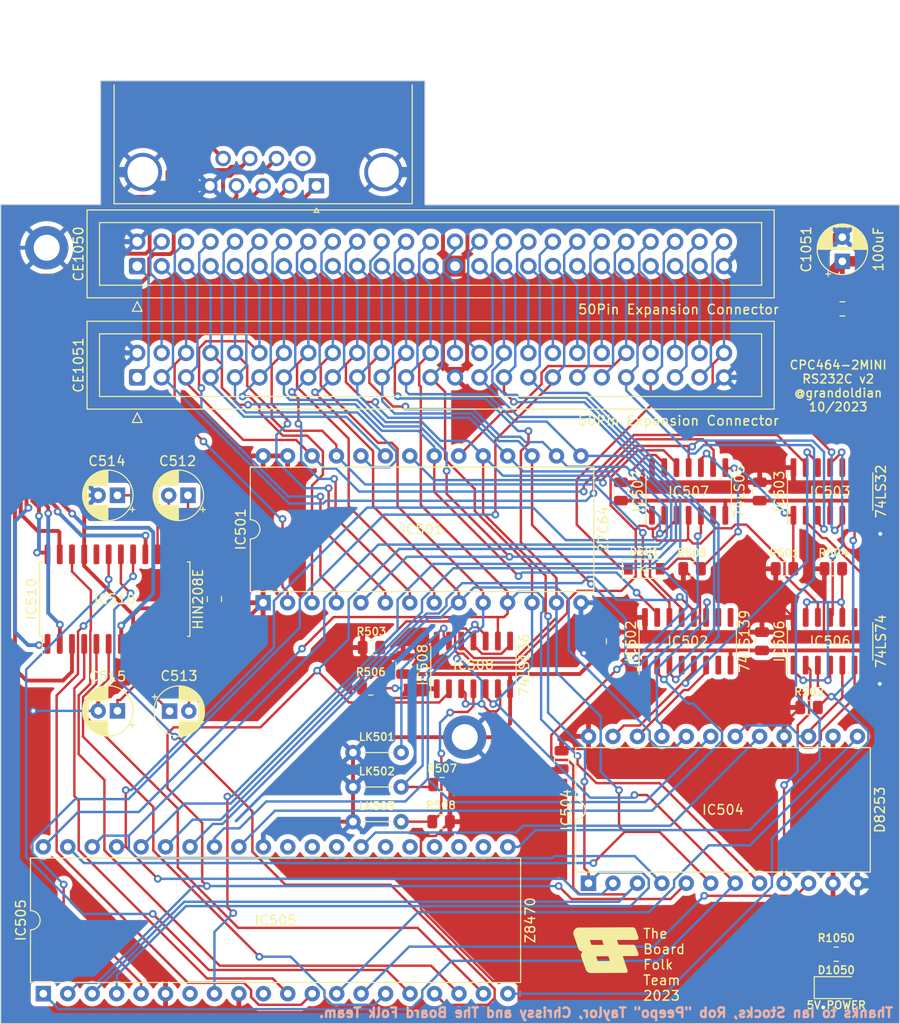
<source format=kicad_pcb>
(kicad_pcb (version 20221018) (generator pcbnew)
  (layers (0 "F.Cu" signal) (31 "B.Cu" signal) (34 "B.Paste" user) (35 "F.Paste" user) (36 "B.SilkS" user "B.Silkscreen") (37 "F.SilkS" user "F.Silkscreen") (38 "B.Mask" user) (39 "F.Mask" user) (44 "Edge.Cuts" user))
  (net 0 "")
  (net 1 "GND")
  (net 2 "Net-(D1050-A)")
  (net 3 "+5V")
  (net 4 "SOUND")
  (net 5 "MREQ")
  (net 6 "M1")
  (net 7 "RFSH")
  (net 8 "IORQ")
  (net 9 "RD")
  (net 10 "WR")
  (net 11 "HALT")
  (net 12 "INT")
  (net 13 "NMI")
  (net 14 "BUSRQ")
  (net 15 "BUSAK")
  (net 16 "READY")
  (net 17 "BUS")
  (net 18 "RESET")
  (net 19 "ROMEN")
  (net 20 "ROMDIS")
  (net 21 "RAMRD")
  (net 22 "RAMDIS")
  (net 23 "CURSOR")
  (net 24 "LPEN")
  (net 25 "EXP")
  (net 26 "A100")
  (net 27 "Net-(IC510-C2+)")
  (net 28 "Net-(IC510-C2-)")
  (net 29 "Net-(D501-A)")
  (net 30 "/AMSRS232C SM Edited/A12")
  (net 31 "/AMSRS232C SM Edited/A7")
  (net 32 "/AMSRS232C SM Edited/A6")
  (net 33 "/AMSRS232C SM Edited/A5")
  (net 34 "/AMSRS232C SM Edited/A4")
  (net 35 "/AMSRS232C SM Edited/A3")
  (net 36 "/AMSRS232C SM Edited/A2")
  (net 37 "/AMSRS232C SM Edited/A1")
  (net 38 "/AMSRS232C SM Edited/A0")
  (net 39 "/AMSRS232C SM Edited/D0")
  (net 40 "/AMSRS232C SM Edited/D1")
  (net 41 "/AMSRS232C SM Edited/D2")
  (net 42 "/AMSRS232C SM Edited/D3")
  (net 43 "/AMSRS232C SM Edited/D4")
  (net 44 "/AMSRS232C SM Edited/D5")
  (net 45 "/AMSRS232C SM Edited/D6")
  (net 46 "/AMSRS232C SM Edited/D7")
  (net 47 "/AMSRS232C SM Edited/A10")
  (net 48 "~{ROMOE}")
  (net 49 "/AMSRS232C SM Edited/A11")
  (net 50 "/AMSRS232C SM Edited/A9")
  (net 51 "/AMSRS232C SM Edited/A8")
  (net 52 "/AMSRS232C SM Edited/A13")
  (net 54 "~{RAWR}")
  (net 55 "~{RARD}")
  (net 59 "Net-(IC502B-O1)")
  (net 60 "DSEL")
  (net 61 "Net-(IC503-Pad1)")
  (net 62 "Net-(IC506B-~{Q})")
  (net 63 "DCLK")
  (net 67 "Net-(IC506B-C)")
  (net 68 "Net-(IC504-CLK0)")
  (net 69 "Net-(IC504-OUT0)")
  (net 70 "Net-(IC504-OUT1)")
  (net 71 "Net-(IC504-OUT2)")
  (net 74 "Net-(IC510-C1+)")
  (net 75 "Net-(IC510-C1-)")
  (net 76 "Net-(IC510-V-)")
  (net 77 "Net-(IC510-V+)")
  (net 86 "Net-(IC506A-~{R})")
  (net 87 "Net-(IC506A-D)")
  (net 89 "ODDEN")
  (net 90 "/AMSRS232C SM Edited/A15")
  (net 91 "Net-(LK502-Pin_1)")
  (net 92 "RS_DCD")
  (net 93 "RS_RI")
  (net 94 "RS_CTS")
  (net 95 "RS_TX")
  (net 96 "RS_DTR")
  (net 97 "RS_RTS")
  (net 98 "RS_RX")
  (net 100 "/AMSRS232C SM Edited/A14")
  (net 101 "Net-(LK503-Pin_1)")
  (net 102 "Net-(LK501-Pin_1)")
  (net 103 "/AMSRS232C SM Edited/RI_IN")
  (net 104 "/AMSRS232C SM Edited/TX_IN")
  (net 105 "/AMSRS232C SM Edited/RX_OUT")
  (net 106 "/AMSRS232C SM Edited/DTR_OUT")
  (net 107 "/AMSRS232C SM Edited/RTS_OUT")
  (net 108 "/AMSRS232C SM Edited/CTS_IN")
  (net 109 "/AMSRS232C SM Edited/DCD_IN")
  (footprint "Resistor_SMD:R_0805_2012Metric" (layer "F.Cu") (at 72.95 102.7 180)
    (fp_text reference "R508")
    (fp_text value "10K" hide)
  )
  (footprint "MountingHole:MountingHole_2.7mm_M2.5_ISO14580_Pad" (layer "F.Cu") (at 75.411 93.93)
    (fp_text reference "H7" hide)
    (fp_text value "MountingHole" hide)
  )
  (footprint "Connector_Dsub:DSUB-9_Male_Horizontal_P2.77x2.84mm_EdgePinOffset7.70mm_Housed_MountingHolesOffset9.12mm" (layer "F.Cu") (at 60.0042 36.7061 180)
    (fp_text reference "PL505" hide)
    (fp_text value "DB9")
  )
  (footprint "CPC464-MINI:EXPANSION_IDC_ANONYMISED" (layer "F.Cu") (at 41.38 45.04 90)
    (fp_text reference "CE1050")
    (fp_text value "50Pin Expansion Connector")
  )
  (footprint "CPC464-MINI:D101" (layer "F.Cu") (at 94.05 76.45)
    (fp_text reference "D501")
    (fp_text value "1N4148" hide)
  )
  (footprint "Capacitor_THT:CP_Radial_D5.0mm_P2.00mm" (layer "F.Cu") (at 44.7449 91.225)
    (fp_text reference "C513")
    (fp_text value "0.1uF" hide)
  )
  (footprint "MountingHole:MountingHole_2.7mm_M2.5_ISO14580_Pad" (layer "F.Cu") (at 31.977 43.13)
    (fp_text reference "H1" hide)
    (fp_text value "MountingHole" hide)
  )
  (footprint "Capacitor_SMD:C_0805_2012Metric" (layer "F.Cu") (at 106.285 83.975 -90)
    (fp_text reference "C505" hide)
    (fp_text value "100nF" hide)
  )
  (footprint "Package_SO:SOIC-14_3.9x8.7mm_P1.27mm" (layer "F.Cu") (at 76.31 86.425 90)
    (fp_text reference "IC508")
    (fp_text value "74LS136")
  )
  (footprint "Resistor_SMD:R_0805_2012Metric" (layer "F.Cu") (at 108.625 76.45)
    (fp_text reference "R501")
    (fp_text value "1K" hide)
  )
  (footprint "Capacitor_SMD:C_0805_2012Metric" (layer "F.Cu") (at 106.05 68.425 -90)
    (fp_text reference "C503" hide)
    (fp_text value "100nF" hide)
  )
  (footprint "Package_SO:SOIC-16_3.9x9.9mm_P1.27mm" (layer "F.Cu") (at 98.575 83.975 90)
    (fp_text reference "IC502")
    (fp_text value "74LS139")
  )
  (footprint "Resistor_SMD:R_0805_2012Metric" (layer "F.Cu") (at 114 116.45 180)
    (fp_text reference "R1050")
    (fp_text value "1K" hide)
  )
  (footprint "Resistor_SMD:R_0805_2012Metric" (layer "F.Cu") (at 113.7 76.45)
    (fp_text reference "R504")
    (fp_text value "1K" hide)
  )
  (footprint "Resistor_SMD:R_0805_2012Metric" (layer "F.Cu") (at 73.05 98.85 180)
    (fp_text reference "R507")
    (fp_text value "10K" hide)
  )
  (footprint "Capacitor_SMD:C_0805_2012Metric" (layer "F.Cu") (at 90.86 83.975 -90)
    (fp_text reference "C504" hide)
    (fp_text value "100nF" hide)
  )
  (footprint "AMSRS232C:Capacitor" (layer "F.Cu") (at 68.8 102.7 180)
    (fp_text reference "LK503")
    (fp_text value "~" hide)
  )
  (footprint "Resistor_SMD:R_0805_2012Metric" (layer "F.Cu") (at 99.025 76.45)
    (fp_text reference "R505")
    (fp_text value "670R" hide)
  )
  (footprint "Capacitor_SMD:C_0805_2012Metric" (layer "F.Cu") (at 85.47 96.29 -90)
    (fp_text reference "C506" hide)
    (fp_text value "100nF" hide)
  )
  (footprint "Capacitor_SMD:C_0805_2012Metric" (layer "F.Cu") (at 49.4 79.6 -90)
    (fp_text reference "C508" hide)
    (fp_text value "100nF" hide)
  )
  (footprint "Resistor_SMD:R_0805_2012Metric" (layer "F.Cu") (at 65.7125 84.625)
    (fp_text reference "R503")
    (fp_text value "1K" hide)
  )
  (footprint "Capacitor_THT:CP_Radial_D5.0mm_P2.00mm" (layer "F.Cu") (at 46.6551 68.825 180)
    (fp_text reference "C512")
    (fp_text value "0.1uF" hide)
  )
  (footprint "CPC464-MINI:EXPANSION_IDC_ANONYMISED" (layer "F.Cu") (at 41.38 56.5875 90)
    (fp_text reference "CE1051")
    (fp_text value "50Pin Expansion Connector")
  )
  (footprint "Capacitor_SMD:C_0805_2012Metric" (layer "F.Cu") (at 69 86.425 -90)
    (fp_text reference "C507" hide)
    (fp_text value "100nF" hide)
  )
  (footprint "Capacitor_SMD:C_0805_2012Metric" (layer "F.Cu") (at 91.625 68.425 -90)
    (fp_text reference "C502" hide)
    (fp_text value "100nF" hide)
  )
  (footprint "Package_DIP:DIP-40_W15.24mm" (layer "F.Cu") (at 31.625 120.55 90)
    (fp_text reference "IC505")
    (fp_text value "Z8470")
  )
  (footprint "Resistor_SMD:R_0805_2012Metric" (layer "F.Cu") (at 111.175 90.85)
    (fp_text reference "R502")
    (fp_text value "670R" hide)
  )
  (footprint "Package_SO:SOIC-14_3.9x8.7mm_P1.27mm" (layer "F.Cu") (at 113.365 68.425 90)
    (fp_text reference "IC503")
    (fp_text value "74LS32")
  )
  (footprint "Package_DIP:DIP-28_W15.24mm" (layer "F.Cu") (at 54.46 79.975 90)
    (fp_text reference "IC501")
    (fp_text value "27C64")
  )
  (footprint "Capacitor_THT:CP_Radial_D5.0mm_P2.50mm" (layer "F.Cu") (at 114.6336 44.5428 90)
    (fp_text reference "C1051")
    (fp_text value "100uF")
  )
  (footprint "Capacitor_SMD:C_0805_2012Metric" (layer "F.Cu") (at 114.65 49.4758)
    (fp_text reference "C1050" hide)
    (fp_text value "100nF" hide)
  )
  (footprint "Package_SO:SOIC-14_3.9x8.7mm_P1.27mm" (layer "F.Cu") (at 113.365 83.975 90)
    (fp_text reference "IC506")
    (fp_text value "74LS74")
  )
  (footprint "Package_DIP:DIP-24_W15.24mm" (layer "F.Cu") (at 88.265 109.09 90)
    (fp_text reference "IC504")
    (fp_text value "D8253")
  )
  (footprint "Capacitor_THT:CP_Radial_D5.0mm_P2.00mm" (layer "F.Cu") (at 39.33 91.2 180)
    (fp_text reference "C515")
    (fp_text value "0.1uF" hide)
  )
  (footprint "Package_SO:SOIC-24W_7.5x15.4mm_P1.27mm" (layer "F.Cu") (at 39.05 79.6 90)
    (fp_text reference "IC510")
    (fp_text value "HIN208E")
  )
  (footprint "AMSRS232C:Capacitor" (layer "F.Cu") (at 68.8 99.1 180)
    (fp_text reference "LK502")
    (fp_text value "~" hide)
  )
  (footprint "CPC464-MINI:BF8" (layer "F.Cu") (at 90.15 116.1)
    (fp_text reference "G1" hide)
    (fp_text value "Board Folk Logo" hide)
  )
  (footprint "Capacitor_THT:CP_Radial_D5.0mm_P2.00mm" (layer "F.Cu") (at 39.33 68.825 180)
    (fp_text reference "C514")
    (fp_text value "0.1uF" hide)
  )
  (footprint "Package_SO:SOIC-14_3.9x8.7mm_P1.27mm" (layer "F.Cu") (at 98.67 68.425 90)
    (fp_text reference "IC507")
    (fp_text value "74LS05")
  )
  (footprint "AMSRS232C:Capacitor" (layer "F.Cu") (at 68.8 95.525 180)
    (fp_text reference "LK501")
    (fp_text value "~" hide)
  )
  (footprint "Resistor_SMD:R_0805_2012Metric" (layer "F.Cu") (at 65.65 88.825)
    (fp_text reference "R506")
    (fp_text value "10K" hide)
  )
  (footprint "LED_SMD:LED_1206_3216Metric" (layer "F.Cu") (at 114 119.925)
    (fp_text reference "D1050")
    (fp_text value "5V POWER")
  )
  (gr_poly (pts (xy 37.575 25.8) (xy 71.275 25.8) (xy 71.275 38.65) (xy 71.3 38.675) (xy 120.575 38.675) (xy 120.575 123.65) (xy 27.2 123.65) (xy 27.2 38.65) (xy 37.575 38.65)) (stroke (width 0.1)) (fill none) (layer "Edge.Cuts"))
  (gr_text "Thanks to Ian Stocks, Rob {dblquote}Peepo{dblquote} Taylor, Chrissy and The Board Folk Team." (at 120.025 122.525) (layer "B.SilkS") (effects (font (size 1 1) (thickness 0.25)) (justify left mirror)))
  (gr_text "The\nBoard\nFolk\nTeam\n2023" (at 93.85 121.35) (layer "F.SilkS") (effects (font (size 1 1)) (justify left bottom)))
  (gr_text "CPC464-2MINI\nRS232C v2\n@grandoldian\n10/2023" (at 114.2 57.475) (layer "F.SilkS") (effects (font (size 0.9 0.9) (thickness 0.15) bold)))
  (segment (start 117.225 86.4) (end 117.175 86.45) (width 0.4) (layer "F.Cu") (net 1))
  (segment (start 113.365 69.465) (end 113.275 69.375) (width 0.4) (layer "F.Cu") (net 1))
  (segment (start 106.05 69.375) (end 102.525 69.375) (width 0.4) (layer "F.Cu") (net 1))
  (segment (start 112.6 119.925) (end 112.6 121.92) (width 0.254) (layer "F.Cu") (net 1))
  (segment (start 54.485 105.31) (end 54.485 103.965) (width 0.4) (layer "F.Cu") (net 1))
  (segment (start 114.6336 42.0428) (end 114.634 42.0428) (width 1.08) (layer "F.Cu") (net 1))
  (segment (start 63.8 102.7) (end 63.8 99.1) (width 0.4) (layer "F.Cu") (net 1))
  (segment (start 114.054 42.0428) (end 114.6336 42.0428) (width 1.08) (layer "F.Cu") (net 1))
  (segment (start 63.8 99.1) (end 63.8 95.525) (width 0.4) (layer "F.Cu") (net 1))
  (segment (start 78.695 93.93) (end 80.12 92.505) (width 0.4) (layer "F.Cu") (net 1))
  (segment (start 82.005 97.24) (end 85.47 97.24) (width 0.4) (layer "F.Cu") (net 1))
  (segment (start 88.5875 86.1375) (end 87.8 85.35) (width 0.4) (layer "F.Cu") (net 1))
  (segment (start 112.42 43.6764) (end 114.054 42.0428) (width 1.08) (layer "F.Cu") (net 1))
  (segment (start 89.8 84.925) (end 88.5875 86.1375) (width 0.4) (layer "F.Cu") (net 1))
  (segment (start 80.075 87.375) (end 69 87.375) (width 0.4) (layer "F.Cu") (net 1))
  (segment (start 113.031 50.9809) (end 112.42 50.37) (width 1.08) (layer "F.Cu") (net 1))
  (segment (start 102.48 69.42) (end 102.525 69.375) (width 0.4) (layer "F.Cu") (net 1))
  (segment (start 90.86 84.925) (end 103.025 84.925) (width 0.4) (layer "F.Cu") (net 1))
  (segment (start 87.8 85.35) (end 87.8 85.2) (width 0.4) (layer "F.Cu") (net 1))
  (segment (start 117.175 87.05) (end 118.525 88.4) (width 0.4) (layer "F.Cu") (net 1))
  (segment (start 112.42 50.37) (end 112.42 43.6764) (width 1.08) (layer "F.Cu") (net 1))
  (segment (start 78.695 93.93) (end 82.005 97.24) (width 0.4) (layer "F.Cu") (net 1))
  (segment (start 103.02 84.93) (end 103.025 84.925) (width 0.4) (layer "F.Cu") (net 1))
  (segment (start 117.175 69.525) (end 117.025 69.375) (width 0.4) (layer "F.Cu") (net 1))
  (segment (start 115.6 49.7009) (end 114.32 50.9809) (width 1.08) (layer "F.Cu") (net 1))
  (segment (start 65.395 93.93) (end 75.411 93.93) (width 0.4) (layer "F.Cu") (net 1))
  (segment (start 117.225 84.925) (end 117.225 86.4) (width 0.4) (layer "F.Cu") (net 1))
  (segment (start 35.875 74.95) (end 35.875 70.28) (width 0.4) (layer "F.Cu") (net 1))
  (segment (start 103.02 86.45) (end 103.02 84.93) (width 0.4) (layer "F.Cu") (net 1))
  (segment (start 63.8 95.525) (end 65.395 93.93) (width 0.4) (layer "F.Cu") (net 1))
  (segment (start 87.35 87.375) (end 80.075 87.375) (width 0.4) (layer "F.Cu") (net 1))
  (segment (start 49.4 80.55) (end 41.65 80.55) (width 0.4) (layer "F.Cu") (net 1))
  (segment (start 113.275 69.375) (end 106.05 69.375) (width 0.4) (layer "F.Cu") (net 1))
  (segment (start 54.485 103.965) (end 55.75 102.7) (width 0.4) (layer "F.Cu") (net 1))
  (segment (start 35.875 76.165) (end 35.875 74.95) (width 0.4) (layer "F.Cu") (net 1))
  (segment (start 115.6 49.4758) (end 115.6 49.7009) (width 1.08) (layer "F.Cu") (net 1))
  (segment (start 55.75 102.7) (end 63.8 102.7) (width 0.4) (layer "F.Cu") (net 1))
  (segment (start 80.12 88.9) (end 80.12 87.42) (width 0.4) (layer "F.Cu") (net 1))
  (segment (start 117.175 70.9) (end 117.175 71.425) (width 0.4) (layer "F.Cu") (net 1))
  (segment (start 80.12 87.42) (end 80.075 87.375) (width 0.4) (layer "F.Cu") (net 1))
  (segment (start 102.48 70.9) (end 102.48 69.42) (width 0.4) (layer "F.Cu") (net 1))
  (segment (start 117.175 70.9) (end 117.175 69.525) (width 0.4) (layer "F.Cu") (net 1))
  (segment (start 117.175 71.425) (end 118.575 72.825) (width 0.4) (layer "F.Cu") (net 1))
  (segment (start 35.875 70.28) (end 37.33 68.825) (width 0.4) (layer "F.Cu") (net 1))
  (segment (start 40.955 81.245) (end 40.955 84.25) (width 0.4) (layer "F.Cu") (net 1))
  (segment (start 102.525 69.375) (end 91.625 69.375) (width 0.4) (layer "F.Cu") (net 1))
  (segment (start 103.025 84.925) (end 106.285 84.925) (width 0.4) (layer "F.Cu") (net 1))
  (segment (start 112.6 121.92) (end 112.65 121.97) (width 0.254) (layer "F.Cu") (net 1))
  (segment (start 106.285 84.925) (end 117.225 84.925) (width 0.4) (layer "F.Cu") (net 1))
  (segment (start 80.12 92.505) (end 80.12 88.9) (width 0.4) (layer "F.Cu") (net 1))
  (segment (start 88.5875 86.1375) (end 87.35 87.375) (width 0.4) (layer "F.Cu") (net 1))
  (segment (start 75.411 93.93) (end 78.695 93.93) (width 0.4) (layer "F.Cu") (net 1))
  (segment (start 114.32 50.9809) (end 113.031 50.9809) (width 1.08) (layer "F.Cu") (net 1))
  (segment (start 40.955 81.245) (end 35.875 76.165) (width 0.4) (layer "F.Cu") (net 1))
  (segment (start 90.86 84.925) (end 89.8 84.925) (width 0.4) (layer "F.Cu") (net 1))
  (segment (start 113.365 70.9) (end 113.365 69.465) (width 0.4) (layer "F.Cu") (net 1))
  (segment (start 41.65 80.55) (end 40.955 81.245) (width 0.4) (layer "F.Cu") (net 1))
  (segment (start 117.025 69.375) (end 113.275 69.375) (width 0.4) (layer "F.Cu") (net 1))
  (segment (start 117.175 86.45) (end 117.175 87.05) (width 0.4) (layer "F.Cu") (net 1))
  (via (at 118.575 72.825) (size 0.8) (drill 0.4) (layers "F.Cu" "B.Cu") (net 1))
  (via (at 112.65 121.97) (size 0.8) (drill 0.4) (layers "F.Cu" "B.Cu") (net 1))
  (via (at 118.525 88.4) (size 0.8) (drill 0.4) (layers "F.Cu" "B.Cu") (net 1))
  (via (at 87.8 85.2) (size 0.8) (drill 0.4) (layers "F.Cu" "B.Cu") (net 1))
  (segment (start 41.9642 35.2861) (end 38.1611 35.2861) (width 1.08) (layer "B.Cu") (net 1))
  (segment (start 70.6989 35.2861) (end 70.735 35.25) (width 1.08) (layer "B.Cu") (net 1))
  (segment (start 27.82 43.13) (end 27.74 43.05) (width 0.4) (layer "B.Cu") (net 1))
  (segment (start 41.38 42.5) (end 39.275 42.5) (width 0.54) (layer "B.Cu") (net 1))
  (segment (start 70.735 38.8737) (end 71.0763 39.215) (width 1.08) (layer "B.Cu") (net 1))
  (segment (start 31.977 43.13) (end 27.82 43.13) (width 0.4) (layer "B.Cu") (net 1))
  (segment (start 70.735 26.34) (end 70.735 35.25) (width 1.08) (layer "B.Cu") (net 1))
  (segment (start 38.1611 35.2861) (end 38.125 35.25) (width 1.08) (layer "B.Cu") (net 1))
  (segment (start 118.525 88.4) (end 120.01 88.4) (width 0.4) (layer "B.Cu") (net 1))
  (segment (start 38.125 38.8637) (end 38.125 38.425) (width 1.08) (layer "B.Cu") (net 1))
  (segment (start 27.74 39.19) (end 37.7987 39.19) (width 1.08) (layer "B.Cu") (net 1))
  (segment (start 120.035 72.875) (end 120.035 88.375) (width 1.08) (layer "B.Cu") (net 1))
  (segment (start 114.634 40.6332) (end 114.634 39.2236) (width 1.08) (layer "B.Cu") (net 1))
  (segment (start 71.0763 39.215) (end 104.55 39.215) (width 1.08) (layer "B.Cu") (net 1))
  (segment (start 103.738 56.5875) (end 102.34 56.5875) (width 0.54) (layer "B.Cu") (net 1))
  (segment (start 70.735 35.25) (end 70.735 38.8737) (width 1.08) (layer "B.Cu") (net 1))
  (segment (start 39.275 39.575) (end 38.125 38.425) (width 0.54) (layer "B.Cu") (net 1))
  (segment (start 112.65 123.025) (end 112.575 123.1) (width 0.254) (layer "B.Cu") (net 1))
  (segment (start 120.01 88.4) (end 120.035 88.375) (width 0.4) (layer "B.Cu") (net 1))
  (segment (start 104.325 47.025) (end 104.325 56) (width 0.54) (layer "B.Cu") (net 1))
  (segment (start 114.634 42.0428) (end 114.634 40.6332) (width 1.08) (layer "B.Cu") (net 1))
  (segment (start 120.035 109.125) (end 120.035 123.1) (width 1.08) (layer "B.Cu") (net 1))
  (segment (start 119.985 72.825) (end 120.035 72.875) (width 0.4) (layer "B.Cu") (net 1))
  (segment (start 104.325 56) (end 103.738 56.5875) (width 0.54) (layer "B.Cu") (net 1))
  (segment (start 114.634 39.2236) (end 120.035 39.2236) (width 1.08) (layer "B.Cu") (net 1))
  (segment (start 37.33 68.825) (end 27.79 68.825) (width 0.4) (layer "B.Cu") (net 1))
  (segment (start 120.035 39.2236) (end 120.035 72.875) (width 1.08) (layer "B.Cu") (net 1))
  (segment (start 120 109.09) (end 116.205 109.09) (width 1.08) (layer "B.Cu") (net 1))
  (segment (start 48.9242 36.7061) (end 43.3842 36.7061) (width 1.08) (layer "B.Cu") (net 1))
  (segment (start 39.275 42.5) (end 39.275 39.575) (width 0.54) (layer "B.Cu") (net 1))
  (segment (start 112.65 121.97) (end 112.65 123.025) (width 0.254) (layer "B.Cu") (net 1))
  (segment (start 38.125 38.425) (end 38.125 35.25) (width 1.08) (layer "B.Cu") (net 1))
  (segment (start 104.55 42.83) (end 104.55 39.215) (width 0.54) (layer "B.Cu") (net 1))
  (segment (start 102.34 45.04) (end 104.325 47.025) (width 0.54) (layer "B.Cu") (net 1))
  (segment (start 120.035 88.375) (end 120.035 109.125) (width 1.08) (layer "B.Cu") (net 1))
  (segment (start 112.575 123.1) (end 27.74 123.1) (width 1.08) (layer "B.Cu") (net 1))
  (segment (start 120.035 109.125) (end 120 109.09) (width 1.08) (layer "B.Cu") (net 1))
  (segment (start 27.79 68.825) (end 27.74 68.775) (width 0.4) (layer "B.Cu") (net 1))
  (segment (start 43.3842 36.7061) (end 41.9642 35.2861) (width 1.08) (layer "B.Cu") (net 1))
  (segment (start 38.125 35.25) (end 38.125 26.34) (width 1.08) (layer "B.Cu") (net 1))
  (segment (start 114.634 40.6332) (end 114.6336 40.6336) (width 0.25) (layer "B.Cu") (net 1))
  (segment (start 114.625 39.215) (end 114.634 39.2236) (width 1.08) (layer "B.Cu") (net 1))
  (segment (start 66.9642 35.2861) (end 70.6989 35.2861) (width 1.08) (layer "B.Cu") (net 1))
  (segment (start 87.48 84.88) (end 87.48 79.975) (width 0.4) (layer "B.Cu") (net 1))
  (segment (start 87.8 85.2) (end 87.48 84.88) (width 0.4) (layer "B.Cu") (net 1))
  (segment (start 27.74 123.1) (end 27.74 68.775) (width 1.08) (layer "B.Cu") (net 1))
  (segment (start 40.0975 54.0475) (end 39.275 53.225) (width 0.54) (layer "B.Cu") (net 1))
  (segment (start 41.38 54.0475) (end 40.0975 54.0475) (width 0.54) (layer "B.Cu") (net 1))
  (segment (start 120.035 123.1) (end 112.575 123.1) (width 1.08) (layer "B.Cu") (net 1))
  (segment (start 27.74 68.775) (end 27.74 43.05) (width 1.08) (layer "B.Cu") (net 1))
  (segment (start 27.74 43.05) (end 27.74 39.19) (width 1.08) (layer "B.Cu") (net 1))
  (segment (start 104.55 39.215) (end 114.625 39.215) (width 1.08) (layer "B.Cu") (net 1))
  (segment (start 39.275 53.225) (end 39.275 42.5) (width 0.54) (layer "B.Cu") (net 1))
  (segment (start 38.125 26.34) (end 70.735 26.34) (width 1.08) (layer "B.Cu") (net 1))
  (segment (start 118.575 72.825) (end 119.985 72.825) (width 0.4) (layer "B.Cu") (net 1))
  (segment (start 102.34 45.04) (end 104.55 42.83) (width 0.54) (layer "B.Cu") (net 1))
  (segment (start 37.7987 39.19) (end 38.125 38.8637) (width 1.08) (layer "B.Cu") (net 1))
  (segment (start 114.6336 40.6336) (end 114.6336 42.0428) (width 0.25) (layer "B.Cu") (net 1))
  (segment (start 114.912 116.45) (end 114.912 117.944) (width 0.254) (layer "F.Cu") (net 2))
  (segment (start 114.912 117.944) (end 114.9125 117.9435) (width 0.25) (layer "F.Cu") (net 2))
  (segment (start 114.9125 117.9435) (end 114.9125 116.45) (width 0.25) (layer "F.Cu") (net 2))
  (segment (start 114.912 117.944) (end 114.912 119.438) (width 0.254) (layer "F.Cu") (net 2))
  (segment (start 114.912 119.438) (end 115.4 119.925) (width 0.254) (layer "F.Cu") (net 2))
  (segment (start 89.225 98.075) (end 108.575 98.075) (width 0.4) (layer "F.Cu") (net 3))
  (segment (start 73.5125 55.7) (end 75.2875 55.7) (width 0.4) (layer "F.Cu") (net 3))
  (segment (start 90.86 83.025) (end 94.125 83.025) (width 0.4) (layer "F.Cu") (net 3))
  (segment (start 73.15 43.79) (end 73.5 44.14) (width 0.4) (layer "F.Cu") (net 3))
  (segment (start 75.275 44.165) (end 75.29 44.15) (width 0.4) (layer "F.Cu") (net 3))
  (segment (start 113.665 106.61) (end 114.5 105.775) (width 0.4) (layer "F.Cu") (net 3))
  (segment (start 52.735 81.7) (end 54.46 79.975) (width 0.4) (layer "F.Cu") (net 3))
  (segment (start 75.65 55.3375) (end 75.2875 55.7) (width 0.4) (layer "F.Cu") (net 3))
  (segment (start 75.275 45.915) (end 75.285 45.925) (width 0.4) (layer "F.Cu") (net 3))
  (segment (start 73.51 44.15) (end 73.5 44.14) (width 0.4) (layer "F.Cu") (net 3))
  (segment (start 73.15 55.3375) (end 73.5125 55.7) (width 0.4) (layer "F.Cu") (net 3))
  (segment (start 75.69 43.75) (end 75.29 44.15) (width 0.4) (layer "F.Cu") (net 3))
  (segment (start 44.5 123.11) (end 51.925 123.11) (width 1.08) (layer "F.Cu") (net 3))
  (segment (start 108.575 98.075) (end 113.675 98.075) (width 0.4) (layer "F.Cu") (net 3))
  (segment (start 109.555 67.43) (end 109.6 67.475) (width 0.4) (layer "F.Cu") (net 3))
  (segment (start 113.7 49.4758) (end 113.7 49.7009) (width 1.08) (layer "F.Cu") (net 3))
  (segment (start 73.15 43.79) (end 73.5 44.14) (width 0.4) (layer "F.Cu") (net 3))
  (segment (start 71.15 88.9) (end 72.5 88.9) (width 0.25) (layer "F.Cu") (net 3))
  (segment (start 42.675 81.7) (end 50.5 81.7) (width 0.4) (layer "F.Cu") (net 3))
  (segment (start 80.842602 119.267602) (end 81.01 119.435) (width 0.25) (layer "F.Cu") (net 3))
  (segment (start 51.945 123.09) (end 51.925 123.11) (width 0.4) (layer "F.Cu") (net 3))
  (segment (start 88.0759 95.1509) (end 85.6591 95.1509) (width 0.25) (layer "F.Cu") (net 3))
  (segment (start 54.46 79.975) (end 54.46 64.735) (width 0.4) (layer "F.Cu") (net 3))
  (segment (start 74.4 45.04) (end 73.515 45.925) (width 0.4) (layer "F.Cu") (net 3))
  (segment (start 94.86 67.41) (end 94.925 67.475) (width 0.4) (layer "F.Cu") (net 3))
  (segment (start 39.0236 88.375) (end 37.33 90.0686) (width 0.4) (layer "F.Cu") (net 3))
  (segment (start 27.74 89.3308) (end 27.74 123.11) (width 1.08) (layer "F.Cu") (net 3))
  (segment (start 75.69 43.75) (end 75.69 39.225) (width 0.4) (layer "F.Cu") (net 3))
  (segment (start 44.325 122.935) (end 44.5 123.11) (width 0.4) (layer "F.Cu") (net 3))
  (segment (start 70.85 111.760204) (end 78.357398 119.267602) (width 0.25) (layer "F.Cu") (net 3))
  (segment (start 75.275 44.165) (end 75.275 45.915) (width 0.4) (layer "F.Cu") (net 3))
  (segment (start 81.01 119.435) (end 81.01 123.095) (width 0.25) (layer "F.Cu") (net 3))
  (segment (start 73.15 55.3375) (end 73.5125 55.7) (width 0.4) (layer "F.Cu") (net 3))
  (segment (start 42.225 82.15) (end 42.675 81.7) (width 0.4) (layer "F.Cu") (net 3))
  (segment (start 120.017 44.075) (end 120.017 39.215) (width 1.08) (layer "F.Cu") (net 3))
  (segment (start 75.29 44.15) (end 75.275 44.165) (width 0.4) (layer "F.Cu") (net 3))
  (segment (start 120.017 44.5428) (end 120.017 44.075) (width 1.08) (layer "F.Cu") (net 3))
  (segment (start 89.9912 123.11) (end 120.035 123.11) (width 1.08) (layer "F.Cu") (net 3))
  (segment (start 42.225 84.25) (end 42.225 82.15) (width 0.4) (layer "F.Cu") (net 3))
  (segment (start 70.85 104.6) (end 70.85 111.760204) (width 0.25) (layer "F.Cu") (net 3))
  (segment (start 73.8625 98.95) (end 73.8625 102.7) (width 0.25) (layer "F.Cu") (net 3))
  (segment (start 118.2 46.065) (end 120.035 47.9) (width 1.08) (layer "F.Cu") (net 3))
  (segment (start 50.525 79.375) (end 50.525 81.675) (width 0.4) (layer "F.Cu") (net 3))
  (segment (start 99.845 78.1825) (end 98.1125 76.45) (width 0.25) (layer "F.Cu") (net 3))
  (segment (start 118.2 44.5428) (end 118.2 46.065) (width 1.08) (layer "F.Cu") (net 3))
  (segment (start 73.5 45.94) (end 73.515 45.925) (width 0.4) (layer "F.Cu") (net 3))
  (segment (start 64.7375 88.825) (end 65.767 89.8545) (width 0.25) (layer "F.Cu") (net 3))
  (segment (start 70.735 38.8737) (end 70.735 26.34) (width 1.08) (layer "F.Cu") (net 3))
  (segment (start 81.4 86.725) (end 72.3 86.725) (width 0.4) (layer "F.Cu") (net 3))
  (segment (start 42.225 84.25) (end 42.225 86.6) (width 0.4) (layer "F.Cu") (net 3))
  (segment (start 94.86 65.95) (end 94.86 67.41) (width 0.4) (layer "F.Cu") (net 3))
  (segment (start 94.125 83.025) (end 99.845 83.025) (width 0.4) (layer "F.Cu") (net 3))
  (segment (start 73.15 46.29) (end 73.5 45.94) (width 0.4) (layer "F.Cu") (net 3))
  (segment (start 119.91 67.475) (end 120.035 67.35) (width 0.4) (layer "F.Cu") (net 3))
  (segment (start 73.15 46.29) (end 73.15 55.3375) (width 0.4) (layer "F.Cu") (net 3))
  (segment (start 65.3745 85.725) (end 68.75 85.725) (width 0.4) (layer "F.Cu") (net 3))
  (segment (start 112.73 83.025) (end 120.035 83.025) (width 0.4) (layer "F.Cu") (net 3))
  (segment (start 65.767 89.8545) (end 70.1955 89.8545) (width 0.25) (layer "F.Cu") (net 3))
  (segment (start 73.5 44.14) (end 73.15 43.79) (width 0.4) (layer "F.Cu") (net 3))
  (segment (start 108.585 92.5275) (end 108.585 93.85) (width 0.25) (layer "F.Cu") (net 3))
  (segment (start 27.74 89.3308) (end 29.6092 91.2) (width 0.25) (layer "F.Cu") (net 3))
  (segment (start 88.265 93.85) (end 88.265 95.34) (width 0.4) (layer "F.Cu") (net 3))
  (segment (start 120.035 98.075) (end 120.035 83.025) (width 1.08) (layer "F.Cu") (net 3))
  (segment (start 64.7375 85.725) (end 65.3745 85.725) (width 0.4) (layer "F.Cu") (net 3))
  (segment (start 72.3775 104.185) (end 71.265 104.185) (width 0.25) (layer "F.Cu") (net 3))
  (segment (start 71.0763 39.215) (end 70.735 38.8737) (width 1.08) (layer "F.Cu") (net 3))
  (segment (start 75.285 45.925) (end 75.65 46.29) (width 0.4) (layer "F.Cu") (net 3))
  (segment (start 85.1 83.025) (end 81.4 86.725) (width 0.4) (layer "F.Cu") (net 3))
  (segment (start 109.555 81.5) (end 109.555 83.005) (width 0.4) (layer "F.Cu") (net 3))
  (segment (start 65.3745 85.725) (end 64.8 85.1505) (width 0.25) (layer "F.Cu") (net 3))
  (segment (start 75.7 39.215) (end 73.1 39.215) (width 1.08) (layer "F.Cu") (net 3))
  (segment (start 114.5 105.775) (end 120.035 105.775) (width 0.4) (layer "F.Cu") (net 3))
  (segment (start 56.76 85.725) (end 64.7375 85.725) (width 0.4) (layer "F.Cu") (net 3))
  (segment (start 70.735 26.34) (end 38.115 26.34) (width 1.08) (layer "F.Cu") (net 3))
  (segment (start 73.515 45.925) (end 75.285 45.925) (width 0.4) (layer "F.Cu") (net 3))
  (segment (start 73.5 45.94) (end 73.15 46.29) (width 0.4) (layer "F.Cu") (net 3))
  (segment (start 74.4 45.04) (end 75.275 44.165) (width 0.4) (layer "F.Cu") (net 3))
  (segment (start 70.975 85.475) (end 72.5 83.95) (width 0.4) (layer "F.Cu") (net 3))
  (segment (start 51.945 120.55) (end 51.945 123.09) (width 0.4) (layer "F.Cu") (net 3))
  (segment (start 40.45 88.375) (end 39.0236 88.375) (width 0.4) (layer "F.Cu") (net 3))
  (segment (start 94.13 83.02) (end 94.125 83.025) (width 0.4) (layer "F.Cu") (net 3))
  (segment (start 112.73 76.5075) (end 112.7875 76.45) (width 0.25) (layer "F.Cu") (net 3))
  (segment (start 81.025 123.11) (end 89.9912 123.11) (width 1.08) (layer "F.Cu") (net 3))
  (segment (start 106.05 67.475) (end 109.6 67.475) (width 0.4) (layer "F.Cu") (net 3))
  (segment (start 108.585 93.85) (end 108.585 98.065) (width 0.4) (layer "F.Cu") (net 3))
  (segment (start 73.8625 102.7) (end 72.3775 104.185) (width 0.25) (layer "F.Cu") (net 3))
  (segment (start 120.035 123.11) (end 120.035 105.775) (width 1.08) (layer "F.Cu") (net 3))
  (segment (start 73.9625 98.85) (end 73.8625 98.95) (width 0.25) (layer "F.Cu") (net 3))
  (segment (start 109.555 83.005) (end 109.575 83.025) (width 0.4) (layer "F.Cu") (net 3))
  (segment (start 75.29 44.15) (end 75.69 43.75) (width 0.4) (layer "F.Cu") (net 3))
  (segment (start 75.29 44.15) (end 75.69 43.75) (width 0.4) (layer "F.Cu") (net 3))
  (segment (start 113.3765 116.161) (end 113.665 115.872) (width 0.254) (layer "F.Cu") (net 3))
  (segment (start 114.634 44.5428) (end 118.2 44.5428) (width 1.08) (layer "F.Cu") (net 3))
  (segment (start 38.115 26.34) (end 38.115 38.8737) (width 1.08) (layer "F.Cu") (net 3))
  (segment (start 113.665 98.065) (end 113.675 98.075) (width 0.4) (layer "F.Cu") (net 3))
  (segment (start 49.8 78.65) (end 50.525 79.375) (width 0.4) (layer "F.Cu") (net 3))
  (segment (start 110.2625 90.85) (end 108.585 92.5275) (width 0.25) (layer "F.Cu") (net 3))
  (segment (start 73.51 44.15) (end 75.29 44.15) (width 0.4) (layer "F.Cu") (net 3))
  (segment (start 71.265 104.185) (end 70.85 104.6) (width 0.25) (layer "F.Cu") (net 3))
  (segment (start 109.575 83.025) (end 112.73 83.025) (width 0.4) (layer "F.Cu") (net 3))
  (segment (start 94.13 81.5) (end 94.13 83.02) (width 0.4) (layer "F.Cu") (net 3))
  (segment (start 113.088 116.45) (end 113.3765 116.161) (width 0.254) (layer "F.Cu") (net 3))
  (segment (start 114.167 45.0096) (end 114.6336 44.543) (width 0.25) (layer "F.Cu") (net 3))
  (segment (start 54.46 64.735) (end 57 64.735) (width 0.4) (layer "F.Cu") (net 3))
  (segment (start 69 85.475) (end 70.975 85.475) (width 0.4) (layer "F.Cu") (net 3))
  (segment (start 81.01 123.095) (end 81.025 123.11) (width 0.25) (layer "F.Cu") (net 3))
  (segment (start 112.73 83.025) (end 112.73 76.5075) (width 0.25) (layer "F.Cu") (net 3))
  (segment (start 75.285 45.925) (end 75.65 46.29) (width 0.4) (layer "F.Cu") (net 3))
  (segment (start 75.285 45.925) (end 75.65 46.29) (width 0.4) (layer "F.Cu") (net 3))
  (segment (start 73.1 39.215) (end 71.0763 39.215) (width 1.08) (layer "F.Cu") (net 3))
  (segment (start 74.4 45.04) (end 75.275 45.915) (width 0.4) (layer "F.Cu") (net 3))
  (segment (start 107.7125 79.6575) (end 107.7125 76.45) (width 0.25) (layer "F.Cu") (net 3))
  (segment (start 78.357398 119.267602) (end 80.842602 119.267602) (width 0.25) (layer "F.Cu") (net 3))
  (segment (start 88.265 97.115) (end 89.225 98.075) (width 0.4) (layer "F.Cu") (net 3))
  (segment (start 90.86 83.025) (end 85.1 83.025) (width 0.4) (layer "F.Cu") (net 3))
  (segment (start 73.5 44.14) (end 73.5 45.94) (width 0.4) (layer "F.Cu") (net 3))
  (segment (start 120.035 83.025) (end 120.035 67.35) (width 1.08) (layer "F.Cu") (net 3))
  (segment (start 38.115 38.8737) (end 37.7637 39.225) (width 1.08) (layer "F.Cu") (net 3))
  (segment (start 113.665 93.85) (end 113.665 98.065) (width 0.4) (layer "F.Cu") (net 3))
  (segment (start 75.2875 55.7) (end 75.65 55.3375) (width 0.4) (layer "F.Cu") (net 3))
  (segment (start 109.6 67.475) (end 119.91 67.475) (width 0.4) (layer "F.Cu") (net 3))
  (segment (start 52.735 81.7) (end 56.76 85.725) (width 0.4) (layer "F.Cu") (net 3))
  (segment (start 109.555 81.5) (end 107.7125 79.6575) (width 0.25) (layer "F.Cu") (net 3))
  (segment (start 75.2875 55.7) (end 74.4 56.5875) (width 0.4) (layer "F.Cu") (net 3))
  (segment (start 75.65 46.29) (end 75.65 55.3375) (width 0.4) (layer "F.Cu") (net 3))
  (segment (start 68.75 85.725) (end 69 85.475) (width 0.4) (layer "F.Cu") (net 3))
  (segment (start 73.15 43.79) (end 73.15 39.265) (width 0.4) (layer "F.Cu") (net 3))
  (segment (start 74.4 45.04) (end 73.51 44.15) (width 0.4) (layer "F.Cu") (net 3))
  (segment (start 37.7637 39.225) (end 27.74 39.225) (width 1.08) (layer "F.Cu") (net 3))
  (segment (start 50.5 81.7) (end 52.735 81.7) (width 0.4) (layer "F.Cu") (net 3))
  (segment (start 27.74 123.11) (end 44.5 123.11) (width 1.08) (layer "F.Cu") (net 3))
  (segment (start 113.7 45.4764) (end 114.167 45.0096) (width 1.08) (layer "F.Cu") (net 3))
  (segment (start 70.1955 89.8545) (end 71.15 88.9) (width 0.25) (layer "F.Cu") (net 3))
  (segment (start 113.675 98.075) (end 120.035 98.075) (width 0.4) (layer "F.Cu") (net 3))
  (segment (start 73.515 45.925) (end 73.5 45.94) (width 0.4) (layer "F.Cu") (net 3))
  (segment (start 113.7 49.4758) (end 113.7 45.4764) (width 1.08) (layer "F.Cu") (net 3))
  (segment (start 99.845 83.025) (end 99.845 78.1825) (width 0.25) (layer "F.Cu") (net 3))
  (segment (start 91.625 67.475) (end 94.925 67.475) (width 0.4) (layer "F.Cu") (net 3))
  (segment (start 73.5 45.94) (end 73.15 46.29) (width 0.4) (layer "F.Cu") (net 3))
  (segment (start 118.2 44.5428) (end 120.017 44.5428) (width 1.08) (layer "F.Cu") (net 3))
  (segment (start 75.275 45.915) (end 75.285 45.925) (width 0.4) (layer "F.Cu") (net 3))
  (segment (start 37.33 90.0686) (end 37.33 91.2) (width 0.4) (layer "F.Cu") (net 3))
  (segment (start 120.017 44.5428) (end 120.017 46.8072) (width 1.08) (layer "F.Cu") (net 3))
  (segment (start 49.4 78.65) (end 49.8 78.65) (width 0.4) (layer "F.Cu") (net 3))
  (segment (start 120.035 47.9) (end 120.035 46.825) (width 1.08) (layer "F.Cu") (net 3))
  (segment (start 109.555 65.95) (end 109.555 67.43) (width 0.4) (layer "F.Cu") (net 3))
  (segment (start 51.925 123.11) (end 81.025 123.11) (width 1.08) (layer "F.Cu") (net 3))
  (segment (start 44.325 120.55) (end 44.325 122.935) (width 0.4) (layer "F.Cu") (net 3))
  (segment (start 64.8 85.1505) (end 64.8 84.625) (width 0.25) (layer "F.Cu") (net 3))
  (segment (start 99.845 83.025) (end 106.285 83.025) (width 0.4) (layer "F.Cu") (net 3))
  (segment (start 72.3 86.725) (end 71.0125 85.4375) (width 0.4) (layer "F.Cu") (net 3))
  (segment (start 73.5 44.14) (end 73.51 44.15) (width 0.4) (layer "F.Cu") (net 3))
  (segment (start 73.15 39.265) (end 73.1 39.215) (width 0.4) (layer "F.Cu") (net 3))
  (segment (start 120.017 39.215) (end 75.7 39.215) (width 1.08) (layer "F.Cu") (net 3))
  (segment (start 120.035 67.35) (end 120.035 47.9) (width 1.08) (layer "F.Cu") (net 3))
  (segment (start 64.7375 85.725) (end 64.7375 88.825) (width 0.25) (layer "F.Cu") (net 3))
  (segment (start 88.265 95.34) (end 88.265 97.115) (width 0.4) (layer "F.Cu") (net 3))
  (segment (start 114.6336 44.543) (end 114.6336 44.5428) (width 0.25) (layer "F.Cu") (net 3))
  (segment (start 88.265 95.34) (end 88.0759 95.1509) (width 0.25) (layer "F.Cu") (net 3))
  (segment (start 120.017 44.075) (end 120.017 44.5428) (width 1.08) (layer "F.Cu") (net 3))
  (segment (start 120.035 105.775) (end 120.035 98.075) (width 1.08) (layer "F.Cu") (net 3))
  (segment (start 27.74 39.225) (end 27.74 89.3308) (width 1.08) (layer "F.Cu") (net 3))
  (segment (start 113.665 109.09) (end 113.665 106.61) (width 0.4) (layer "F.Cu") (net 3))
  (segment (start 114.167 45.0096) (end 114.634 44.5428) (width 1.08) (layer "F.Cu") (net 3))
  (segment (start 29.6092 91.2) (end 30.5858 91.2) (width 0.25) (layer "F.Cu") (net 3))
  (segment (start 73.5125 55.7) (end 74.4 56.5875) (width 0.4) (layer "F.Cu") (net 3))
  (segment (start 108.585 98.065) (end 108.575 98.075) (width 0.4) (layer "F.Cu") (net 3))
  (segment (start 75.69 39.225) (end 75.7 39.215) (width 0.4) (layer "F.Cu") (net 3))
  (segment (start 50.525 81.675) (end 50.5 81.7) (width 0.4) (layer "F.Cu") (net 3))
  (segment (start 120.017 46.8072) (end 120.035 46.825) (width 1.08) (layer "F.Cu") (net 3))
  (segment (start 113.665 115.872) (end 113.665 109.09) (width 0.254) (layer "F.Cu") (net 3))
  (segment (start 113.3765 116.161) (end 113.0875 116.45) (width 0.25) (layer "F.Cu") (net 3))
  (segment (start 42.225 86.6) (end 40.45 88.375) (width 0.4) (layer "F.Cu") (net 3))
  (segment (start 106.285 83.025) (end 109.575 83.025) (width 0.4) (layer "F.Cu") (net 3))
  (segment (start 94.925 67.475) (end 106.05 67.475) (width 0.4) (layer "F.Cu") (net 3))
  (segment (start 85.6591 95.1509) (end 85.47 95.34) (width 0.25) (layer "F.Cu") (net 3))
  (via (at 30.5858 91.2) (size 0.8) (drill 0.4) (layers "F.Cu" "B.Cu") (net 3))
  (segment (start 37.33 91.2) (end 30.5858 91.2) (width 0.25) (layer "B.Cu") (net 3))
  (segment (start 42.557 55.4105) (end 41.38 56.5875) (width 0.254) (layer "B.Cu") (net 4))
  (segment (start 42.557 46.217) (end 42.557 55.4105) (width 0.254) (layer "B.Cu") (net 4))
  (segment (start 41.38 45.04) (end 42.557 46.217) (width 0.254) (layer "B.Cu") (net 4))
  (segment (start 74.4 46.8) (end 74.4 54.0475) (width 0.254) (layer "B.Cu") (net 5))
  (segment (start 73.223 44.5525) (end 73.223 45.623) (width 0.254) (layer "B.Cu") (net 5))
  (segment (start 74.4 43.3755) (end 73.223 44.5525) (width 0.254) (layer "B.Cu") (net 5))
  (segment (start 73.223 45.623) (end 74.4 46.8) (width 0.254) (layer "B.Cu") (net 5))
  (segment (start 74.4 42.5) (end 74.4 43.3755) (width 0.254) (layer "B.Cu") (net 5))
  (segment (start 50.748 111.5734) (end 50.748 100.0933) (width 0.25) (layer "F.Cu") (net 6))
  (segment (start 51.3625 112.1879) (end 50.748 111.5734) (width 0.25) (layer "F.Cu") (net 6))
  (via (at 51.3625 112.1879) (size 0.8) (drill 0.4) (layers "F.Cu" "B.Cu") (net 6))
  (via (at 50.748 100.0933) (size 0.8) (drill 0.4) (layers "F.Cu" "B.Cu") (net 6))
  (segment (start 49.405 120.55) (end 49.405 114.1454) (width 0.25) (layer "B.Cu") (net 6))
  (segment (start 97.3482 69.3116) (end 97.3482 73.5854) (width 0.25) (layer "B.Cu") (net 6))
  (segment (start 78.303 46.403) (end 78.303 55.2245) (width 0.254) (layer "B.Cu") (net 6))
  (segment (start 68.43 79.6537) (end 68.43 82.842004) (width 0.25) (layer "B.Cu") (net 6))
  (segment (start 51.178704 100.0933) (end 50.748 100.0933) (width 0.25) (layer "B.Cu") (net 6))
  (segment (start 68.43 82.842004) (end 51.178704 100.0933) (width 0.25) (layer "B.Cu") (net 6))
  (segment (start 76.94 45.04) (end 78.303 46.403) (width 0.254) (layer "B.Cu") (net 6))
  (segment (start 97.3482 73.5854) (end 94.9915 75.9421) (width 0.25) (layer "B.Cu") (net 6))
  (segment (start 77.037 56.4905) (end 77.037 56.7354) (width 0.25) (layer "B.Cu") (net 6))
  (segment (start 49.405 114.1454) (end 51.3625 112.1879) (width 0.25) (layer "B.Cu") (net 6))
  (segment (start 80.9938 60.6922) (end 88.7288 60.6922) (width 0.25) (layer "B.Cu") (net 6))
  (segment (start 77.037 56.7354) (end 80.9938 60.6922) (width 0.25) (layer "B.Cu") (net 6))
  (segment (start 78.303 55.2245) (end 77.037 56.4905) (width 0.254) (layer "B.Cu") (net 6))
  (segment (start 77.037 56.4905) (end 76.94 56.5875) (width 0.254) (layer "B.Cu") (net 6))
  (segment (start 88.7288 60.6922) (end 97.3482 69.3116) (width 0.25) (layer "B.Cu") (net 6))
  (segment (start 94.9915 75.9421) (end 72.1416 75.9421) (width 0.25) (layer "B.Cu") (net 6))
  (segment (start 72.1416 75.9421) (end 68.43 79.6537) (width 0.25) (layer "B.Cu") (net 6))
  (segment (start 75.763 43.677) (end 75.763 52.8705) (width 0.254) (layer "B.Cu") (net 7))
  (segment (start 76.94 42.5) (end 75.763 43.677) (width 0.254) (layer "B.Cu") (net 7))
  (segment (start 75.763 52.8705) (end 76.94 54.0475) (width 0.254) (layer "B.Cu") (net 7))
  (segment (start 79.48 58.0986) (end 80.5054 59.124) (width 0.25) (layer "F.Cu") (net 8))
  (segment (start 93.2096 85.7379) (end 93.4179 85.7379) (width 0.25) (layer "F.Cu") (net 8))
  (segment (start 93.4179 85.7379) (end 94.13 86.45) (width 0.25) (layer "F.Cu") (net 8))
  (segment (start 79.48 56.5875) (end 79.48 58.0986) (width 0.25) (layer "F.Cu") (net 8))
  (via (at 93.2096 85.7379) (size 0.8) (drill 0.4) (layers "F.Cu" "B.Cu") (net 8))
  (via (at 80.5054 59.124) (size 0.8) (drill 0.4) (layers "F.Cu" "B.Cu") (net 8))
  (segment (start 80.657 55.4105) (end 79.48 56.5875) (width 0.254) (layer "B.Cu") (net 8))
  (segment (start 70.97 80.9384) (end 70.97 79.646) (width 0.25) (layer "B.Cu") (net 8))
  (segment (start 95.8305 76.3923) (end 98.4797 79.0415) (width 0.25) (layer "B.Cu") (net 8))
  (segment (start 97.7984 69.1238) (end 87.8377 59.1631) (width 0.25) (layer "B.Cu") (net 8))
  (segment (start 98.4797 79.0415) (end 98.4797 80.4678) (width 0.25) (layer "B.Cu") (net 8))
  (segment (start 41.785 105.31) (end 46.2766 100.8184) (width 0.25) (layer "B.Cu") (net 8))
  (segment (start 70.97 79.646) (end 74.2237 76.3923) (width 0.25) (layer "B.Cu") (net 8))
  (segment (start 51.09 100.8184) (end 70.97 80.9384) (width 0.25) (layer "B.Cu") (net 8))
  (segment (start 80.5445 59.1631) (end 80.5054 59.124) (width 0.25) (layer "B.Cu") (net 8))
  (segment (start 80.657 46.217) (end 80.657 55.4105) (width 0.254) (layer "B.Cu") (net 8))
  (segment (start 87.8377 59.1631) (end 80.5445 59.1631) (width 0.25) (layer "B.Cu") (net 8))
  (segment (start 97.7984 74.4244) (end 97.7984 69.1238) (width 0.25) (layer "B.Cu") (net 8))
  (segment (start 46.2766 100.8184) (end 51.09 100.8184) (width 0.25) (layer "B.Cu") (net 8))
  (segment (start 98.4797 80.4678) (end 93.2096 85.7379) (width 0.25) (layer "B.Cu") (net 8))
  (segment (start 74.2237 76.3923) (end 95.8305 76.3923) (width 0.25) (layer "B.Cu") (net 8))
  (segment (start 79.48 45.04) (end 80.657 46.217) (width 0.254) (layer "B.Cu") (net 8))
  (segment (start 95.8305 76.3923) (end 97.7984 74.4244) (width 0.25) (layer "B.Cu") (net 8))
  (segment (start 95.4 87.2479) (end 95.4 86.45) (width 0.25) (layer "F.Cu") (net 9))
  (segment (start 96.0909 87.9388) (end 95.4 87.2479) (width 0.25) (layer "F.Cu") (net 9))
  (via (at 96.0909 87.9388) (size 0.8) (drill 0.4) (layers "F.Cu" "B.Cu") (net 9))
  (segment (start 79.48 46.805) (end 79.48 54.0475) (width 0.254) (layer "B.Cu") (net 9))
  (segment (start 78.303 45.628) (end 79.48 46.805) (width 0.254) (layer "B.Cu") (net 9))
  (segment (start 80.8058 58.3989) (end 79.5821 58.3989) (width 0.25) (layer "B.Cu") (net 9))
  (segment (start 79.48 42.5) (end 78.303 43.677) (width 0.254) (layer "B.Cu") (net 9))
  (segment (start 79.5821 58.3989) (end 78.2768 57.0936) (width 0.25) (layer "B.Cu") (net 9))
  (segment (start 79.48 54.687) (end 79.48 54.0475) (width 0.25) (layer "B.Cu") (net 9))
  (segment (start 55.6955 101.5595) (end 94.8612 101.5595) (width 0.25) (layer "B.Cu") (net 9))
  (segment (start 101.3138 72.0025) (end 88.0035 58.6922) (width 0.25) (layer "B.Cu") (net 9))
  (segment (start 78.2768 57.0936) (end 78.2768 55.8902) (width 0.25) (layer "B.Cu") (net 9))
  (segment (start 96.0909 87.9388) (end 101.3138 82.7159) (width 0.25) (layer "B.Cu") (net 9))
  (segment (start 98.6015 90.4494) (end 96.0909 87.9388) (width 0.25) (layer "B.Cu") (net 9))
  (segment (start 78.2768 55.8902) (end 79.48 54.687) (width 0.25) (layer "B.Cu") (net 9))
  (segment (start 51.945 105.31) (end 55.6955 101.5595) (width 0.25) (layer "B.Cu") (net 9))
  (segment (start 99.1759 90.4494) (end 98.6015 90.4494) (width 0.25) (layer "B.Cu") (net 9))
  (segment (start 102.1365 93.41) (end 99.1759 90.4494) (width 0.25) (layer "B.Cu") (net 9))
  (segment (start 88.0035 58.6922) (end 81.0991 58.6922) (width 0.25) (layer "B.Cu") (net 9))
  (segment (start 78.303 43.677) (end 78.303 45.628) (width 0.254) (layer "B.Cu") (net 9))
  (segment (start 81.0991 58.6922) (end 80.8058 58.3989) (width 0.25) (layer "B.Cu") (net 9))
  (segment (start 101.3138 82.7159) (end 101.3138 72.0025) (width 0.25) (layer "B.Cu") (net 9))
  (segment (start 94.8612 101.5595) (end 102.1365 94.2842) (width 0.25) (layer "B.Cu") (net 9))
  (segment (start 102.1365 94.2842) (end 102.1365 93.41) (width 0.25) (layer "B.Cu") (net 9))
  (segment (start 96.67 86.45) (end 96.67 87.2852) (width 0.25) (layer "F.Cu") (net 10))
  (segment (start 96.67 87.2852) (end 97.3258 87.941) (width 0.25) (layer "F.Cu") (net 10))
  (via (at 97.3258 87.941) (size 0.8) (drill 0.4) (layers "F.Cu" "B.Cu") (net 10))
  (segment (start 82.02 45.04) (end 83.197 46.217) (width 0.254) (layer "B.Cu") (net 10))
  (segment (start 88.1504 58.2025) (end 83.635 58.2025) (width 0.25) (layer "B.Cu") (net 10))
  (segment (start 101.764 71.8161) (end 88.1504 58.2025) (width 0.25) (layer "B.Cu") (net 10))
  (segment (start 83.197 46.217) (end 83.197 55.4105) (width 0.254) (layer "B.Cu") (net 10))
  (segment (start 83.197 55.4105) (end 82.02 56.5875) (width 0.254) (layer "B.Cu") (net 10))
  (segment (start 97.3258 87.941) (end 101.764 83.5028) (width 0.25) (layer "B.Cu") (net 10))
  (segment (start 83.635 58.2025) (end 82.02 56.5875) (width 0.25) (layer "B.Cu") (net 10))
  (segment (start 101.764 83.5028) (end 101.764 71.8161) (width 0.25) (layer "B.Cu") (net 10))
  (segment (start 80.843 45.5275) (end 82.02 46.7045) (width 0.254) (layer "B.Cu") (net 11))
  (segment (start 82.02 46.7045) (end 82.02 54.0475) (width 0.254) (layer "B.Cu") (net 11))
  (segment (start 82.02 42.5) (end 80.843 43.677) (width 0.254) (layer "B.Cu") (net 11))
  (segment (start 80.843 43.677) (end 80.843 45.5275) (width 0.254) (layer "B.Cu") (net 11))
  (segment (start 84.56 57.1231) (end 78.59 63.0931) (width 0.25) (layer "F.Cu") (net 12))
  (segment (start 84.56 56.5875) (end 84.56 57.1231) (width 0.25) (layer "F.Cu") (net 12))
  (segment (start 33.7419 109.2181) (end 33.7419 111.3818) (width 0.25) (layer "F.Cu") (net 12))
  (segment (start 78.59 63.0931) (end 78.59 70.8313) (width 0.25) (layer "F.Cu") (net 12))
  (segment (start 41.785 120.55) (end 41.785 119.4249) (width 0.25) (layer "F.Cu") (net 12))
  (segment (start 33.7419 111.3818) (end 41.785 119.4249) (width 0.25) (layer "F.Cu") (net 12))
  (via (at 33.7419 109.2181) (size 0.8) (drill 0.4) (layers "F.Cu" "B.Cu") (net 12))
  (via (at 78.59 70.8313) (size 0.8) (drill 0.4) (layers "F.Cu" "B.Cu") (net 12))
  (segment (start 30.4877 105.9639) (end 30.4877 104.8022) (width 0.25) (layer "B.Cu") (net 12))
  (segment (start 58.27 79.5884) (end 67.0271 70.8313) (width 0.25) (layer "B.Cu") (net 12))
  (segment (start 85.737 46.217) (end 85.737 55.4105) (width 0.254) (layer "B.Cu") (net 12))
  (segment (start 85.737 55.4105) (end 84.56 56.5875) (width 0.254) (layer "B.Cu") (net 12))
  (segment (start 58.27 82.5514) (end 58.27 79.5884) (width 0.25) (layer "B.Cu") (net 12))
  (segment (start 30.4877 104.8022) (end 34.9341 100.3558) (width 0.25) (layer "B.Cu") (net 12))
  (segment (start 40.4656 100.3558) (end 58.27 82.5514) (width 0.25) (layer "B.Cu") (net 12))
  (segment (start 34.9341 100.3558) (end 40.4656 100.3558) (width 0.25) (layer "B.Cu") (net 12))
  (segment (start 67.0271 70.8313) (end 78.59 70.8313) (width 0.25) (layer "B.Cu") (net 12))
  (segment (start 84.56 45.04) (end 85.737 46.217) (width 0.254) (layer "B.Cu") (net 12))
  (segment (start 33.7419 109.2181) (end 30.4877 105.9639) (width 0.25) (layer "B.Cu") (net 12))
  (segment (start 84.56 46.916) (end 84.56 54.0475) (width 0.254) (layer "B.Cu") (net 13))
  (segment (start 83.197 45.553) (end 84.56 46.916) (width 0.254) (layer "B.Cu") (net 13))
  (segment (start 83.197 43.863) (end 83.197 45.553) (width 0.254) (layer "B.Cu") (net 13))
  (segment (start 84.56 42.5) (end 83.197 43.863) (width 0.254) (layer "B.Cu") (net 13))
  (segment (start 87.1 45.04) (end 88.277 46.217) (width 0.254) (layer "B.Cu") (net 14))
  (segment (start 88.277 46.217) (end 88.277 55.4105) (width 0.254) (layer "B.Cu") (net 14))
  (segment (start 88.277 55.4105) (end 87.1 56.5875) (width 0.254) (layer "B.Cu") (net 14))
  (segment (start 87.1 46.9379) (end 87.1 54.0475) (width 0.254) (layer "B.Cu") (net 15))
  (segment (start 87.1 42.5) (end 85.737 43.863) (width 0.254) (layer "B.Cu") (net 15))
  (segment (start 85.737 45.5749) (end 87.1 46.9379) (width 0.254) (layer "B.Cu") (net 15))
  (segment (start 85.737 43.863) (end 85.737 45.5749) (width 0.254) (layer "B.Cu") (net 15))
  (segment (start 90.817 55.4105) (end 89.64 56.5875) (width 0.254) (layer "B.Cu") (net 16))
  (segment (start 89.64 45.04) (end 90.817 46.217) (width 0.254) (layer "B.Cu") (net 16))
  (segment (start 90.817 46.217) (end 90.817 55.4105) (width 0.254) (layer "B.Cu") (net 16))
  (segment (start 88.463 45.663) (end 89.64 46.84) (width 0.254) (layer "B.Cu") (net 17))
  (segment (start 89.64 46.84) (end 89.64 54.0475) (width 0.254) (layer "B.Cu") (net 17))
  (segment (start 89.64 42.5) (end 88.463 43.677) (width 0.254) (layer "B.Cu") (net 17))
  (segment (start 88.463 43.677) (end 88.463 45.663) (width 0.254) (layer "B.Cu") (net 17))
  (segment (start 99.3408 64.4985) (end 100.2279 63.6114) (width 0.25) (layer "B.Cu") (net 18))
  (segment (start 79.885 105.31) (end 81.0101 105.31) (width 0.25) (layer "B.Cu") (net 18))
  (segment (start 93.357 46.217) (end 93.357 55.4105) (width 0.254) (layer "B.Cu") (net 18))
  (segment (start 105.0019 103.5726) (end 82.7475 103.5726) (width 0.25) (layer "B.Cu") (net 18))
  (segment (start 93.357 55.4105) (end 92.18 56.5875) (width 0.254) (layer "B.Cu") (net 18))
  (segment (start 111.3276 63.6114) (end 111.6987 63.9825) (width 0.25) (layer "B.Cu") (net 18))
  (segment (start 98.7401 64.4985) (end 99.3408 64.4985) (width 0.25) (layer "B.Cu") (net 18))
  (segment (start 92.18 56.5875) (end 92.18 57.9384) (width 0.25) (layer "B.Cu") (net 18))
  (segment (start 109.8147 79.3419) (end 109.8147 89.5464) (width 0.25) (layer "B.Cu") (net 18))
  (segment (start 112.2681 96.3064) (end 105.0019 103.5726) (width 0.25) (layer "B.Cu") (net 18))
  (segment (start 109.8147 89.5464) (end 112.2681 91.9998) (width 0.25) (layer "B.Cu") (net 18))
  (segment (start 82.7475 103.5726) (end 81.0101 105.31) (width 0.25) (layer "B.Cu") (net 18))
  (segment (start 111.6987 77.4579) (end 109.8147 79.3419) (width 0.25) (layer "B.Cu") (net 18))
  (segment (start 112.2681 91.9998) (end 112.2681 96.3064) (width 0.25) (layer "B.Cu") (net 18))
  (segment (start 100.2279 63.6114) (end 111.3276 63.6114) (width 0.25) (layer "B.Cu") (net 18))
  (segment (start 92.18 45.04) (end 93.357 46.217) (width 0.254) (layer "B.Cu") (net 18))
  (segment (start 111.6987 63.9825) (end 111.6987 77.4579) (width 0.25) (layer "B.Cu") (net 18))
  (segment (start 92.18 57.9384) (end 98.7401 64.4985) (width 0.25) (layer "B.Cu") (net 18))
  (segment (start 90.8152 55.4123) (end 92.18 54.0475) (width 0.25) (layer "F.Cu") (net 19))
  (segment (start 83.3848 56.0978) (end 84.0703 55.4123) (width 0.25) (layer "F.Cu") (net 19))
  (segment (start 83.3848 57.2908) (end 83.3848 56.0978) (width 0.25) (layer "F.Cu") (net 19))
  (segment (start 74.78 64.735) (end 79.3726 60.1424) (width 0.25) (layer "F.Cu") (net 19))
  (segment (start 79.3726 60.1424) (end 80.5332 60.1424) (width 0.25) (layer "F.Cu") (net 19))
  (segment (start 84.0703 55.4123) (end 90.8152 55.4123) (width 0.25) (layer "F.Cu") (net 19))
  (segment (start 80.5332 60.1424) (end 83.3848 57.2908) (width 0.25) (layer "F.Cu") (net 19))
  (segment (start 91.003 43.677) (end 91.003 45.5275) (width 0.254) (layer "B.Cu") (net 19))
  (segment (start 92.18 42.5) (end 91.003 43.677) (width 0.254) (layer "B.Cu") (net 19))
  (segment (start 92.18 46.7045) (end 92.18 54.0475) (width 0.254) (layer "B.Cu") (net 19))
  (segment (start 91.003 45.5275) (end 92.18 46.7045) (width 0.254) (layer "B.Cu") (net 19))
  (segment (start 92.4 76.45) (end 91.6249 76.45) (width 0.25) (layer "F.Cu") (net 20))
  (segment (start 87.0408 71.8659) (end 91.6249 76.45) (width 0.25) (layer "F.Cu") (net 20))
  (segment (start 87.0408 67.2067) (end 87.0408 71.8659) (width 0.25) (layer "F.Cu") (net 20))
  (segment (start 94.72 59.5275) (end 87.0408 67.2067) (width 0.25) (layer "F.Cu") (net 20))
  (segment (start 94.72 56.5875) (end 94.72 59.5275) (width 0.25) (layer "F.Cu") (net 20))
  (segment (start 95.897 46.217) (end 95.897 55.4105) (width 0.254) (layer "B.Cu") (net 20))
  (segment (start 94.72 45.04) (end 95.897 46.217) (width 0.254) (layer "B.Cu") (net 20))
  (segment (start 95.897 55.4105) (end 94.72 56.5875) (width 0.254) (layer "B.Cu") (net 20))
  (segment (start 93.543 45.5275) (end 94.72 46.7045) (width 0.254) (layer "B.Cu") (net 21))
  (segment (start 94.72 46.7045) (end 94.72 54.0475) (width 0.254) (layer "B.Cu") (net 21))
  (segment (start 93.543 43.677) (end 93.543 45.5275) (width 0.254) (layer "B.Cu") (net 21))
  (segment (start 94.72 42.5) (end 93.543 43.677) (width 0.254) (layer "B.Cu") (net 21))
  (segment (start 98.437 55.4105) (end 97.26 56.5875) (width 0.254) (layer "B.Cu") (net 22))
  (segment (start 98.437 46.217) (end 98.437 55.4105) (width 0.254) (layer "B.Cu") (net 22))
  (segment (start 97.26 45.04) (end 98.437 46.217) (width 0.254) (layer "B.Cu") (net 22))
  (segment (start 96.083 43.677) (end 96.083 45.708) (width 0.254) (layer "B.Cu") (net 23))
  (segment (start 97.26 42.5) (end 96.083 43.677) (width 0.254) (layer "B.Cu") (net 23))
  (segment (start 96.083 45.708) (end 97.26 46.885) (width 0.254) (layer "B.Cu") (net 23))
  (segment (start 97.26 46.885) (end 97.26 54.0475) (width 0.254) (layer "B.Cu") (net 23))
  (segment (start 100.977 55.4105) (end 99.8 56.5875) (width 0.254) (layer "B.Cu") (net 24))
  (segment (start 100.977 46.217) (end 100.977 55.4105) (width 0.254) (layer "B.Cu") (net 24))
  (segment (start 99.8 45.04) (end 100.977 46.217) (width 0.254) (layer "B.Cu") (net 24))
  (segment (start 99.8 42.5) (end 98.623 43.677) (width 0.254) (layer "B.Cu") (net 25))
  (segment (start 99.8 46.75) (end 99.8 54.0475) (width 0.254) (layer "B.Cu") (net 25))
  (segment (start 98.623 43.677) (end 98.623 45.573) (width 0.254) (layer "B.Cu") (net 25))
  (segment (start 98.623 45.573) (end 99.8 46.75) (width 0.254) (layer "B.Cu") (net 25))
  (segment (start 102.225 62.1) (end 111.2673 62.1) (width 0.25) (layer "F.Cu") (net 26))
  (segment (start 113.8452 72.4626) (end 114.635 71.6728) (width 0.25) (layer "F.Cu") (net 26))
  (segment (start 114.635 71.6728) (end 114.635 70.9) (width 0.25) (layer "F.Cu") (net 26))
  (segment (start 111.2673 62.1) (end 113.5199 64.3526) (width 0.25) (layer "F.Cu") (net 26))
  (segment (start 101.165 55.2225) (end 101.165 61.04) (width 0.25) (layer "F.Cu") (net 26))
  (segment (start 101.165 61.04) (end 102.225 62.1) (width 0.25) (layer "F.Cu") (net 26))
  (segment (start 102.34 54.0475) (end 101.165 55.2225) (width 0.25) (layer "F.Cu") (net 26))
  (via (at 113.8452 72.4626) (size 0.8) (drill 0.4) (layers "F.Cu" "B.Cu") (net 26))
  (via (at 113.5199 64.3526) (size 0.8) (drill 0.4) (layers "F.Cu" "B.Cu") (net 26))
  (segment (start 113.5199 64.3526) (end 113.5199 72.1373) (width 0.25) (layer "B.Cu") (net 26))
  (segment (start 101.163 45.7609) (end 102.34 46.9379) (width 0.254) (layer "B.Cu") (net 26))
  (segment (start 113.5199 72.1373) (end 113.8452 72.4626) (width 0.25) (layer "B.Cu") (net 26))
  (segment (start 101.163 43.677) (end 101.163 45.7609) (width 0.254) (layer "B.Cu") (net 26))
  (segment (start 102.34 46.9379) (end 102.34 54.0475) (width 0.254) (layer "B.Cu") (net 26))
  (segment (start 102.34 42.5) (end 101.163 43.677) (width 0.254) (layer "B.Cu") (net 26))
  (segment (start 46.6551 74.3299) (end 46.6551 68.825) (width 0.254) (layer "F.Cu") (net 27))
  (segment (start 46.035 74.95) (end 46.6551 74.3299) (width 0.254) (layer "F.Cu") (net 27))
  (segment (start 44.765 74.95) (end 44.6551 74.8401) (width 0.254) (layer "F.Cu") (net 28))
  (segment (start 44.6551 74.8401) (end 44.6551 68.825) (width 0.254) (layer "F.Cu") (net 28))
  (segment (start 97.5217 75.4034) (end 96.4751 76.45) (width 0.25) (layer "F.Cu") (net 29))
  (segment (start 99.94 65.95) (end 99.94 65.0742) (width 0.25) (layer "F.Cu") (net 29))
  (segment (start 103.8051 72.5957) (end 99.9508 76.45) (width 0.25) (layer "F.Cu") (net 29))
  (segment (start 99.9375 76.45) (end 98.8909 75.4034) (width 0.25) (layer "F.Cu") (net 29))
  (segment (start 98.8909 75.4034) (end 97.5217 75.4034) (width 0.25) (layer "F.Cu") (net 29))
  (segment (start 95.7 76.45) (end 96.4751 76.45) (width 0.25) (layer "F.Cu") (net 29))
  (segment (start 99.94 65.0742) (end 100.528 64.4862) (width 0.25) (layer "F.Cu") (net 29))
  (segment (start 99.9508 76.45) (end 99.9375 76.45) (width 0.25) (layer "F.Cu") (net 29))
  (via (at 100.528 64.4862) (size 0.8) (drill 0.4) (layers "F.Cu" "B.Cu") (net 29))
  (via (at 103.8051 72.5957) (size 0.8) (drill 0.4) (layers "F.Cu" "B.Cu") (net 29))
  (segment (start 103.8051 67.7633) (end 100.528 64.4862) (width 0.25) (layer "B.Cu") (net 29))
  (segment (start 103.8051 72.5957) (end 103.8051 67.7633) (width 0.25) (layer "B.Cu") (net 29))
  (segment (start 46.46 54.0475) (end 45.2694 55.2381) (width 0.25) (layer "F.Cu") (net 30))
  (segment (start 56.476 71.2797) (end 56.476 78.3259) (width 0.25) (layer "F.Cu") (net 30))
  (segment (start 57 79.975) (end 57 78.8499) (width 0.25) (layer "F.Cu") (net 30))
  (segment (start 45.2694 55.2381) (end 45.2694 60.2479) (width 0.25) (layer "F.Cu") (net 30))
  (segment (start 56.476 78.3259) (end 57 78.8499) (width 0.25) (layer "F.Cu") (net 30))
  (segment (start 45.2694 60.2479) (end 48.2625 63.241) (width 0.25) (layer "F.Cu") (net 30))
  (via (at 56.476 71.2797) (size 0.8) (drill 0.4) (layers "F.Cu" "B.Cu") (net 30))
  (via (at 48.2625 63.241) (size 0.8) (drill 0.4) (layers "F.Cu" "B.Cu") (net 30))
  (segment (start 46.46 42.5) (end 45.283 43.677) (width 0.254) (layer "B.Cu") (net 30))
  (segment (start 56.3012 71.2797) (end 56.476 71.2797) (width 0.25) (layer "B.Cu") (net 30))
  (segment (start 48.2625 63.241) (end 56.3012 71.2797) (width 0.25) (layer "B.Cu") (net 30))
  (segment (start 45.283 45.633) (end 46.46 46.81) (width 0.254) (layer "B.Cu") (net 30))
  (segment (start 45.283 43.677) (end 45.283 45.633) (width 0.254) (layer "B.Cu") (net 30))
  (segment (start 46.46 46.81) (end 46.46 54.0475) (width 0.254) (layer "B.Cu") (net 30))
  (segment (start 60.6695 66.6846) (end 59.54 67.8141) (width 0.25) (layer "F.Cu") (net 31))
  (segment (start 54.08 60.205) (end 54.08 59.593701) (width 0.25) (layer "F.Cu") (net 31))
  (segment (start 56.5085 62.6335) (end 59.0468 62.6335) (width 0.25) (layer "F.Cu") (net 31))
  (segment (start 53.061299 58.575) (end 52.325 58.575) (width 0.25) (layer "F.Cu") (net 31))
  (segment (start 60.6695 64.2562) (end 60.6695 66.6846) (width 0.25) (layer "F.Cu") (net 31))
  (segment (start 54.08 60.205) (end 56.5085 62.6335) (width 0.25) (layer "F.Cu") (net 31))
  (segment (start 59.0468 62.6335) (end 60.6695 64.2562) (width 0.25) (layer "F.Cu") (net 31))
  (segment (start 59.54 67.8141) (end 59.54 79.975) (width 0.25) (layer "F.Cu") (net 31))
  (segment (start 54.08 59.593701) (end 53.061299 58.575) (width 0.25) (layer "F.Cu") (net 31))
  (via (at 52.325 58.575) (size 0.8) (drill 0.4) (layers "F.Cu" "B.Cu") (net 31))
  (segment (start 55.257 55.4105) (end 54.08 56.5875) (width 0.254) (layer "B.Cu") (net 31))
  (segment (start 54.08 45.04) (end 55.257 46.217) (width 0.254) (layer "B.Cu") (net 31))
  (segment (start 52.325 58.575) (end 52.325 58.3425) (width 0.25) (layer "B.Cu") (net 31))
  (segment (start 55.257 46.217) (end 55.257 55.4105) (width 0.254) (layer "B.Cu") (net 31))
  (segment (start 52.325 58.3425) (end 54.08 56.5875) (width 0.25) (layer "B.Cu") (net 31))
  (segment (start 47.81 53.5564) (end 47.81 57.4583) (width 0.25) (layer "F.Cu") (net 32))
  (segment (start 60.4124 77.1823) (end 62.08 78.8499) (width 0.25) (layer "F.Cu") (net 32))
  (segment (start 48.5312 52.8352) (end 47.81 53.5564) (width 0.25) (layer "F.Cu") (net 32))
  (segment (start 62.08 79.975) (end 62.08 78.8499) (width 0.25) (layer "F.Cu") (net 32))
  (segment (start 60.4124 68.9454) (end 60.4124 77.1823) (width 0.25) (layer "F.Cu") (net 32))
  (segment (start 52.8677 52.8352) (end 48.5312 52.8352) (width 0.25) (layer "F.Cu") (net 32))
  (segment (start 47.81 57.4583) (end 48.0499 57.6982) (width 0.25) (layer "F.Cu") (net 32))
  (segment (start 54.08 54.0475) (end 52.8677 52.8352) (width 0.25) (layer "F.Cu") (net 32))
  (via (at 48.0499 57.6982) (size 0.8) (drill 0.4) (layers "F.Cu" "B.Cu") (net 32))
  (via (at 60.4124 68.9454) (size 0.8) (drill 0.4) (layers "F.Cu" "B.Cu") (net 32))
  (segment (start 48.0499 59.9248) (end 57.0705 68.9454) (width 0.25) (layer "B.Cu") (net 32))
  (segment (start 48.0499 57.6982) (end 48.0499 59.9248) (width 0.25) (layer "B.Cu") (net 32))
  (segment (start 52.903 45.753) (end 54.08 46.93) (width 0.254) (layer "B.Cu") (net 32))
  (segment (start 52.903 43.677) (end 52.903 45.753) (width 0.254) (layer "B.Cu") (net 32))
  (segment (start 54.08 42.5) (end 52.903 43.677) (width 0.254) (layer "B.Cu") (net 32))
  (segment (start 57.0705 68.9454) (end 60.4124 68.9454) (width 0.25) (layer "B.Cu") (net 32))
  (segment (start 54.08 46.93) (end 54.08 54.0475) (width 0.254) (layer "B.Cu") (net 32))
  (segment (start 97.94 81.5) (end 97.94 80.5833) (width 0.25) (layer "F.Cu") (net 33))
  (segment (start 73.5247 68.6766) (end 73.5247 66.2934) (width 0.25) (layer "F.Cu") (net 33))
  (segment (start 94.6511 77.2944) (end 94.6511 75.2038) (width 0.25) (layer "F.Cu") (net 33))
  (segment (start 97.94 80.5833) (end 94.6511 77.2944) (width 0.25) (layer "F.Cu") (net 33))
  (segment (start 80.0519 75.2038) (end 73.5247 68.6766) (width 0.25) (layer "F.Cu") (net 33))
  (via (at 73.5247 66.2934) (size 0.8) (drill 0.4) (layers "F.Cu" "B.Cu") (net 33))
  (via (at 80.0519 75.2038) (size 0.8) (drill 0.4) (layers "F.Cu" "B.Cu") (net 33))
  (via (at 94.6511 75.2038) (size 0.8) (drill 0.4) (layers "F.Cu" "B.Cu") (net 33))
  (segment (start 57.797 55.4105) (end 56.9192 56.2883) (width 0.254) (layer "B.Cu") (net 33))
  (segment (start 80.0519 75.2038) (end 94.6511 75.2038) (width 0.25) (layer "B.Cu") (net 33))
  (segment (start 64.62 79.975) (end 69.3912 75.2038) (width 0.25) (layer "B.Cu") (net 33))
  (segment (start 69.3912 75.2038) (end 80.0519 75.2038) (width 0.25) (layer "B.Cu") (net 33))
  (segment (start 57.25 58.925) (end 56.62 58.295) (width 0.25) (layer "B.Cu") (net 33))
  (segment (start 56.9192 56.2883) (end 56.62 56.5875) (width 0.254) (layer "B.Cu") (net 33))
  (segment (start 56.62 45.04) (end 57.797 46.217) (width 0.254) (layer "B.Cu") (net 33))
  (segment (start 73.5247 66.2934) (end 73.5247 64.4249) (width 0.25) (layer "B.Cu") (net 33))
  (segment (start 66.9833 61.6833) (end 64.225 58.925) (width 0.25) (layer "B.Cu") (net 33))
  (segment (start 57.797 46.217) (end 57.797 55.4105) (width 0.254) (layer "B.Cu") (net 33))
  (segment (start 70.7831 61.6833) (end 66.9833 61.6833) (width 0.25) (layer "B.Cu") (net 33))
  (segment (start 64.225 58.925) (end 57.25 58.925) (width 0.25) (layer "B.Cu") (net 33))
  (segment (start 56.62 58.295) (end 56.62 56.5875) (width 0.25) (layer "B.Cu") (net 33))
  (segment (start 73.5247 64.4249) (end 70.7831 61.6833) (width 0.25) (layer "B.Cu") (net 33))
  (segment (start 55.35 55.3175) (end 56.62 54.0475) (width 0.25) (layer "F.Cu") (net 34))
  (segment (start 67.16 79.975) (end 67.16 78.8499) (width 0.25) (layer "F.Cu") (net 34))
  (segment (start 57 61.013604) (end 55.35 59.363604) (width 0.25) (layer "F.Cu") (net 34))
  (segment (start 61.2668 72.9567) (end 67.16 78.8499) (width 0.25) (layer "F.Cu") (net 34))
  (segment (start 55.35 59.363604) (end 55.35 55.3175) (width 0.25) (layer "F.Cu") (net 34))
  (segment (start 61.2668 68.0876) (end 61.2668 72.9567) (width 0.25) (layer "F.Cu") (net 34))
  (segment (start 57 61.4005) (end 57 61.013604) (width 0.25) (layer "F.Cu") (net 34))
  (via (at 61.2668 68.0876) (size 0.8) (drill 0.4) (layers "F.Cu" "B.Cu") (net 34))
  (via (at 57 61.4005) (size 0.8) (drill 0.4) (layers "F.Cu" "B.Cu") (net 34))
  (segment (start 58.7034 68.0876) (end 61.2668 68.0876) (width 0.25) (layer "B.Cu") (net 34))
  (segment (start 56.62 46.845) (end 56.62 54.0475) (width 0.254) (layer "B.Cu") (net 34))
  (segment (start 55.8403 62.5602) (end 55.8403 65.2245) (width 0.25) (layer "B.Cu") (net 34))
  (segment (start 55.443 45.668) (end 56.62 46.845) (width 0.254) (layer "B.Cu") (net 34))
  (segment (start 57 61.4005) (end 55.8403 62.5602) (width 0.25) (layer "B.Cu") (net 34))
  (segment (start 56.62 42.5) (end 55.443 43.677) (width 0.254) (layer "B.Cu") (net 34))
  (segment (start 55.8403 65.2245) (end 58.7034 68.0876) (width 0.25) (layer "B.Cu") (net 34))
  (segment (start 55.443 43.677) (end 55.443 45.668) (width 0.254) (layer "B.Cu") (net 34))
  (segment (start 61.841 67.1189) (end 61.9921 67.27) (width 0.25) (layer "F.Cu") (net 35))
  (segment (start 58.125 58.775402) (end 57.449799 58.100201) (width 0.25) (layer "F.Cu") (net 35))
  (segment (start 69.7 79.975) (end 69.7 78.8499) (width 0.25) (layer "F.Cu") (net 35))
  (segment (start 61.9921 71.142) (end 69.7 78.8499) (width 0.25) (layer "F.Cu") (net 35))
  (segment (start 58.125 61.4) (end 58.125 58.775402) (width 0.25) (layer "F.Cu") (net 35))
  (segment (start 61.9921 67.27) (end 61.9921 71.142) (width 0.25) (layer "F.Cu") (net 35))
  (via (at 58.125 61.4) (size 0.8) (drill 0.4) (layers "F.Cu" "B.Cu") (net 35))
  (via (at 61.841 67.1189) (size 0.8) (drill 0.4) (layers "F.Cu" "B.Cu") (net 35))
  (via (at 57.449799 58.100201) (size 0.8) (drill 0.4) (layers "F.Cu" "B.Cu") (net 35))
  (segment (start 57.449799 58.100201) (end 57.647299 58.100201) (width 0.25) (layer "B.Cu") (net 35))
  (segment (start 60.2648 67.1188) (end 61.841 67.1188) (width 0.25) (layer "B.Cu") (net 35))
  (segment (start 58.125 61.4) (end 58.4148 61.6898) (width 0.25) (layer "B.Cu") (net 35))
  (segment (start 60.337 55.4105) (end 59.16 56.5875) (width 0.254) (layer "B.Cu") (net 35))
  (segment (start 61.841 67.1188) (end 61.841 67.1189) (width 0.25) (layer "B.Cu") (net 35))
  (segment (start 57.647299 58.100201) (end 59.16 56.5875) (width 0.25) (layer "B.Cu") (net 35))
  (segment (start 60.337 46.217) (end 60.337 55.4105) (width 0.254) (layer "B.Cu") (net 35))
  (segment (start 58.4148 61.6898) (end 58.4148 65.2688) (width 0.25) (layer "B.Cu") (net 35))
  (segment (start 59.16 45.04) (end 60.337 46.217) (width 0.254) (layer "B.Cu") (net 35))
  (segment (start 58.4148 65.2688) (end 60.2648 67.1188) (width 0.25) (layer "B.Cu") (net 35))
  (segment (start 72.24 78.8499) (end 63.35 69.9599) (width 0.25) (layer "F.Cu") (net 36))
  (segment (start 57.985 55.2225) (end 59.16 54.0475) (width 0.25) (layer "F.Cu") (net 36))
  (segment (start 72.24 79.975) (end 72.24 78.8499) (width 0.25) (layer "F.Cu") (net 36))
  (segment (start 63.35 62.95) (end 57.985 57.585) (width 0.25) (layer "F.Cu") (net 36))
  (segment (start 57.985 57.585) (end 57.985 55.2225) (width 0.25) (layer "F.Cu") (net 36))
  (segment (start 63.35 69.9599) (end 63.35 62.95) (width 0.25) (layer "F.Cu") (net 36))
  (segment (start 57.983 43.677) (end 57.983 45.5275) (width 0.254) (layer "B.Cu") (net 36))
  (segment (start 59.16 42.5) (end 57.983 43.677) (width 0.254) (layer "B.Cu") (net 36))
  (segment (start 59.16 46.7045) (end 59.16 54.0475) (width 0.254) (layer "B.Cu") (net 36))
  (segment (start 57.983 45.5275) (end 59.16 46.7045) (width 0.254) (layer "B.Cu") (net 36))
  (segment (start 65.89 64.24) (end 65.89 69.9599) (width 0.25) (layer "F.Cu") (net 37))
  (segment (start 59.85 58.2) (end 59.85 58.125) (width 0.25) (layer "F.Cu") (net 37))
  (segment (start 61.7 60.05) (end 59.85 58.2) (width 0.25) (layer "F.Cu") (net 37))
  (segment (start 65.89 69.9599) (end 74.78 78.8499) (width 0.25) (layer "F.Cu") (net 37))
  (segment (start 74.78 78.8499) (end 74.78 79.975) (width 0.25) (layer "F.Cu") (net 37))
  (segment (start 61.7 60.05) (end 65.89 64.24) (width 0.25) (layer "F.Cu") (net 37))
  (via (at 59.85 58.125) (size 0.8) (drill 0.4) (layers "F.Cu" "B.Cu") (net 37))
  (segment (start 74.467387 79.975) (end 74.78 79.975) (width 0.25) (layer "B.Cu") (net 37))
  (segment (start 61.7 45.04) (end 62.877 46.217) (width 0.254) (layer "B.Cu") (net 37))
  (segment (start 97.2998 94.9752) (end 95.3963 94.9752) (width 0.25) (layer "B.Cu") (net 37))
  (segment (start 98.425 93.85) (end 97.2998 94.9752) (width 0.25) (layer "B.Cu") (net 37))
  (segment (start 94.615 93.32) (end 86.21 84.915) (width 0.25) (layer "B.Cu") (net 37))
  (segment (start 71.631192 81.55) (end 72.892387 81.55) (width 0.25) (layer "B.Cu") (net 37))
  (segment (start 49.2344 102.9406) (end 50.240592 102.9406) (width 0.25) (layer "B.Cu") (net 37))
  (segment (start 86.21 79.6524) (end 84.9494 78.3918) (width 0.25) (layer "B.Cu") (net 37))
  (segment (start 50.240592 102.9406) (end 71.631192 81.55) (width 0.25) (layer "B.Cu") (net 37))
  (segment (start 86.21 84.915) (end 86.21 79.6524) (width 0.25) (layer "B.Cu") (net 37))
  (segment (start 60.1625 58.125) (end 61.7 56.5875) (width 0.25) (layer "B.Cu") (net 37))
  (segment (start 76.3632 78.3918) (end 74.78 79.975) (width 0.25) (layer "B.Cu") (net 37))
  (segment (start 84.9494 78.3918) (end 76.3632 78.3918) (width 0.25) (layer "B.Cu") (net 37))
  (segment (start 95.3963 94.9752) (end 94.615 94.1939) (width 0.25) (layer "B.Cu") (net 37))
  (segment (start 62.877 55.4105) (end 61.7 56.5875) (width 0.254) (layer "B.Cu") (net 37))
  (segment (start 46.865 105.31) (end 49.2344 102.9406) (width 0.25) (layer "B.Cu") (net 37))
  (segment (start 59.85 58.125) (end 60.1625 58.125) (width 0.25) (layer "B.Cu") (net 37))
  (segment (start 72.892387 81.55) (end 74.467387 79.975) (width 0.25) (layer "B.Cu") (net 37))
  (segment (start 94.615 94.1939) (end 94.615 93.32) (width 0.25) (layer "B.Cu") (net 37))
  (segment (start 62.877 46.217) (end 62.877 55.4105) (width 0.254) (layer "B.Cu") (net 37))
  (segment (start 60.45 57.425) (end 60.45 55.2975) (width 0.25) (layer "F.Cu") (net 38))
  (segment (start 60.45 55.2975) (end 61.7 54.0475) (width 0.25) (layer "F.Cu") (net 38))
  (segment (start 67.825 63.375) (end 66.4 63.375) (width 0.25) (layer "F.Cu") (net 38))
  (segment (start 68.43 69.9599) (end 68.43 63.98) (width 0.25) (layer "F.Cu") (net 38))
  (segment (start 68.43 63.98) (end 67.825 63.375) (width 0.25) (layer "F.Cu") (net 38))
  (segment (start 77.32 78.8499) (end 68.43 69.9599) (width 0.25) (layer "F.Cu") (net 38))
  (segment (start 77.32 79.975) (end 77.32 78.8499) (width 0.25) (layer "F.Cu") (net 38))
  (segment (start 66.4 63.375) (end 60.45 57.425) (width 0.25) (layer "F.Cu") (net 38))
  (segment (start 73.9787 100.6638) (end 71.5732 98.2583) (width 0.25) (layer "B.Cu") (net 38))
  (segment (start 69.2307 100.6008) (end 54.790596 100.6008) (width 0.25) (layer "B.Cu") (net 38))
  (segment (start 49.405 104.395) (end 49.405 105.31) (width 0.25) (layer "B.Cu") (net 38))
  (segment (start 76.367696 82.9599) (end 76.756605 82.9599) (width 0.25) (layer "B.Cu") (net 38))
  (segment (start 71.5732 98.2583) (end 69.2307 100.6008) (width 0.25) (layer "B.Cu") (net 38))
  (segment (start 60.523 43.677) (end 60.523 45.5275) (width 0.254) (layer "B.Cu") (net 38))
  (segment (start 61.7 46.7045) (end 61.7 54.0475) (width 0.254) (layer "B.Cu") (net 38))
  (segment (start 71.5732 98.2583) (end 71.5732 87.754396) (width 0.25) (layer "B.Cu") (net 38))
  (segment (start 94.1512 100.6638) (end 73.9787 100.6638) (width 0.25) (layer "B.Cu") (net 38))
  (segment (start 54.790596 100.6008) (end 52.000796 103.3906) (width 0.25) (layer "B.Cu") (net 38))
  (segment (start 77.32 82.396505) (end 77.32 79.975) (width 0.25) (layer "B.Cu") (net 38))
  (segment (start 60.523 45.5275) (end 61.7 46.7045) (width 0.254) (layer "B.Cu") (net 38))
  (segment (start 100.965 93.85) (end 94.1512 100.6638) (width 0.25) (layer "B.Cu") (net 38))
  (segment (start 61.7 42.5) (end 60.523 43.677) (width 0.254) (layer "B.Cu") (net 38))
  (segment (start 52.000796 103.3906) (end 50.4094 103.3906) (width 0.25) (layer "B.Cu") (net 38))
  (segment (start 76.756605 82.9599) (end 77.32 82.396505) (width 0.25) (layer "B.Cu") (net 38))
  (segment (start 71.5732 87.754396) (end 76.367696 82.9599) (width 0.25) (layer "B.Cu") (net 38))
  (segment (start 50.4094 103.3906) (end 49.405 104.395) (width 0.25) (layer "B.Cu") (net 38))
  (segment (start 79.86 79.975) (end 79.86 81.1001) (width 0.25) (layer "F.Cu") (net 39))
  (segment (start 70.6775 57.396) (end 70.6775 55.23) (width 0.25) (layer "F.Cu") (net 39))
  (segment (start 79.86 78.8499) (end 70.842 69.8319) (width 0.25) (layer "F.Cu") (net 39))
  (segment (start 70.842 69.8319) (end 70.842 57.5605) (width 0.25) (layer "F.Cu") (net 39))
  (segment (start 87.1305 96.7424) (end 87.1305 95.8805) (width 0.25) (layer "F.Cu") (net 39))
  (segment (start 106.045 109.09) (end 95.6568 98.7018) (width 0.25) (layer "F.Cu") (net 39))
  (segment (start 70.842 57.5605) (end 70.6775 57.396) (width 0.25) (layer "F.Cu") (net 39))
  (segment (start 78.85 81.4647) (end 78.85 83.95) (width 0.25) (layer "F.Cu") (net 39))
  (segment (start 79.86 81.1001) (end 79.4954 81.4647) (width 0.25) (layer "F.Cu") (net 39))
  (segment (start 89.0899 98.7018) (end 87.1305 96.7424) (width 0.25) (layer "F.Cu") (net 39))
  (segment (start 70.6775 55.23) (end 71.86 54.0475) (width 0.25) (layer "F.Cu") (net 39))
  (segment (start 78.85 81.4647) (end 61.7813 81.4647) (width 0.25) (layer "F.Cu") (net 39))
  (segment (start 79.86 79.975) (end 79.86 78.8499) (width 0.25) (layer "F.Cu") (net 39))
  (segment (start 61.7813 81.4647) (end 58.504 84.742) (width 0.25) (layer "F.Cu") (net 39))
  (segment (start 79.4954 81.4647) (end 78.85 81.4647) (width 0.25) (layer "F.Cu") (net 39))
  (segment (start 95.6568 98.7018) (end 89.0899 98.7018) (width 0.25) (layer "F.Cu") (net 39))
  (via (at 58.504 84.742) (size 0.8) (drill 0.4) (layers "F.Cu" "B.Cu") (net 39))
  (via (at 87.1305 95.8805) (size 0.8) (drill 0.4) (layers "F.Cu" "B.Cu") (net 39))
  (segment (start 41.5489 101.6971) (end 58.504 84.742) (width 0.25) (layer "B.Cu") (net 39))
  (segment (start 83.342 81.0704) (end 83.342 92.092) (width 0.25) (layer "B.Cu") (net 39))
  (segment (start 79.86 79.975) (end 80.9931 78.8419) (width 0.25) (layer "B.Cu") (net 39))
  (segment (start 83.5734 79.5247) (end 83.5734 80.839) (width 0.25) (layer "B.Cu") (net 39))
  (segment (start 71.86 46.9379) (end 71.86 54.0475) (width 0.254) (layer "B.Cu") (net 39))
  (segment (start 80.9931 78.8419) (end 82.8906 78.8419) (width 0.25) (layer "B.Cu") (net 39))
  (segment (start 70.683 45.7609) (end 71.86 46.9379) (width 0.254) (layer "B.Cu") (net 39))
  (segment (start 83.342 92.092) (end 87.1305 95.8805) (width 0.25) (layer "B.Cu") (net 39))
  (segment (start 31.625 105.31) (end 35.2379 101.6971) (width 0.25) (layer "B.Cu") (net 39))
  (segment (start 82.8906 78.8419) (end 83.5734 79.5247) (width 0.25) (layer "B.Cu") (net 39))
  (segment (start 83.5734 80.839) (end 83.342 81.0704) (width 0.25) (layer "B.Cu") (net 39))
  (segment (start 70.683 43.677) (end 70.683 45.7609) (width 0.254) (layer "B.Cu") (net 39))
  (segment (start 35.2379 101.6971) (end 41.5489 101.6971) (width 0.25) (layer "B.Cu") (net 39))
  (segment (start 71.86 42.5) (end 70.683 43.677) (width 0.254) (layer "B.Cu") (net 39))
  (segment (start 77.58 89.7111) (end 77.58 88.9) (width 0.25) (layer "F.Cu") (net 40))
  (segment (start 103.505 109.09) (end 94.349 99.934) (width 0.25) (layer "F.Cu") (net 40))
  (segment (start 94.349 99.934) (end 93.0354 99.934) (width 0.25) (layer "F.Cu") (net 40))
  (segment (start 76.4513 70.4562) (end 76.4513 68.1668) (width 0.25) (layer "F.Cu") (net 40))
  (segment (start 73.3652 65.0807) (end 73.3652 58.0927) (width 0.25) (layer "F.Cu") (net 40))
  (segment (start 78.3651 90.4962) (end 77.58 89.7111) (width 0.25) (layer "F.Cu") (net 40))
  (segment (start 82.4 78.8499) (end 82.4 76.4049) (width 0.25) (layer "F.Cu") (net 40))
  (segment (start 82.4 79.975) (end 82.4 78.8499) (width 0.25) (layer "F.Cu") (net 40))
  (segment (start 73.3652 58.0927) (end 71.86 56.5875) (width 0.25) (layer "F.Cu") (net 40))
  (segment (start 76.4513 68.1668) (end 73.3652 65.0807) (width 0.25) (layer "F.Cu") (net 40))
  (segment (start 82.4 76.4049) (end 76.4513 70.4562) (width 0.25) (layer "F.Cu") (net 40))
  (via (at 93.0354 99.934) (size 0.8) (drill 0.4) (layers "F.Cu" "B.Cu") (net 40))
  (via (at 78.3651 90.4962) (size 0.8) (drill 0.4) (layers "F.Cu" "B.Cu") (net 40))
  (segment (start 103.505 109.09) (end 103.505 109.12) (width 0.25) (layer "B.Cu") (net 40))
  (segment (start 74.0467 117.1426) (end 70.995 120.1943) (width 0.25) (layer "B.Cu") (net 40))
  (segment (start 82.4 81.1001) (end 82.4 86.4613) (width 0.25) (layer "B.Cu") (net 40))
  (segment (start 92.7603 100.2091) (end 93.0354 99.934) (width 0.25) (layer "B.Cu") (net 40))
  (segment (start 70.995 120.9523) (end 69.791 122.1563) (width 0.25) (layer "B.Cu") (net 40))
  (segment (start 71.86 45.04) (end 73.037 46.217) (width 0.254) (layer "B.Cu") (net 40))
  (segment (start 33.2313 122.1563) (end 31.625 120.55) (width 0.25) (layer "B.Cu") (net 40))
  (segment (start 70.995 120.1943) (end 70.995 120.9523) (width 0.25) (layer "B.Cu") (net 40))
  (segment (start 69.791 122.1563) (end 33.2313 122.1563) (width 0.25) (layer "B.Cu") (net 40))
  (segment (start 103.505 109.12) (end 95.4824 117.1426) (width 0.25) (layer "B.Cu") (net 40))
  (segment (start 82.4 86.4613) (end 78.5456 90.3157) (width 0.25) (layer "B.Cu") (net 40))
  (segment (start 82.4 79.975) (end 82.4 81.1001) (width 0.25) (layer "B.Cu") (net 40))
  (segment (start 73.037 46.217) (end 73.037 55.4105) (width 0.254) (layer "B.Cu") (net 40))
  (segment (start 78.5456 90.3157) (end 78.3651 90.4962) (width 0.25) (layer "B.Cu") (net 40))
  (segment (start 88.439 100.2091) (end 92.7603 100.2091) (width 0.25) (layer "B.Cu") (net 40))
  (segment (start 73.037 55.4105) (end 71.86 56.5875) (width 0.254) (layer "B.Cu") (net 40))
  (segment (start 95.4824 117.1426) (end 74.0467 117.1426) (width 0.25) (layer "B.Cu") (net 40))
  (segment (start 78.5456 90.3157) (end 88.439 100.2091) (width 0.25) (layer "B.Cu") (net 40))
  (segment (start 80.7414 85.7219) (end 76.3589 85.7219) (width 0.25) (layer "F.Cu") (net 41))
  (segment (start 76.3589 85.7219) (end 75.04 84.403) (width 0.25) (layer "F.Cu") (net 41))
  (segment (start 84.94 79.975) (end 84.94 81.5233) (width 0.25) (layer "F.Cu") (net 41))
  (segment (start 69.32 54.0475) (end 68.143 55.2245) (width 0.254) (layer "F.Cu") (net 41))
  (segment (start 92.013 103.7609) (end 91.4335 103.1814) (width 0.25) (layer "F.Cu") (net 41))
  (segment (start 81.3748 64.0998) (end 81.2372 64.2374) (width 0.25) (layer "F.Cu") (net 41))
  (segment (start 82.025 63.4496) (end 81.3748 64.0998) (width 0.254) (layer "F.Cu") (net 41))
  (segment (start 91.4335 103.1814) (end 91.4335 99.4269) (width 0.25) (layer "F.Cu") (net 41))
  (segment (start 100.965 109.09) (end 95.6359 103.7609) (width 0.25) (layer "F.Cu") (net 41))
  (segment (start 81.2372 73.7132) (end 84.94 77.416) (width 0.25) (layer "F.Cu") (net 41))
  (segment (start 68.143 55.2245) (end 68.143 58.243) (width 0.254) (layer "F.Cu") (net 41))
  (segment (start 75.04 84.403) (end 75.04 83.95) (width 0.25) (layer "F.Cu") (net 41))
  (segment (start 84.94 77.416) (end 84.94 79.975) (width 0.25) (layer "F.Cu") (net 41))
  (segment (start 84.94 81.5233) (end 80.7414 85.7219) (width 0.25) (layer "F.Cu") (net 41))
  (segment (start 68.143 58.243) (end 68.45 58.55) (width 0.254) (layer "F.Cu") (net 41))
  (segment (start 81.2372 64.2374) (end 81.2372 73.7132) (width 0.25) (layer "F.Cu") (net 41))
  (segment (start 92.013 103.7609) (end 88.7759 106.998) (width 0.25) (layer "F.Cu") (net 41))
  (segment (start 82.025 62.15) (end 82.025 63.4496) (width 0.254) (layer "F.Cu") (net 41))
  (segment (start 95.6359 103.7609) (end 92.013 103.7609) (width 0.25) (layer "F.Cu") (net 41))
  (via (at 91.4335 99.4269) (size 0.8) (drill 0.4) (layers "F.Cu" "B.Cu") (net 41))
  (via (at 88.7759 106.998) (size 0.8) (drill 0.4) (layers "F.Cu" "B.Cu") (net 41))
  (via (at 82.025 62.15) (size 0.8) (drill 0.4) (layers "F.Cu" "B.Cu") (net 41))
  (via (at 68.45 58.55) (size 0.8) (drill 0.4) (layers "F.Cu" "B.Cu") (net 41))
  (segment (start 69.32 46.7045) (end 69.32 54.0475) (width 0.254) (layer "B.Cu") (net 41))
  (segment (start 68.45 58.55) (end 68.677 58.777) (width 0.254) (layer "B.Cu") (net 41))
  (segment (start 84.94 79.975) (end 84.94 87.1889) (width 0.25) (layer "B.Cu") (net 41))
  (segment (start 68.143 43.677) (end 68.143 45.5275) (width 0.254) (layer "B.Cu") (net 41))
  (segment (start 88.7759 106.998) (end 35.853 106.998) (width 0.25) (layer "B.Cu") (net 41))
  (segment (start 35.853 106.998) (end 34.165 105.31) (width 0.25) (layer "B.Cu") (net 41))
  (segment (start 77.577 58.777) (end 80.95 62.15) (width 0.254) (layer "B.Cu") (net 41))
  (segment (start 69.32 42.5) (end 68.143 43.677) (width 0.254) (layer "B.Cu") (net 41))
  (segment (start 80.95 62.15) (end 82.025 62.15) (width 0.254) (layer "B.Cu") (net 41))
  (segment (start 68.143 45.5275) (end 69.32 46.7045) (width 0.254) (layer "B.Cu") (net 41))
  (segment (start 89.535 97.5284) (end 91.4335 99.4269) (width 0.25) (layer "B.Cu") (net 41))
  (segment (start 89.535 91.7839) (end 89.535 97.5284) (width 0.25) (layer "B.Cu") (net 41))
  (segment (start 68.677 58.777) (end 77.577 58.777) (width 0.254) (layer "B.Cu") (net 41))
  (segment (start 84.94 87.1889) (end 89.535 91.7839) (width 0.25) (layer "B.Cu") (net 41))
  (segment (start 60.0736 87.0205) (end 63.3781 90.325) (width 0.25) (layer "F.Cu") (net 42))
  (segment (start 60.0736 87.0205) (end 54.1855 92.9086) (width 0.25) (layer "F.Cu") (net 42))
  (segment (start 44.5282 93.5546) (end 44.5282 99.2201) (width 0.25) (layer "F.Cu") (net 42))
  (segment (start 48.135 108.8973) (end 48.621 109.3833) (width 0.25) (layer "F.Cu") (net 42))
  (segment (start 98.425 109.09) (end 96.7953 110.7197) (width 0.25) (layer "F.Cu") (net 42))
  (segment (start 63.3781 90.325) (end 72.7586 90.325) (width 0.25) (layer "F.Cu") (net 42))
  (segment (start 44.5282 99.2201) (end 48.135 102.8269) (width 0.25) (layer "F.Cu") (net 42))
  (segment (start 86.4979 110.7197) (end 85.1615 109.3833) (width 0.25) (layer "F.Cu") (net 42))
  (segment (start 48.135 102.8269) (end 48.135 108.8973) (width 0.25) (layer "F.Cu") (net 42))
  (segment (start 73.77 89.3136) (end 73.77 88.9) (width 0.25) (layer "F.Cu") (net 42))
  (segment (start 45.1742 92.9086) (end 44.5282 93.5546) (width 0.25) (layer "F.Cu") (net 42))
  (segment (start 72.7586 90.325) (end 73.77 89.3136) (width 0.25) (layer "F.Cu") (net 42))
  (segment (start 96.7953 110.7197) (end 86.4979 110.7197) (width 0.25) (layer "F.Cu") (net 42))
  (segment (start 54.1855 92.9086) (end 45.1742 92.9086) (width 0.25) (layer "F.Cu") (net 42))
  (via (at 60.0736 87.0205) (size 0.8) (drill 0.4) (layers "F.Cu" "B.Cu") (net 42))
  (via (at 48.621 109.3833) (size 0.8) (drill 0.4) (layers "F.Cu" "B.Cu") (net 42))
  (via (at 85.1615 109.3833) (size 0.8) (drill 0.4) (layers "F.Cu" "B.Cu") (net 42))
  (segment (start 48.621 109.3833) (end 85.1615 109.3833) (width 0.25) (layer "B.Cu") (net 42))
  (segment (start 70.497 55.378) (end 69.9105 55.9645) (width 0.254) (layer "B.Cu") (net 42))
  (segment (start 69.32 58.045) (end 69.6 58.325) (width 0.25) (layer "B.Cu") (net 42))
  (segment (start 95.7585 74.3935) (end 68.6071 74.3935) (width 0.25) (layer "B.Cu") (net 42))
  (segment (start 96.854 73.298) (end 95.7585 74.3935) (width 0.25) (layer "B.Cu") (net 42))
  (segment (start 37.213704 119.4249) (end 47.255304 109.3833) (width 0.25) (layer "B.Cu") (net 42))
  (segment (start 47.255304 109.3833) (end 48.621 109.3833) (width 0.25) (layer "B.Cu") (net 42))
  (segment (start 88.6051 64.735) (end 92.1348 64.735) (width 0.25) (layer "B.Cu") (net 42))
  (segment (start 69.9105 55.997) (end 69.32 56.5875) (width 0.254) (layer "B.Cu") (net 42))
  (segment (start 92.1348 64.735) (end 96.854 69.4542) (width 0.25) (layer "B.Cu") (net 42))
  (segment (start 63.35 79.6506) (end 63.35 83.7441) (width 0.25) (layer "B.Cu") (net 42))
  (segment (start 63.35 83.7441) (end 60.0736 87.0205) (width 0.25) (layer "B.Cu") (net 42))
  (segment (start 80.625 61.175) (end 83.92 61.175) (width 0.25) (layer "B.Cu") (net 42))
  (segment (start 69.32 45.04) (end 70.497 46.217) (width 0.254) (layer "B.Cu") (net 42))
  (segment (start 70.497 46.217) (end 70.497 55.378) (width 0.254) (layer "B.Cu") (net 42))
  (segment (start 68.6071 74.3935) (end 63.35 79.6506) (width 0.25) (layer "B.Cu") (net 42))
  (segment (start 69.32 56.5875) (end 69.32 58.045) (width 0.25) (layer "B.Cu") (net 42))
  (segment (start 87.48 64.735) (end 88.6051 64.735) (width 0.25) (layer "B.Cu") (net 42))
  (segment (start 69.6 58.325) (end 77.775 58.325) (width 0.25) (layer "B.Cu") (net 42))
  (segment (start 35.2901 119.4249) (end 37.213704 119.4249) (width 0.25) (layer "B.Cu") (net 42))
  (segment (start 34.165 120.55) (end 35.2901 119.4249) (width 0.25) (layer "B.Cu") (net 42))
  (segment (start 69.9105 55.9645) (end 69.9105 55.997) (width 0.254) (layer "B.Cu") (net 42))
  (segment (start 83.92 61.175) (end 87.48 64.735) (width 0.25) (layer "B.Cu") (net 42))
  (segment (start 77.775 58.325) (end 80.625 61.175) (width 0.25) (layer "B.Cu") (net 42))
  (segment (start 96.854 69.4542) (end 96.854 73.298) (width 0.25) (layer "B.Cu") (net 42))
  (segment (start 94.3978 64.645) (end 92.7951 66.2477) (width 0.25) (layer "F.Cu") (net 43))
  (segment (start 95.246 64.645) (end 94.3978 64.645) (width 0.25) (layer "F.Cu") (net 43))
  (segment (start 96.13 65.95) (end 96.13 65.529) (width 0.25) (layer "F.Cu") (net 43))
  (segment (start 69.25 59.6088) (end 67.949599 59.6088) (width 0.25) (layer "F.Cu") (net 43))
  (segment (start 67.949599 59.6088) (end 65.5 57.159201) (width 0.25) (layer "F.Cu") (net 43))
  (segment (start 92.7951 66.2477) (end 92.7951 66.4874) (width 0.25) (layer "F.Cu") (net 43))
  (segment (start 65.5 57.159201) (end 65.5 55.3275) (width 0.25) (layer "F.Cu") (net 43))
  (segment (start 65.5 55.3275) (end 66.78 54.0475) (width 0.25) (layer "F.Cu") (net 43))
  (segment (start 96.13 65.529) (end 95.246 64.645) (width 0.25) (layer "F.Cu") (net 43))
  (via (at 92.7951 66.4874) (size 0.8) (drill 0.4) (layers "F.Cu" "B.Cu") (net 43))
  (via (at 69.25 59.6088) (size 0.8) (drill 0.4) (layers "F.Cu" "B.Cu") (net 43))
  (segment (start 95.885 109.09) (end 93.0678 106.2728) (width 0.25) (layer "B.Cu") (net 43))
  (segment (start 65.603 44.5525) (end 65.603 45.5275) (width 0.254) (layer "B.Cu") (net 43))
  (segment (start 69.5245 59.8833) (end 76.281092 59.8833) (width 0.25) (layer "B.Cu") (net 43))
  (segment (start 92.173 65.8653) (end 92.7951 66.4874) (width 0.25) (layer "B.Cu") (net 43))
  (segment (start 96.3969 70.0892) (end 96.3969 73.1185) (width 0.25) (layer "B.Cu") (net 43))
  (segment (start 84.94 64.735) (end 86.0703 65.8653) (width 0.25) (layer "B.Cu") (net 43))
  (segment (start 93.0678 106.2728) (end 84.7198 106.2728) (width 0.25) (layer "B.Cu") (net 43))
  (segment (start 69.25 59.6088) (end 69.5245 59.8833) (width 0.25) (layer "B.Cu") (net 43))
  (segment (start 41.3557 106.4754) (end 40.515 105.6347) (width 0.25) (layer "B.Cu") (net 43))
  (segment (start 60.81 83.8552) (end 40.515 104.1502) (width 0.25) (layer "B.Cu") (net 43))
  (segment (start 66.78 42.5) (end 66.78 43.3755) (width 0.254) (layer "B.Cu") (net 43))
  (segment (start 40.515 105.6347) (end 40.515 104.1502) (width 0.25) (layer "B.Cu") (net 43))
  (segment (start 81.161396 62.75) (end 81.716496 63.3051) (width 0.25) (layer "B.Cu") (net 43))
  (segment (start 76.281092 59.8833) (end 79.147792 62.75) (width 0.25) (layer "B.Cu") (net 43))
  (segment (start 92.7951 66.4874) (end 96.3969 70.0892) (width 0.25) (layer "B.Cu") (net 43))
  (segment (start 36.705 105.31) (end 37.8648 104.1502) (width 0.25) (layer "B.Cu") (net 43))
  (segment (start 66.78 46.7045) (end 66.78 54.0475) (width 0.254) (layer "B.Cu") (net 43))
  (segment (start 37.8648 104.1502) (end 40.515 104.1502) (width 0.25) (layer "B.Cu") (net 43))
  (segment (start 96.3969 73.1185) (end 95.5721 73.9433) (width 0.25) (layer "B.Cu") (net 43))
  (segment (start 84.7198 106.2728) (end 84.5172 106.4754) (width 0.25) (layer "B.Cu") (net 43))
  (segment (start 84.5172 106.4754) (end 41.3557 106.4754) (width 0.25) (layer "B.Cu") (net 43))
  (segment (start 86.0703 65.8653) (end 92.173 65.8653) (width 0.25) (layer "B.Cu") (net 43))
  (segment (start 79.147792 62.75) (end 81.161396 62.75) (width 0.25) (layer "B.Cu") (net 43))
  (segment (start 66.78 43.3755) (end 65.603 44.5525) (width 0.254) (layer "B.Cu") (net 43))
  (segment (start 66.4428 73.9433) (end 60.81 79.5761) (width 0.25) (layer "B.Cu") (net 43))
  (segment (start 95.5721 73.9433) (end 66.4428 73.9433) (width 0.25) (layer "B.Cu") (net 43))
  (segment (start 65.603 45.5275) (end 66.78 46.7045) (width 0.254) (layer "B.Cu") (net 43))
  (segment (start 60.81 79.5761) (end 60.81 83.8552) (width 0.25) (layer "B.Cu") (net 43))
  (segment (start 81.716496 63.3051) (end 83.5101 63.3051) (width 0.25) (layer "B.Cu") (net 43))
  (segment (start 83.5101 63.3051) (end 84.94 64.735) (width 0.25) (layer "B.Cu") (net 43))
  (segment (start 84.3968 93.7098) (end 91.2104 86.8962) (width 0.25) (layer "F.Cu") (net 44))
  (segment (start 99.6062 73.0671) (end 99.94 72.7333) (width 0.25) (layer "F.Cu") (net 44))
  (segment (start 86.6803 109.5741) (end 86.6803 96.8569) (width 0.25) (layer "F.Cu") (net 44))
  (segment (start 93.345 109.09) (end 92.1927 110.2423) (width 0.25) (layer "F.Cu") (net 44))
  (segment (start 86.6803 96.8569) (end 86.1134 96.29) (width 0.25) (layer "F.Cu") (net 44))
  (segment (start 84.8153 96.29) (end 84.3968 95.8715) (width 0.25) (layer "F.Cu") (net 44))
  (segment (start 82.4 64.735) (end 82.4 71.9048) (width 0.25) (layer "F.Cu") (net 44))
  (segment (start 92.1927 110.2423) (end 87.3485 110.2423) (width 0.25) (layer "F.Cu") (net 44))
  (segment (start 82.4 71.9048) (end 88.5128 78.0176) (width 0.25) (layer "F.Cu") (net 44))
  (segment (start 99.94 72.7333) (end 99.94 70.9) (width 0.25) (layer "F.Cu") (net 44))
  (segment (start 87.3485 110.2423) (end 86.6803 109.5741) (width 0.25) (layer "F.Cu") (net 44))
  (segment (start 84.3968 95.8715) (end 84.3968 93.7098) (width 0.25) (layer "F.Cu") (net 44))
  (segment (start 86.1134 96.29) (end 84.8153 96.29) (width 0.25) (layer "F.Cu") (net 44))
  (via (at 88.5128 78.0176) (size 0.8) (drill 0.4) (layers "F.Cu" "B.Cu") (net 44))
  (via (at 91.2104 86.8962) (size 0.8) (drill 0.4) (layers "F.Cu" "B.Cu") (net 44))
  (via (at 99.6062 73.0671) (size 0.8) (drill 0.4) (layers "F.Cu" "B.Cu") (net 44))
  (segment (start 93.5549 86.4654) (end 99.6062 80.4141) (width 0.25) (layer "B.Cu") (net 44))
  (segment (start 36.725 120.55) (end 36.705 120.55) (width 0.25) (layer "B.Cu") (net 44))
  (segment (start 91.4223 111.0127) (end 46.2623 111.0127) (width 0.25) (layer "B.Cu") (net 44))
  (segment (start 67.957 46.217) (end 67.957 55.4105) (width 0.254) (layer "B.Cu") (net 44))
  (segment (start 46.2623 111.0127) (end 36.725 120.55) (width 0.25) (layer "B.Cu") (net 44))
  (segment (start 92.4985 86.4654) (end 93.5549 86.4654) (width 0.25) (layer "B.Cu") (net 44))
  (segment (start 82.4 64.625) (end 82.4 64.735) (width 0.25) (layer "B.Cu") (net 44))
  (segment (start 66.837299 56.644799) (end 66.837299 59.062299) (width 0.25) (layer "B.Cu") (net 44))
  (segment (start 80.975 63.2) (end 82.4 64.625) (width 0.25) (layer "B.Cu") (net 44))
  (segment (start 78.961396 63.2) (end 80.975 63.2) (width 0.25) (layer "B.Cu") (net 44))
  (segment (start 93.345 109.09) (end 91.4223 111.0127) (width 0.25) (layer "B.Cu") (net 44))
  (segment (start 68.1083 60.3333) (end 76.094696 60.3333) (width 0.25) (layer "B.Cu") (net 44))
  (segment (start 66.837299 59.062299) (end 68.1083 60.3333) (width 0.25) (layer "B.Cu") (net 44))
  (segment (start 91.2845 86.8962) (end 92.1069 86.0738) (width 0.25) (layer "B.Cu") (net 44))
  (segment (start 67.957 55.4105) (end 67.0792 56.2883) (width 0.254) (layer "B.Cu") (net 44))
  (segment (start 66.78 56.5875) (end 66.837299 56.644799) (width 0.25) (layer "B.Cu") (net 44))
  (segment (start 88.5128 78.0176) (end 92.1069 81.6117) (width 0.25) (layer "B.Cu") (net 44))
  (segment (start 91.2104 86.8962) (end 91.2845 86.8962) (width 0.25) (layer "B.Cu") (net 44))
  (segment (start 92.1069 81.6117) (end 92.1069 86.0738) (width 0.25) (layer "B.Cu") (net 44))
  (segment (start 66.78 45.04) (end 67.957 46.217) (width 0.254) (layer "B.Cu") (net 44))
  (segment (start 76.094696 60.3333) (end 78.961396 63.2) (width 0.25) (layer "B.Cu") (net 44))
  (segment (start 99.6062 80.4141) (end 99.6062 73.0671) (width 0.25) (layer "B.Cu") (net 44))
  (segment (start 92.1069 86.0738) (end 92.4985 86.4654) (width 0.25) (layer "B.Cu") (net 44))
  (segment (start 67.0792 56.2883) (end 66.78 56.5875) (width 0.254) (layer "B.Cu") (net 44))
  (segment (start 97.4 70.9) (end 97.4 71.3312) (width 0.25) (layer "F.Cu") (net 45))
  (segment (start 95.9406 72.7906) (end 95.6717 72.7906) (width 0.25) (layer "F.Cu") (net 45))
  (segment (start 40.1938 105.31) (end 40.1938 99.4181) (width 0.25) (layer "F.Cu") (net 45))
  (segment (start 65.1285 59.137701) (end 63.065 57.074201) (width 0.25) (layer "F.Cu") (net 45))
  (segment (start 66.112299 59.137701) (end 65.1285 59.137701) (width 0.25) (layer "F.Cu") (net 45))
  (segment (start 63.065 57.074201) (end 63.065 55.2225) (width 0.25) (layer "F.Cu") (net 45))
  (segment (start 97.4 71.3312) (end 95.9406 72.7906) (width 0.25) (layer "F.Cu") (net 45))
  (segment (start 40.1938 105.31) (end 43.512 108.6282) (width 0.25) (layer "F.Cu") (net 45))
  (segment (start 39.245 105.31) (end 40.1938 105.31) (width 0.25) (layer "F.Cu") (net 45))
  (segment (start 63.065 55.2225) (end 64.24 54.0475) (width 0.25) (layer "F.Cu") (net 45))
  (via (at 43.512 108.6282) (size 0.8) (drill 0.4) (layers "F.Cu" "B.Cu") (net 45))
  (via (at 66.112299 59.137701) (size 0.8) (drill 0.4) (layers "F.Cu" "B.Cu") (net 45))
  (via (at 95.6717 72.7906) (size 0.8) (drill 0.4) (layers "F.Cu" "B.Cu") (net 45))
  (via (at 40.1938 99.4181) (size 0.8) (drill 0.4) (layers "F.Cu" "B.Cu") (net 45))
  (segment (start 89.6798 110.2152) (end 87.2028 110.2152) (width 0.25) (layer "B.Cu") (net 45))
  (segment (start 94.9852 73.4771) (end 95.6717 72.7906) (width 0.25) (layer "B.Cu") (net 45))
  (segment (start 90.805 109.09) (end 89.6798 110.2152) (width 0.25) (layer "B.Cu") (net 45))
  (segment (start 79.86 64.735) (end 81.471 66.346) (width 0.25) (layer "B.Cu") (net 45))
  (segment (start 82.5249 70.106) (end 85.896 73.4771) (width 0.25) (layer "B.Cu") (net 45))
  (segment (start 66.112299 59.437299) (end 67.4583 60.7833) (width 0.25) (layer "B.Cu") (net 45))
  (segment (start 75.9083 60.7833) (end 79.86 64.735) (width 0.25) (layer "B.Cu") (net 45))
  (segment (start 40.7667 99.4181) (end 55.5852 84.5996) (width 0.25) (layer "B.Cu") (net 45))
  (segment (start 66.112299 59.137701) (end 66.112299 59.437299) (width 0.25) (layer "B.Cu") (net 45))
  (segment (start 55.5852 84.5996) (end 55.5852 79.7784) (width 0.25) (layer "B.Cu") (net 45))
  (segment (start 64.24 42.5) (end 63.063 43.677) (width 0.254) (layer "B.Cu") (net 45))
  (segment (start 87.2028 110.2152) (end 85.6158 108.6282) (width 0.25) (layer "B.Cu") (net 45))
  (segment (start 81.471 66.346) (end 90.9676 66.346) (width 0.25) (layer "B.Cu") (net 45))
  (segment (start 67.4583 60.7833) (end 75.9083 60.7833) (width 0.25) (layer "B.Cu") (net 45))
  (segment (start 63.063 43.677) (end 63.063 45.5275) (width 0.254) (layer "B.Cu") (net 45))
  (segment (start 85.896 73.4771) (end 94.9852 73.4771) (width 0.25) (layer "B.Cu") (net 45))
  (segment (start 55.5852 79.7784) (end 65.2576 70.106) (width 0.25) (layer "B.Cu") (net 45))
  (segment (start 63.063 45.5275) (end 64.24 46.7045) (width 0.254) (layer "B.Cu") (net 45))
  (segment (start 64.24 46.7045) (end 64.24 54.0475) (width 0.254) (layer "B.Cu") (net 45))
  (segment (start 85.6158 108.6282) (end 43.512 108.6282) (width 0.25) (layer "B.Cu") (net 45))
  (segment (start 40.1938 99.4181) (end 40.7667 99.4181) (width 0.25) (layer "B.Cu") (net 45))
  (segment (start 90.9676 66.346) (end 95.6717 71.0501) (width 0.25) (layer "B.Cu") (net 45))
  (segment (start 65.2576 70.106) (end 82.5249 70.106) (width 0.25) (layer "B.Cu") (net 45))
  (segment (start 95.6717 71.0501) (end 95.6717 72.7906) (width 0.25) (layer "B.Cu") (net 45))
  (segment (start 87.8355 107.5354) (end 87.8355 98.5375) (width 0.25) (layer "F.Cu") (net 46))
  (segment (start 83.8148 81.1184) (end 84.0671 81.3707) (width 0.25) (layer "F.Cu") (net 46))
  (segment (start 88.265 107.9649) (end 87.8355 107.5354) (width 0.25) (layer "F.Cu") (net 46))
  (segment (start 77.32 70.6883) (end 83.8148 77.1831) (width 0.25) (layer "F.Cu") (net 46))
  (segment (start 77.32 64.735) (end 77.32 65.8601) (width 0.25) (layer "F.Cu") (net 46))
  (segment (start 88.265 109.09) (end 88.265 107.9649) (width 0.25) (layer "F.Cu") (net 46))
  (segment (start 94.3186 70.3586) (end 93.9347 70.3586) (width 0.25) (layer "F.Cu") (net 46))
  (segment (start 77.32 65.8601) (end 77.32 70.6883) (width 0.25) (layer "F.Cu") (net 46))
  (segment (start 94.86 70.9) (end 94.3186 70.3586) (width 0.25) (layer "F.Cu") (net 46))
  (segment (start 83.8148 77.1831) (end 83.8148 81.1184) (width 0.25) (layer "F.Cu") (net 46))
  (via (at 84.0671 81.3707) (size 0.8) (drill 0.4) (layers "F.Cu" "B.Cu") (net 46))
  (via (at 87.8355 98.5375) (size 0.8) (drill 0.4) (layers "F.Cu" "B.Cu") (net 46))
  (via (at 93.9347 70.3586) (size 0.8) (drill 0.4) (layers "F.Cu" "B.Cu") (net 46))
  (segment (start 89.3988 107.9562) (end 88.265 109.09) (width 0.25) (layer "B.Cu") (net 46))
  (segment (start 75.76 63.175) (end 77.32 64.735) (width 0.25) (layer "B.Cu") (net 46))
  (segment (start 65.417 55.4105) (end 64.3469 56.4806) (width 0.254) (layer "B.Cu") (net 46))
  (segment (start 64.24 45.04) (end 65.417 46.217) (width 0.254) (layer "B.Cu") (net 46))
  (segment (start 79.3811 66.7961) (end 90.3722 66.7961) (width 0.25) (layer "B.Cu") (net 46))
  (segment (start 77.32 64.735) (end 79.3811 66.7961) (width 0.25) (layer "B.Cu") (net 46))
  (segment (start 94.5231 109.5721) (end 94.5231 108.6532) (width 0.25) (layer "B.Cu") (net 46))
  (segment (start 67.1833 61.2333) (end 70.969496 61.2333) (width 0.25) (layer "B.Cu") (net 46))
  (segment (start 46.448596 111.4628) (end 92.6324 111.4628) (width 0.25) (layer "B.Cu") (net 46))
  (segment (start 64.24 56.5875) (end 64.24 58.29) (width 0.25) (layer "B.Cu") (net 46))
  (segment (start 93.8261 107.9562) (end 89.3988 107.9562) (width 0.25) (layer "B.Cu") (net 46))
  (segment (start 64.3469 56.4806) (end 64.24 56.5875) (width 0.254) (layer "B.Cu") (net 46))
  (segment (start 64.24 58.29) (end 67.1833 61.2333) (width 0.25) (layer "B.Cu") (net 46))
  (segment (start 65.417 46.217) (end 65.417 55.4105) (width 0.254) (layer "B.Cu") (net 46))
  (segment (start 84.0671 81.3707) (end 84.0671 91.3903) (width 0.25) (layer "B.Cu") (net 46))
  (segment (start 87.9006 95.2238) (end 87.9006 98.4724) (width 0.25) (layer "B.Cu") (net 46))
  (segment (start 92.6324 111.4628) (end 94.5231 109.5721) (width 0.25) (layer "B.Cu") (net 46))
  (segment (start 70.969496 61.2333) (end 72.911196 63.175) (width 0.25) (layer "B.Cu") (net 46))
  (segment (start 72.911196 63.175) (end 75.76 63.175) (width 0.25) (layer "B.Cu") (net 46))
  (segment (start 39.245 120.55) (end 39.245 118.666396) (width 0.25) (layer "B.Cu") (net 46))
  (segment (start 84.0671 91.3903) (end 87.9006 95.2238) (width 0.25) (layer "B.Cu") (net 46))
  (segment (start 94.5231 108.6532) (end 93.8261 107.9562) (width 0.25) (layer "B.Cu") (net 46))
  (segment (start 87.9006 98.4724) (end 87.8355 98.5375) (width 0.25) (layer "B.Cu") (net 46))
  (segment (start 90.3722 66.7961) (end 93.9347 70.3586) (width 0.25) (layer "B.Cu") (net 46))
  (segment (start 39.245 118.666396) (end 46.448596 111.4628) (width 0.25) (layer "B.Cu") (net 46))
  (segment (start 52.893497 59.432503) (end 51.957503 59.432503) (width 0.25) (layer "F.Cu") (net 47))
  (segment (start 50.1752 55.2227) (end 49 54.0475) (width 0.25) (layer "F.Cu") (net 47))
  (segment (start 95.4 81.5) (end 95.4 81.0686) (width 0.25) (layer "F.Cu") (net 47))
  (segment (start 50.1752 57.6502) (end 50.1752 55.2227) (width 0.25) (layer "F.Cu") (net 47))
  (segment (start 72.24 68.4646) (end 80.992 77.2166) (width 0.25) (layer "F.Cu") (net 47))
  (segment (start 95.4 81.0686) (end 93.2607 78.9293) (width 0.25) (layer "F.Cu") (net 47))
  (segment (start 51.957503 59.432503) (end 50.1752 57.6502) (width 0.25) (layer "F.Cu") (net 47))
  (segment (start 72.24 64.735) (end 72.24 68.4646) (width 0.25) (layer "F.Cu") (net 47))
  (via (at 52.893497 59.432503) (size 0.8) (drill 0.4) (layers "F.Cu" "B.Cu") (net 47))
  (via (at 80.992 77.2166) (size 0.8) (drill 0.4) (layers "F.Cu" "B.Cu") (net 47))
  (via (at 93.2607 78.9293) (size 0.8) (drill 0.4) (layers "F.Cu" "B.Cu") (net 47))
  (segment (start 81.3662 76.8424) (end 80.992 77.2166) (width 0.25) (layer "B.Cu") (net 47))
  (segment (start 91.1738 76.8424) (end 81.3662 76.8424) (width 0.25) (layer "B.Cu") (net 47))
  (segment (start 52.893497 59.432503) (end 52.951 59.375) (width 0.25) (layer "B.Cu") (net 47))
  (segment (start 49 46.9379) (end 49 54.0475) (width 0.254) (layer "B.Cu") (net 47))
  (segment (start 70.596704 62.1333) (end 72.24 63.776596) (width 0.25) (layer "B.Cu") (net 47))
  (segment (start 52.951 59.375) (end 64.033896 59.375) (width 0.25) (layer "B.Cu") (net 47))
  (segment (start 93.2607 78.9293) (end 91.1738 76.8424) (width 0.25) (layer "B.Cu") (net 47))
  (segment (start 47.823 43.677) (end 47.823 45.7609) (width 0.254) (layer "B.Cu") (net 47))
  (segment (start 72.24 63.776596) (end 72.24 64.735) (width 0.25) (layer "B.Cu") (net 47))
  (segment (start 47.823 45.7609) (end 49 46.9379) (width 0.254) (layer "B.Cu") (net 47))
  (segment (start 66.792196 62.1333) (end 70.596704 62.1333) (width 0.25) (layer "B.Cu") (net 47))
  (segment (start 64.033896 59.375) (end 66.792196 62.1333) (width 0.25) (layer "B.Cu") (net 47))
  (segment (start 49 42.5) (end 47.823 43.677) (width 0.254) (layer "B.Cu") (net 47))
  (segment (start 112.095 70.9) (end 112.095 71.6891) (width 0.25) (layer "F.Cu") (net 48))
  (segment (start 112.095 71.6891) (end 112.7329 72.327) (width 0.25) (layer "F.Cu") (net 48))
  (segment (start 98.67 63.7734) (end 99.0404 63.7734) (width 0.25) (layer "F.Cu") (net 48))
  (segment (start 93.1819 63.7046) (end 89.7654 67.1211) (width 0.25) (layer "F.Cu") (net 48))
  (segment (start 98.67 65.95) (end 98.67 63.7734) (width 0.25) (layer "F.Cu") (net 48))
  (segment (start 89.7654 67.1211) (end 89.7654 67.5272) (width 0.25) (layer "F.Cu") (net 48))
  (segment (start 98.67 63.7734) (end 98.6012 63.7046) (width 0.25) (layer "F.Cu") (net 48))
  (segment (start 98.6012 63.7046) (end 93.1819 63.7046) (width 0.25) (layer "F.Cu") (net 48))
  (via (at 112.7329 72.327) (size 0.8) (drill 0.4) (layers "F.Cu" "B.Cu") (net 48))
  (via (at 99.0404 63.7734) (size 0.8) (drill 0.4) (layers "F.Cu" "B.Cu") (net 48))
  (via (at 89.7654 67.5272) (size 0.8) (drill 0.4) (layers "F.Cu" "B.Cu") (net 48))
  (segment (start 89.4844 67.2462) (end 89.7654 67.5272) (width 0.25) (layer "B.Cu") (net 48))
  (segment (start 112.7329 64.3378) (end 111.5424 63.1473) (width 0.25) (layer "B.Cu") (net 48))
  (segment (start 111.5424 63.1473) (end 99.6665 63.1473) (width 0.25) (layer "B.Cu") (net 48))
  (segment (start 72.2112 67.2462) (end 89.4844 67.2462) (width 0.25) (layer "B.Cu") (net 48))
  (segment (start 112.7329 72.327) (end 112.7329 64.3378) (width 0.25) (layer "B.Cu") (net 48))
  (segment (start 69.7 64.735) (end 72.2112 67.2462) (width 0.25) (layer "B.Cu") (net 48))
  (segment (start 99.6665 63.1473) (end 99.0404 63.7734) (width 0.25) (layer "B.Cu") (net 48))
  (segment (start 49 57.2) (end 49 56.5875) (width 0.25) (layer "B.Cu") (net 49))
  (segment (start 50.177 46.217) (end 50.177 55.4105) (width 0.254) (layer "B.Cu") (net 49))
  (segment (start 49.2992 56.2883) (end 49 56.5875) (width 0.254) (layer "B.Cu") (net 49))
  (segment (start 67.16 64.735) (end 63.1005 60.6755) (width 0.25) (layer "B.Cu") (net 49))
  (segment (start 52.4755 60.6755) (end 49 57.2) (width 0.25) (layer "B.Cu") (net 49))
  (segment (start 50.177 55.4105) (end 49.2992 56.2883) (width 0.254) (layer "B.Cu") (net 49))
  (segment (start 49 45.04) (end 50.177 46.217) (width 0.254) (layer "B.Cu") (net 49))
  (segment (start 63.1005 60.6755) (end 52.4755 60.6755) (width 0.25) (layer "B.Cu") (net 49))
  (segment (start 51.54 59.103604) (end 51.54 56.5875) (width 0.25) (layer "B.Cu") (net 50))
  (segment (start 68.2875 65.237) (end 68.2875 64.265) (width 0.25) (layer "B.Cu") (net 50))
  (segment (start 52.717 55.4105) (end 51.54 56.5875) (width 0.254) (layer "B.Cu") (net 50))
  (segment (start 51.54 45.04) (end 52.717 46.217) (width 0.254) (layer "B.Cu") (net 50))
  (segment (start 68.2875 64.265) (end 64.248 60.2255) (width 0.25) (layer "B.Cu") (net 50))
  (segment (start 65.7952 65.9102) (end 67.6143 65.9102) (width 0.25) (layer "B.Cu") (net 50))
  (segment (start 52.717 46.217) (end 52.717 55.4105) (width 0.254) (layer "B.Cu") (net 50))
  (segment (start 64.248 60.2255) (end 52.661896 60.2255) (width 0.25) (layer "B.Cu") (net 50))
  (segment (start 64.62 64.735) (end 65.7952 65.9102) (width 0.25) (layer "B.Cu") (net 50))
  (segment (start 52.661896 60.2255) (end 51.54 59.103604) (width 0.25) (layer "B.Cu") (net 50))
  (segment (start 67.6143 65.9102) (end 68.2875 65.237) (width 0.25) (layer "B.Cu") (net 50))
  (segment (start 52.81 57.46) (end 55.35 60) (width 0.25) (layer "F.Cu") (net 51))
  (segment (start 60.5951 62.125) (end 62.08 63.6099) (width 0.25) (layer "F.Cu") (net 51))
  (segment (start 93.9089 77.1889) (end 93.9089 72.7134) (width 0.25) (layer "F.Cu") (net 51))
  (segment (start 96.67 79.95) (end 93.9089 77.1889) (width 0.25) (layer "F.Cu") (net 51))
  (segment (start 52.81 55.3175) (end 52.81 57.46) (width 0.25) (layer "F.Cu") (net 51))
  (segment (start 51.54 54.0475) (end 52.81 55.3175) (width 0.25) (layer "F.Cu") (net 51))
  (segment (start 96.67 81.5) (end 96.67 79.95) (width 0.25) (layer "F.Cu") (net 51))
  (segment (start 55.35 60) (end 55.35 60.8) (width 0.25) (layer "F.Cu") (net 51))
  (segment (start 55.35 60.8) (end 56.675 62.125) (width 0.25) (layer "F.Cu") (net 51))
  (segment (start 56.675 62.125) (end 60.5951 62.125) (width 0.25) (layer "F.Cu") (net 51))
  (segment (start 62.08 63.6099) (end 62.08 64.735) (width 0.25) (layer "F.Cu") (net 51))
  (via (at 93.9089 72.7134) (size 0.8) (drill 0.4) (layers "F.Cu" "B.Cu") (net 51))
  (segment (start 88.8939 67.6963) (end 65.0463 67.6963) (width 0.25) (layer "B.Cu") (net 51))
  (segment (start 51.54 46.9379) (end 51.54 54.0475) (width 0.254) (layer "B.Cu") (net 51))
  (segment (start 50.363 45.7609) (end 51.54 46.9379) (width 0.254) (layer "B.Cu") (net 51))
  (segment (start 62.085 64.735) (end 62.08 64.735) (width 0.25) (layer "B.Cu") (net 51))
  (segment (start 51.54 42.5) (end 50.363 43.677) (width 0.254) (layer "B.Cu") (net 51))
  (segment (start 93.9089 72.7113) (end 88.8939 67.6963) (width 0.25) (layer "B.Cu") (net 51))
  (segment (start 93.9089 72.7134) (end 93.9089 72.7113) (width 0.25) (layer "B.Cu") (net 51))
  (segment (start 50.363 43.677) (end 50.363 45.7609) (width 0.254) (layer "B.Cu") (net 51))
  (segment (start 65.0463 67.6963) (end 62.085 64.735) (width 0.25) (layer "B.Cu") (net 51))
  (segment (start 46.46 57.1337) (end 52.4098 63.0835) (width 0.25) (layer "F.Cu") (net 52))
  (segment (start 46.46 56.5875) (end 46.46 57.1337) (width 0.25) (layer "F.Cu") (net 52))
  (segment (start 52.4098 63.0835) (end 57.8885 63.0835) (width 0.25) (layer "F.Cu") (net 52))
  (segment (start 107.8618 62.5597) (end 92.9804 62.5597) (width 0.25) (layer "F.Cu") (net 52))
  (segment (start 87.7659 67.7742) (end 87.7659 68.4373) (width 0.25) (layer "F.Cu") (net 52))
  (segment (start 92.9804 62.5597) (end 87.7659 67.7742) (width 0.25) (layer "F.Cu") (net 52))
  (segment (start 57.8885 63.0835) (end 59.54 64.735) (width 0.25) (layer "F.Cu") (net 52))
  (segment (start 110.825 65.95) (end 110.825 65.5229) (width 0.25) (layer "F.Cu") (net 52))
  (segment (start 110.825 65.5229) (end 107.8618 62.5597) (width 0.25) (layer "F.Cu") (net 52))
  (via (at 87.7659 68.4373) (size 0.8) (drill 0.4) (layers "F.Cu" "B.Cu") (net 52))
  (segment (start 64.4306 68.4373) (end 62.0348 66.0415) (width 0.25) (layer "B.Cu") (net 52))
  (segment (start 47.637 46.217) (end 47.637 55.4105) (width 0.254) (layer "B.Cu") (net 52))
  (segment (start 46.46 45.04) (end 47.637 46.217) (width 0.254) (layer "B.Cu") (net 52))
  (segment (start 60.8465 66.0415) (end 59.54 64.735) (width 0.25) (layer "B.Cu") (net 52))
  (segment (start 47.637 55.4105) (end 46.46 56.5875) (width 0.254) (layer "B.Cu") (net 52))
  (segment (start 87.7659 68.4373) (end 64.4306 68.4373) (width 0.25) (layer "B.Cu") (net 52))
  (segment (start 62.0348 66.0415) (end 60.8465 66.0415) (width 0.25) (layer "B.Cu") (net 52))
  (segment (start 98.1618 88.1439) (end 98.3321 88.3143) (width 0.25) (layer "F.Cu") (net 54))
  (segment (start 90.805 93.85) (end 91.9301 92.7249) (width 0.25) (layer "F.Cu") (net 54))
  (segment (start 91.9301 92.7249) (end 93.5808 92.7249) (width 0.25) (layer "F.Cu") (net 54))
  (segment (start 99.21 87.0957) (end 99.21 86.45) (width 0.25) (layer "F.Cu") (net 54))
  (segment (start 112.095 65.95) (end 112.095 65.4778) (width 0.25) (layer "F.Cu") (net 54))
  (segment (start 98.1618 88.1439) (end 99.21 87.0957) (width 0.25) (layer "F.Cu") (net 54))
  (segment (start 112.095 65.4778) (end 110.9736 64.3564) (width 0.25) (layer "F.Cu") (net 54))
  (segment (start 93.5808 92.7249) (end 98.1618 88.1439) (width 0.25) (layer "F.Cu") (net 54))
  (via (at 110.9736 64.3564) (size 0.8) (drill 0.4) (layers "F.Cu" "B.Cu") (net 54))
  (via (at 98.3321 88.3143) (size 0.8) (drill 0.4) (layers "F.Cu" "B.Cu") (net 54))
  (segment (start 110.9736 64.3564) (end 110.9736 75.6728) (width 0.25) (layer "B.Cu") (net 54))
  (segment (start 110.9736 75.6728) (end 98.3321 88.3143) (width 0.25) (layer "B.Cu") (net 54))
  (segment (start 98.632405 89.0393) (end 100.48 87.191705) (width 0.25) (layer "F.Cu") (net 55))
  (segment (start 98.1557 89.0393) (end 98.632405 89.0393) (width 0.25) (layer "F.Cu") (net 55))
  (segment (start 93.345 93.85) (end 98.1557 89.0393) (width 0.25) (layer "F.Cu") (net 55))
  (segment (start 100.48 87.191705) (end 100.48 86.45) (width 0.25) (layer "F.Cu") (net 55))
  (segment (start 100.48 80.0179) (end 100.5755 79.9224) (width 0.25) (layer "F.Cu") (net 59))
  (segment (start 100.48 81.5) (end 100.48 80.0179) (width 0.25) (layer "F.Cu") (net 59))
  (via (at 100.5755 79.9224) (size 0.8) (drill 0.4) (layers "F.Cu" "B.Cu") (net 59))
  (segment (start 100.5755 81.6511) (end 95.3658 86.8608) (width 0.25) (layer "B.Cu") (net 59))
  (segment (start 100.5755 79.9224) (end 100.5755 81.6511) (width 0.25) (layer "B.Cu") (net 59))
  (segment (start 95.885 93.85) (end 95.885 92.7249) (width 0.25) (layer "B.Cu") (net 59))
  (segment (start 95.3658 86.8608) (end 95.3658 92.2057) (width 0.25) (layer "B.Cu") (net 59))
  (segment (start 95.3658 92.2057) (end 95.885 92.7249) (width 0.25) (layer "B.Cu") (net 59))
  (segment (start 99.21 81.5) (end 99.21 80.828) (width 0.25) (layer "F.Cu") (net 60))
  (segment (start 99.21 80.828) (end 97.7545 79.3725) (width 0.25) (layer "F.Cu") (net 60))
  (via (at 97.7545 79.3725) (size 0.8) (drill 0.4) (layers "F.Cu" "B.Cu") (net 60))
  (segment (start 72.705991 81.1) (end 73.51 80.295991) (width 0.25) (layer "B.Cu") (net 60))
  (segment (start 87.5634 77.9417) (end 88.2126 77.2925) (width 0.25) (layer "B.Cu") (net 60))
  (segment (start 73.51 80.295991) (end 73.51 79.5771) (width 0.25) (layer "B.Cu") (net 60))
  (segment (start 47.1444 102.4906) (end 50.054196 102.4906) (width 0.25) (layer "B.Cu") (net 60))
  (segment (start 71.444796 81.1) (end 72.705991 81.1) (width 0.25) (layer "B.Cu") (net 60))
  (segment (start 73.51 79.5771) (end 75.1454 77.9417) (width 0.25) (layer "B.Cu") (net 60))
  (segment (start 88.2126 77.2925) (end 88.8132 77.2925) (width 0.25) (layer "B.Cu") (net 60))
  (segment (start 97.4424 79.6846) (end 97.7545 79.3725) (width 0.25) (layer "B.Cu") (net 60))
  (segment (start 50.054196 102.4906) (end 71.444796 81.1) (width 0.25) (layer "B.Cu") (net 60))
  (segment (start 75.1454 77.9417) (end 87.5634 77.9417) (width 0.25) (layer "B.Cu") (net 60))
  (segment (start 44.325 105.31) (end 47.1444 102.4906) (width 0.25) (layer "B.Cu") (net 60))
  (segment (start 88.8132 77.2925) (end 91.2053 79.6846) (width 0.25) (layer "B.Cu") (net 60))
  (segment (start 91.2053 79.6846) (end 97.4424 79.6846) (width 0.25) (layer "B.Cu") (net 60))
  (segment (start 108.8852 70.9) (end 108.6281 70.6429) (width 0.25) (layer "F.Cu") (net 61))
  (segment (start 109.5375 70.9) (end 108.8852 70.9) (width 0.25) (layer "F.Cu") (net 61))
  (segment (start 109.5375 70.9) (end 109.5375 76.45) (width 0.25) (layer "F.Cu") (net 61))
  (segment (start 102.5513 66.0213) (end 103.3964 66.0213) (width 0.25) (layer "F.Cu") (net 61))
  (segment (start 109.555 70.9) (end 109.5375 70.9) (width 0.25) (layer "F.Cu") (net 61))
  (segment (start 102.48 65.95) (end 102.5513 66.0213) (width 0.25) (layer "F.Cu") (net 61))
  (via (at 103.3964 66.0213) (size 0.8) (drill 0.4) (layers "F.Cu" "B.Cu") (net 61))
  (via (at 108.6281 70.6429) (size 0.8) (drill 0.4) (layers "F.Cu" "B.Cu") (net 61))
  (segment (start 104.0065 66.0213) (end 103.3964 66.0213) (width 0.25) (layer "B.Cu") (net 61))
  (segment (start 108.6281 70.6429) (end 104.0065 66.0213) (width 0.25) (layer "B.Cu") (net 61))
  (segment (start 112.5668 73.271) (end 110.825 71.5292) (width 0.25) (layer "F.Cu") (net 62))
  (segment (start 112.9689 73.271) (end 112.5668 73.271) (width 0.25) (layer "F.Cu") (net 62))
  (segment (start 117.175 81.5) (end 117.175 77.4771) (width 0.25) (layer "F.Cu") (net 62))
  (segment (start 117.175 77.4771) (end 112.9689 73.271) (width 0.25) (layer "F.Cu") (net 62))
  (segment (start 110.825 71.5292) (end 110.825 70.9) (width 0.25) (layer "F.Cu") (net 62))
  (segment (start 115.7621 73.5179) (end 115.905 73.375) (width 0.25) (layer "F.Cu") (net 63))
  (segment (start 115.905 73.375) (end 115.905 70.9) (width 0.25) (layer "F.Cu") (net 63))
  (segment (start 113.49 89.7272) (end 113.2103 89.7272) (width 0.25) (layer "F.Cu") (net 63))
  (segment (start 112.095 86.45) (end 112.095 88.6119) (width 0.25) (layer "F.Cu") (net 63))
  (segment (start 113.2103 89.7272) (end 112.0875 90.85) (width 0.25) (layer "F.Cu") (net 63))
  (segment (start 112.095 88.6119) (end 113.2103 89.7272) (width 0.25) (layer "F.Cu") (net 63))
  (via (at 113.49 89.7272) (size 0.8) (drill 0.4) (layers "F.Cu" "B.Cu") (net 63))
  (via (at 115.7621 73.5179) (size 0.8) (drill 0.4) (layers "F.Cu" "B.Cu") (net 63))
  (segment (start 113.7357 89.7272) (end 115.7621 87.7008) (width 0.25) (layer "B.Cu") (net 63))
  (segment (start 96.2118 120.55) (end 107.315 109.4468) (width 0.25) (layer "B.Cu") (net 63))
  (segment (start 113.7357 89.7272) (end 113.49 89.7272) (width 0.25) (layer "B.Cu") (net 63))
  (segment (start 115.7621 87.7008) (end 115.7621 73.5179) (width 0.25) (layer "B.Cu") (net 63))
  (segment (start 79.885 120.55) (end 96.2118 120.55) (width 0.25) (layer "B.Cu") (net 63))
  (segment (start 107.315 109.4468) (end 107.315 104.4286) (width 0.25) (layer "B.Cu") (net 63))
  (segment (start 107.315 104.4286) (end 117.3332 94.4104) (width 0.25) (layer "B.Cu") (net 63))
  (segment (start 117.3332 94.4104) (end 117.3332 93.3247) (width 0.25) (layer "B.Cu") (net 63))
  (segment (start 117.3332 93.3247) (end 113.7357 89.7272) (width 0.25) (layer "B.Cu") (net 63))
  (segment (start 113.365 81.5) (end 113.632 81.233) (width 0.25) (layer "F.Cu") (net 67))
  (segment (start 113.632 81.233) (end 113.632 75.1115) (width 0.25) (layer "F.Cu") (net 67))
  (segment (start 113.365 65.5596) (end 114.5618 64.3628) (width 0.25) (layer "F.Cu") (net 67))
  (segment (start 113.365 65.95) (end 113.365 65.5596) (width 0.25) (layer "F.Cu") (net 67))
  (via (at 113.632 75.1115) (size 0.8) (drill 0.4) (layers "F.Cu" "B.Cu") (net 67))
  (via (at 114.5618 64.3628) (size 0.8) (drill 0.4) (layers "F.Cu" "B.Cu") (net 67))
  (segment (start 113.632 75.1115) (end 114.6221 74.1214) (width 0.25) (layer "B.Cu") (net 67))
  (segment (start 114.6221 64.4231) (end 114.5618 64.3628) (width 0.25) (layer "B.Cu") (net 67))
  (segment (start 114.6221 74.1214) (end 114.6221 64.4231) (width 0.25) (layer "B.Cu") (net 67))
  (segment (start 111.125 93.3402) (end 114.635 89.8302) (width 0.25) (layer "F.Cu") (net 68))
  (segment (start 114.635 89.8302) (end 114.635 86.45) (width 0.25) (layer "F.Cu") (net 68))
  (segment (start 108.585 109.09) (end 108.585 98.9027) (width 0.25) (layer "F.Cu") (net 68))
  (segment (start 111.125 93.85) (end 111.125 93.3402) (width 0.25) (layer "F.Cu") (net 68))
  (via (at 108.585 98.9027) (size 0.8) (drill 0.4) (layers "F.Cu" "B.Cu") (net 68))
  (segment (start 109.9999 93.6169) (end 109.9999 93.85) (width 0.25) (layer "B.Cu") (net 68))
  (segment (start 103.505 93.85) (end 104.6415 92.7135) (width 0.25) (layer "B.Cu") (net 68))
  (segment (start 111.125 93.85) (end 109.9999 93.85) (width 0.25) (layer "B.Cu") (net 68))
  (segment (start 109.9999 97.4878) (end 108.585 98.9027) (width 0.25) (layer "B.Cu") (net 68))
  (segment (start 104.6415 92.7135) (end 109.0965 92.7135) (width 0.25) (layer "B.Cu") (net 68))
  (segment (start 109.0965 92.7135) (end 109.9999 93.6169) (width 0.25) (layer "B.Cu") (net 68))
  (segment (start 109.9999 93.85) (end 109.9999 97.4878) (width 0.25) (layer "B.Cu") (net 68))
  (segment (start 109.8236 110.3914) (end 100.2822 110.3914) (width 0.25) (layer "F.Cu") (net 69))
  (segment (start 111.125 109.09) (end 109.8236 110.3914) (width 0.25) (layer "F.Cu") (net 69))
  (via (at 100.2822 110.3914) (size 0.8) (drill 0.4) (layers "F.Cu" "B.Cu") (net 69))
  (segment (start 64.75 120.55) (end 64.645 120.55) (width 0.25) (layer "B.Cu") (net 69))
  (segment (start 95.0035 115.6701) (end 69.6299 115.6701) (width 0.25) (layer "B.Cu") (net 69))
  (segment (start 100.2822 110.3914) (end 95.0035 115.6701) (width 0.25) (layer "B.Cu") (net 69))
  (segment (start 69.6299 115.6701) (end 64.75 120.55) (width 0.25) (layer "B.Cu") (net 69))
  (segment (start 97.155 109.4888) (end 97.155 108.7624) (width 0.25) (layer "B.Cu") (net 70))
  (segment (start 100.7619 105.1555) (end 105.0445 105.1555) (width 0.25) (layer "B.Cu") (net 70))
  (segment (start 70.5645 112.0905) (end 94.5533 112.0905) (width 0.25) (layer "B.Cu") (net 70))
  (segment (start 116.205 93.995) (end 116.205 93.85) (width 0.25) (layer "B.Cu") (net 70))
  (segment (start 105.0445 105.1555) (end 116.205 93.995) (width 0.25) (layer "B.Cu") (net 70))
  (segment (start 94.5533 112.0905) (end 97.155 109.4888) (width 0.25) (layer "B.Cu") (net 70))
  (segment (start 97.155 108.7624) (end 100.7619 105.1555) (width 0.25) (layer "B.Cu") (net 70))
  (segment (start 62.105 120.55) (end 70.5645 112.0905) (width 0.25) (layer "B.Cu") (net 70))
  (segment (start 96.7725 103.1225) (end 106.045 93.85) (width 0.25) (layer "B.Cu") (net 71))
  (segment (start 66.1298 103.8252) (end 80.7575 103.8252) (width 0.25) (layer "B.Cu") (net 71))
  (segment (start 80.7575 103.8252) (end 81.4602 103.1225) (width 0.25) (layer "B.Cu") (net 71))
  (segment (start 64.645 105.31) (end 66.1298 103.8252) (width 0.25) (layer "B.Cu") (net 71))
  (segment (start 81.4602 103.1225) (end 96.7725 103.1225) (width 0.25) (layer "B.Cu") (net 71))
  (segment (start 43.495 89.9751) (end 44.7449 91.225) (width 0.254) (layer "F.Cu") (net 74))
  (segment (start 43.495 84.25) (end 43.495 89.9751) (width 0.254) (layer "F.Cu") (net 74))
  (segment (start 46.7449 84.9599) (end 46.7449 91.225) (width 0.254) (layer "F.Cu") (net 75))
  (segment (start 46.035 84.25) (end 46.7449 84.9599) (width 0.254) (layer "F.Cu") (net 75))
  (segment (start 41.45 68.825) (end 39.33 68.825) (width 0.254) (layer "F.Cu") (net 76))
  (segment (start 43.495 70.87) (end 41.45 68.825) (width 0.254) (layer "F.Cu") (net 76))
  (segment (start 43.495 74.95) (end 43.495 70.87) (width 0.254) (layer "F.Cu") (net 76))
  (segment (start 44.765 83.8009) (end 44.765 84.25) (width 0.25) (layer "F.Cu") (net 77))
  (segment (start 43.8553 82.8912) (end 44.765 83.8009) (width 0.25) (layer "F.Cu") (net 77))
  (segment (start 39.6113 90.0749) (end 42.86 86.8262) (width 0.25) (layer "F.Cu") (net 77))
  (segment (start 39.33 91.2) (end 39.33 90.0749) (width 0.25) (layer "F.Cu") (net 77))
  (segment (start 42.86 86.8262) (end 42.86 83.1715) (width 0.25) (layer "F.Cu") (net 77))
  (segment (start 39.33 90.0749) (end 39.6113 90.0749) (width 0.25) (layer "F.Cu") (net 77))
  (segment (start 42.86 83.1715) (end 43.1403 82.8912) (width 0.25) (layer "F.Cu") (net 77))
  (segment (start 43.1403 82.8912) (end 43.8553 82.8912) (width 0.25) (layer "F.Cu") (net 77))
  (segment (start 110.9374 81.3876) (end 110.9374 79.9149) (width 0.25) (layer "F.Cu") (net 86))
  (segment (start 110.825 81.5) (end 110.9374 81.3876) (width 0.25) (layer "F.Cu") (net 86))
  (segment (start 109.555 86.45) (end 109.555 87.0149) (width 0.25) (layer "F.Cu") (net 86))
  (segment (start 114.635 81.5) (end 114.635 80.052) (width 0.25) (layer "F.Cu") (net 86))
  (segment (start 109.555 87.0149) (end 110.569 88.0289) (width 0.25) (layer "F.Cu") (net 86))
  (segment (start 113.1297 88.0289) (end 113.365 87.7936) (width 0.25) (layer "F.Cu") (net 86))
  (segment (start 114.6125 79.8003) (end 114.4979 79.9149) (width 0.25) (layer "F.Cu") (net 86))
  (segment (start 113.365 87.7936) (end 113.365 86.45) (width 0.25) (layer "F.Cu") (net 86))
  (segment (start 114.6125 76.45) (end 114.6125 79.8003) (width 0.25) (layer "F.Cu") (net 86))
  (segment (start 114.635 80.052) (end 114.4979 79.9149) (width 0.25) (layer "F.Cu") (net 86))
  (via (at 113.1297 88.0289) (size 0.8) (drill 0.4) (layers "F.Cu" "B.Cu") (net 86))
  (via (at 114.4979 79.9149) (size 0.8) (drill 0.4) (layers "F.Cu" "B.Cu") (net 86))
  (via (at 110.569 88.0289) (size 0.8) (drill 0.4) (layers "F.Cu" "B.Cu") (net 86))
  (via (at 110.9374 79.9149) (size 0.8) (drill 0.4) (layers "F.Cu" "B.Cu") (net 86))
  (segment (start 113.1297 79.9149) (end 113.1297 88.0289) (width 0.25) (layer "B.Cu") (net 86))
  (segment (start 110.9374 79.9149) (end 113.1297 79.9149) (width 0.25) (layer "B.Cu") (net 86))
  (segment (start 113.1297 79.9149) (end 114.4979 79.9149) (width 0.25) (layer "B.Cu") (net 86))
  (segment (start 113.1297 88.0289) (end 110.569 88.0289) (width 0.25) (layer "B.Cu") (net 86))
  (segment (start 112.395 93.3545) (end 112.395 94.1715) (width 0.25) (layer "F.Cu") (net 87))
  (segment (start 110.6772 95.002) (end 109.9979 94.3227) (width 0.25) (layer "F.Cu") (net 87))
  (segment (start 112.395 94.1715) (end 111.5645 95.002) (width 0.25) (layer "F.Cu") (net 87))
  (segment (start 111.5645 95.002) (end 110.6772 95.002) (width 0.25) (layer "F.Cu") (net 87))
  (segment (start 111.175 89.7299) (end 111.3116 89.5933) (width 0.25) (layer "F.Cu") (net 87))
  (segment (start 109.9979 92.7051) (end 111.175 91.528) (width 0.25) (layer "F.Cu") (net 87))
  (segment (start 111.3116 89.5933) (end 111.3116 86.9366) (width 0.25) (layer "F.Cu") (net 87))
  (segment (start 109.9979 94.3227) (end 109.9979 92.7051) (width 0.25) (layer "F.Cu") (net 87))
  (segment (start 115.905 86.45) (end 115.905 89.8445) (width 0.25) (layer "F.Cu") (net 87))
  (segment (start 115.905 89.8445) (end 112.395 93.3545) (width 0.25) (layer "F.Cu") (net 87))
  (segment (start 111.175 91.528) (end 111.175 89.7299) (width 0.25) (layer "F.Cu") (net 87))
  (segment (start 111.3116 86.9366) (end 110.825 86.45) (width 0.25) (layer "F.Cu") (net 87))
  (segment (start 110.1439 78.6018) (end 108.625 77.0829) (width 0.25) (layer "F.Cu") (net 89))
  (segment (start 97.4 65.95) (end 97.4 65.4914) (width 0.25) (layer "F.Cu") (net 89))
  (segment (start 101.21 71.9714) (end 101.487 72.2484) (width 0.25) (layer "F.Cu") (net 89))
  (segment (start 76.31 84.3745) (end 76.31 83.95) (width 0.25) (layer "F.Cu") (net 89))
  (segment (start 78.7134 91.247) (end 79.0902 90.8702) (width 0.25) (layer "F.Cu") (net 89))
  (segment (start 75.4881 89.3481) (end 75.04 88.9) (width 0.25) (layer "F.Cu") (net 89))
  (segment (start 108.625 75.8222) (end 104.6734 71.8706) (width 0.25) (layer "F.Cu") (net 89))
  (segment (start 103.1271 72.2484) (end 101.487 72.2484) (width 0.25) (layer "F.Cu") (net 89))
  (segment (start 98.6141 73.3184) (end 99.1213 73.8256) (width 0.25) (layer "F.Cu") (net 89))
  (segment (start 77.9336 91.247) (end 78.7134 91.247) (width 0.25) (layer "F.Cu") (net 89))
  (segment (start 78.8629 86.1801) (end 80.9199 86.1801) (width 0.25) (layer "F.Cu") (net 89))
  (segment (start 73.9397 81.9147) (end 69.3353 81.9147) (width 0.25) (layer "F.Cu") (net 89))
  (segment (start 74.693249 85.658945) (end 74.588597 85.763597) (width 0.25) (layer "F.Cu") (net 89))
  (segment (start 96.0676 64.159) (end 93.3708 64.159) (width 0.25) (layer "F.Cu") (net 89))
  (segment (start 94.2093 71.9883) (end 93.5488 71.9883) (width 0.25) (layer "F.Cu") (net 89))
  (segment (start 95.3714 73.5157) (end 98.4168 73.5157) (width 0.25) (layer "F.Cu") (net 89))
  (segment (start 78.8629 86.1801) (end 76.180704 86.1801) (width 0.25) (layer "F.Cu") (net 89))
  (segment (start 96.13 70.9) (end 96.13 71.3005) (width 0.25) (layer "F.Cu") (net 89))
  (segment (start 80.12 84.3736) (end 79.2217 85.2719) (width 0.25) (layer "F.Cu") (net 89))
  (segment (start 75.250604 85.25) (end 74.693249 85.25) (width 0.25) (layer "F.Cu") (net 89))
  (segment (start 99.9098 73.8256) (end 101.487 72.2484) (width 0.25) (layer "F.Cu") (net 89))
  (segment (start 94.514 72.293) (end 94.2093 71.9883) (width 0.25) (layer "F.Cu") (net 89))
  (segment (start 98.6141 70.9559) (end 98.6141 73.3184) (width 0.25) (layer "F.Cu") (net 89))
  (segment (start 74.693249 85.25) (end 74.693249 85.658945) (width 0.25) (layer "F.Cu") (net 89))
  (segment (start 94.9466 73.0909) (end 95.3714 73.5157) (width 0.25) (layer "F.Cu") (net 89))
  (segment (start 98.67 70.9) (end 98.6141 70.9559) (width 0.25) (layer "F.Cu") (net 89))
  (segment (start 74.405 84.961751) (end 74.405 82.8779) (width 0.25) (layer "F.Cu") (net 89))
  (segment (start 76.180704 86.1801) (end 75.250604 85.25) (width 0.25) (layer "F.Cu") (net 89))
  (segment (start 69.3353 81.9147) (end 66.625 84.625) (width 0.25) (layer "F.Cu") (net 89))
  (segment (start 99.1213 73.8256) (end 99.9098 73.8256) (width 0.25) (layer "F.Cu") (net 89))
  (segment (start 95.1375 72.293) (end 94.9466 72.293) (width 0.25) (layer "F.Cu") (net 89))
  (segment (start 74.6342 82.6487) (end 75.4983 82.6487) (width 0.25) (layer "F.Cu") (net 89))
  (segment (start 93.1752 77.2446) (end 93.1752 72.3619) (width 0.25) (layer "F.Cu") (net 89))
  (segment (start 74.405 82.8779) (end 74.6342 82.6487) (width 0.25) (layer "F.Cu") (net 89))
  (segment (start 98.4168 73.5157) (end 98.6141 73.3184) (width 0.25) (layer "F.Cu") (net 89))
  (segment (start 112.095 80.047) (end 110.6498 78.6018) (width 0.25) (layer "F.Cu") (net 89))
  (segment (start 91.6771 78.7427) (end 93.1752 77.2446) (width 0.25) (layer "F.Cu") (net 89))
  (segment (start 77.2074 85.2719) (end 76.31 84.3745) (width 0.25) (layer "F.Cu") (net 89))
  (segment (start 79.0902 90.8702) (end 79.0902 89.1402) (width 0.25) (layer "F.Cu") (net 89))
  (segment (start 93.0609 72.3619) (end 93.1752 72.3619) (width 0.25) (layer "F.Cu") (net 89))
  (segment (start 74.575 82.55) (end 73.9397 81.9147) (width 0.25) (layer "F.Cu") (net 89))
  (segment (start 77.1628 90.4762) (end 77.9336 91.247) (width 0.25) (layer "F.Cu") (net 89))
  (segment (start 75.4881 90.4762) (end 75.4881 89.3481) (width 0.25) (layer "F.Cu") (net 89))
  (segment (start 76.31 83.4604) (end 76.31 83.95) (width 0.25) (layer "F.Cu") (net 89))
  (segment (start 90.5624 66.9674) (end 90.5624 69.8634) (width 0.25) (layer "F.Cu") (net 89))
  (segment (start 96.13 71.3005) (end 95.1375 72.293) (width 0.25) (layer "F.Cu") (net 89))
  (segment (start 79.0902 89.1402) (end 78.85 88.9) (width 0.25) (layer "F.Cu") (net 89))
  (segment (start 103.5049 71.8706) (end 103.1271 72.2484) (width 0.25) (layer "F.Cu") (net 89))
  (segment (start 94.9466 72.293) (end 94.9466 73.0909) (width 0.25) (layer "F.Cu") (net 89))
  (segment (start 86.0651 79.7839) (end 87.1063 78.7427) (width 0.25) (layer "F.Cu") (net 89))
  (segment (start 79.2217 85.2719) (end 77.2074 85.2719) (width 0.25) (layer "F.Cu") (net 89))
  (segment (start 97.4 65.4914) (end 96.0676 64.159) (width 0.25) (layer "F.Cu") (net 89))
  (segment (start 101.21 70.9) (end 101.21 71.9714) (width 0.25) (layer "F.Cu") (net 89))
  (segment (start 86.0651 81.0349) (end 86.0651 79.7839) (width 0.25) (layer "F.Cu") (net 89))
  (segment (start 108.625 77.0829) (end 108.625 75.8222) (width 0.25) (layer "F.Cu") (net 89))
  (segment (start 80.12 83.95) (end 80.12 84.3736) (width 0.25) (layer "F.Cu") (net 89))
  (segment (start 74.693249 85.25) (end 74.405 84.961751) (width 0.25) (layer "F.Cu") (net 89))
  (segment (start 104.6734 71.8706) (end 103.5049 71.8706) (width 0.25) (layer "F.Cu") (net 89))
  (segment (start 112.095 81.5) (end 112.095 80.047) (width 0.25) (layer "F.Cu") (net 89))
  (segment (start 110.6498 78.6018) (end 110.1439 78.6018) (width 0.25) (layer "F.Cu") (net 89))
  (segment (start 90.5624 69.8634) (end 93.0609 72.3619) (width 0.25) (layer "F.Cu") (net 89))
  (segment (start 75.4983 82.6487) (end 76.31 83.4604) (width 0.25) (layer "F.Cu") (net 89))
  (segment (start 94.9466 72.293) (end 94.514 72.293) (width 0.25) (layer "F.Cu") (net 89))
  (segment (start 93.5488 71.9883) (end 93.1752 72.3619) (width 0.25) (layer "F.Cu") (net 89))
  (segment (start 93.3708 64.159) (end 90.5624 66.9674) (width 0.25) (layer "F.Cu") (net 89))
  (segment (start 87.1063 78.7427) (end 91.6771 78.7427) (width 0.25) (layer "F.Cu") (net 89))
  (segment (start 80.9199 86.1801) (end 86.0651 81.0349) (width 0.25) (layer "F.Cu") (net 89))
  (via (at 74.588597 85.763597) (size 0.8) (drill 0.4) (layers "F.Cu" "B.Cu") (net 89))
  (via (at 75.4881 90.4762) (size 0.8) (drill 0.4) (layers "F.Cu" "B.Cu") (net 89))
  (via (at 77.1628 90.4762) (size 0.8) (drill 0.4) (layers "F.Cu" "B.Cu") (net 89))
  (segment (start 74.588597 85.763597) (end 74.863597 85.763597) (width 0.25) (layer "B.Cu") (net 89))
  (segment (start 74.863597 85.763597) (end 77.1628 88.0628) (width 0.25) (layer "B.Cu") (net 89))
  (segment (start 75.4881 90.4762) (end 77.1628 90.4762) (width 0.25) (layer "B.Cu") (net 89))
  (segment (start 77.1628 88.0628) (end 77.1628 90.4762) (width 0.25) (layer "B.Cu") (net 89))
  (segment (start 88.7858 68.6137) (end 88.7858 67.4334) (width 0.25) (layer "F.Cu") (net 90))
  (segment (start 88.7858 67.4334) (end 93.2093 63.0099) (width 0.25) (layer "F.Cu") (net 90))
  (segment (start 101.2604 64.1385) (end 101.2604 65.8996) (width 0.25) (layer "F.Cu") (net 90))
  (segment (start 100.1318 63.0099) (end 101.2604 64.1385) (width 0.25) (layer "F.Cu") (net 90))
  (segment (start 93.2093 63.0099) (end 100.1318 63.0099) (width 0.25) (layer "F.Cu") (net 90))
  (segment (start 101.2604 65.8996) (end 101.21 65.95) (width 0.25) (layer "F.Cu") (net 90))
  (via (at 88.7858 68.6137) (size 0.8) (drill 0.4) (layers "F.Cu" "B.Cu") (net 90))
  (segment (start 88.0052 69.3943) (end 88.7858 68.6137) (width 0.25) (layer "B.Cu") (net 90))
  (segment (start 60.9891 69.3943) (end 88.0052 69.3943) (width 0.25) (layer "B.Cu") (net 90))
  (segment (start 60.707 69.6764) (end 60.9891 69.3943) (width 0.25) (layer "B.Cu") (net 90))
  (segment (start 57.1649 69.6764) (end 60.707 69.6764) (width 0.25) (layer "B.Cu") (net 90))
  (segment (start 43.998 56.5095) (end 57.1649 69.6764) (width 0.25) (layer "B.Cu") (net 90))
  (segment (start 43.998 56.5095) (end 43.92 56.5875) (width 0.254) (layer "B.Cu") (net 90))
  (segment (start 43.92 45.04) (end 45.097 46.217) (width 0.254) (layer "B.Cu") (net 90))
  (segment (start 45.097 46.217) (end 45.097 55.4105) (width 0.254) (layer "B.Cu") (net 90))
  (segment (start 45.097 55.4105) (end 43.998 56.5095) (width 0.254) (layer "B.Cu") (net 90))
  (segment (start 76.4563 82.2349) (end 77.58 83.3586) (width 0.25) (layer "F.Cu") (net 91))
  (segment (start 77.58 83.3586) (end 77.58 83.95) (width 0.25) (layer "F.Cu") (net 91))
  (segment (start 68.8 99.1) (end 71.8875 99.1) (width 0.25) (layer "F.Cu") (net 91))
  (segment (start 71.8875 99.1) (end 72.1375 98.85) (width 0.25) (layer "F.Cu") (net 91))
  (via (at 76.4563 82.2349) (size 0.8) (drill 0.4) (layers "F.Cu" "B.Cu") (net 91))
  (segment (start 71.0362 96.8638) (end 71.0362 87.655) (width 0.25) (layer "B.Cu") (net 91))
  (segment (start 71.0362 87.655) (end 76.4563 82.2349) (width 0.25) (layer "B.Cu") (net 91))
  (segment (start 68.8 99.1) (end 71.0362 96.8638) (width 0.25) (layer "B.Cu") (net 91))
  (segment (start 36.7676 46.7) (end 34.4426 49.025) (width 0.4) (layer "F.Cu") (net 92))
  (segment (start 32.28 49.145) (end 32.28 68.38) (width 0.4) (layer "F.Cu") (net 92))
  (segment (start 32.4 49.025) (end 32.28 49.145) (width 0.4) (layer "F.Cu") (net 92))
  (segment (start 39.725 82.35) (end 39.725 84.21) (width 0.4) (layer "F.Cu") (net 92))
  (segment (start 55.8603 40.85) (end 45.7 40.85) (width 0.4) (layer "F.Cu") (net 92))
  (segment (start 39.725 84.21) (end 39.685 84.25) (width 0.4) (layer "F.Cu") (net 92))
  (segment (start 34.4426 49.025) (end 32.4 49.025) (width 0.4) (layer "F.Cu") (net 92))
  (segment (start 43.0835 43.79) (end 42.63 44.2435) (width 0.4) (layer "F.Cu") (net 92))
  (segment (start 42.63 45.945) (end 41.875 46.7) (width 0.4) (layer "F.Cu") (net 92))
  (segment (start 45.17 43.455) (end 44.835 43.79) (width 0.4) (layer "F.Cu") (net 92))
  (segment (start 42.63 44.2435) (end 42.63 45.945) (width 0.4) (layer "F.Cu") (net 92))
  (segment (start 45.7 40.85) (end 45.17 41.38) (width 0.4) (layer "F.Cu") (net 92))
  (segment (start 41.875 46.7) (end 36.7676 46.7) (width 0.4) (layer "F.Cu") (net 92))
  (segment (start 44.835 43.79) (end 43.0835 43.79) (width 0.4) (layer "F.Cu") (net 92))
  (segment (start 60.0042 36.7061) (end 55.8603 40.85) (width 0.4) (layer "F.Cu") (net 92))
  (segment (start 32.28 68.38) (end 34.625 70.725) (width 0.4) (layer "F.Cu") (net 92))
  (segment (start 45.17 41.38) (end 45.17 43.455) (width 0.4) (layer "F.Cu") (net 92))
  (via (at 39.725 82.35) (size 0.8) (drill 0.4) (layers "F.Cu" "B.Cu") (net 92))
  (via (at 34.625 70.725) (size 0.8) (drill 0.4) (layers "F.Cu" "B.Cu") (net 92))
  (segment (start 34.625 70.725) (end 36.1 72.2) (width 0.4) (layer "B.Cu") (net 92))
  (segment (start 36.1 72.2) (end 42.5814 72.2) (width 0.4) (layer "B.Cu") (net 92))
  (segment (start 43.05 79.025) (end 39.725 82.35) (width 0.4) (layer "B.Cu") (net 92))
  (segment (start 43.05 72.6686) (end 43.05 79.025) (width 0.4) (layer "B.Cu") (net 92))
  (segment (start 42.5814 72.2) (end 43.05 72.6686) (width 0.4) (layer "B.Cu") (net 92))
  (segment (start 38.143 40.175) (end 39.055 39.263) (width 0.4) (layer "F.Cu") (net 93))
  (segment (start 34.605 84.25) (end 34.605 87.12) (width 0.4) (layer "F.Cu") (net 93))
  (segment (start 33.675 88.05) (end 29.875 88.05) (width 0.4) (layer "F.Cu") (net 93))
  (segment (start 28.68 40.175) (end 38.143 40.175) (width 0.4) (layer "F.Cu") (net 93))
  (segment (start 39.055 39.263) (end 39.055 31.075) (width 0.4) (layer "F.Cu") (net 93))
  (segment (start 34.605 87.12) (end 33.675 88.05) (width 0.4) (layer "F.Cu") (net 93))
  (segment (start 39.055 31.075) (end 47.5181 31.075) (width 0.4) (layer "F.Cu") (net 93))
  (segment (start 28.68 86.855) (end 28.68 40.175) (width 0.4) (layer "F.Cu") (net 93))
  (segment (start 29.875 88.05) (end 28.68 86.855) (width 0.4) (layer "F.Cu") (net 93))
  (segment (start 47.5181 31.075) (end 50.3092 33.8661) (width 0.4) (layer "F.Cu") (net 93))
  (segment (start 33.2 46.025) (end 30.05 46.025) (width 0.4) (layer "F.Cu") (net 94))
  (segment (start 39.85 37.85) (end 39.655 38.045) (width 0.4) (layer "F.Cu") (net 94))
  (segment (start 43.075 37.85) (end 39.85 37.85) (width 0.4) (layer "F.Cu") (net 94))
  (segment (start 53.0792 33.8661) (end 52.2203 34.725) (width 0.4) (layer "F.Cu") (net 94))
  (segment (start 35.4 40.775) (end 34.925 41.25) (width 0.4) (layer "F.Cu") (net 94))
  (segment (start 38.3916 40.775) (end 35.4 40.775) (width 0.4) (layer "F.Cu") (net 94))
  (segment (start 50.8089 35.0661) (end 44.7089 35.0661) (width 0.4) (layer "F.Cu") (net 94))
  (segment (start 39.655 39.5116) (end 38.3916 40.775) (width 0.4) (layer "F.Cu") (net 94))
  (segment (start 52.2203 34.725) (end 51.15 34.725) (width 0.4) (layer "F.Cu") (net 94))
  (segment (start 34.925 41.25) (end 34.925 44.3) (width 0.4) (layer "F.Cu") (net 94))
  (segment (start 29.28 46.795) (end 29.28 70.775) (width 0.4) (layer "F.Cu") (net 94))
  (segment (start 44.525 36.4) (end 43.075 37.85) (width 0.4) (layer "F.Cu") (net 94))
  (segment (start 34.925 44.3) (end 33.2 46.025) (width 0.4) (layer "F.Cu") (net 94))
  (segment (start 33.15 72.525) (end 33.3 72.675) (width 0.4) (layer "F.Cu") (net 94))
  (segment (start 51.15 34.725) (end 50.8089 35.0661) (width 0.4) (layer "F.Cu") (net 94))
  (segment (start 29.28 70.775) (end 31.03 72.525) (width 0.4) (layer "F.Cu") (net 94))
  (segment (start 39.655 38.045) (end 39.655 39.5116) (width 0.4) (layer "F.Cu") (net 94))
  (segment (start 31.03 72.525) (end 33.15 72.525) (width 0.4) (layer "F.Cu") (net 94))
  (segment (start 33.3 72.675) (end 33.3 74.915) (width 0.4) (layer "F.Cu") (net 94))
  (segment (start 33.3 74.915) (end 33.335 74.95) (width 0.4) (layer "F.Cu") (net 94))
  (segment (start 30.05 46.025) (end 29.28 46.795) (width 0.4) (layer "F.Cu") (net 94))
  (segment (start 44.7089 35.0661) (end 44.525 35.25) (width 0.4) (layer "F.Cu") (net 94))
  (segment (start 44.525 35.25) (end 44.525 36.4) (width 0.4) (layer "F.Cu") (net 94))
  (segment (start 42.275 43.75) (end 42.67 43.355) (width 0.4) (layer "F.Cu") (net 95))
  (segment (start 37.325 45.2941) (end 37.325 44.175) (width 0.4) (layer "F.Cu") (net 95))
  (segment (start 31.68 68.7515) (end 31.68 48.445) (width 0.4) (layer "F.Cu") (net 95))
  (segment (start 53.6903 40.25) (end 57.2342 36.7061) (width 0.4) (layer "F.Cu") (net 95))
  (segment (start 33.1191 70.5216) (end 33.1191 70.1905) (width 0.4) (layer "F.Cu") (net 95))
  (segment (start 42.67 40.555) (end 42.975 40.25) (width 0.4) (layer "F.Cu") (net 95))
  (segment (start 34.1941 48.425) (end 37.325 45.2941) (width 0.4) (layer "F.Cu") (net 95))
  (segment (start 37.325 44.175) (end 37.75 43.75) (width 0.4) (layer "F.Cu") (net 95))
  (segment (start 42.975 40.25) (end 53.6903 40.25) (width 0.4) (layer "F.Cu") (net 95))
  (segment (start 31.7 48.425) (end 34.1941 48.425) (width 0.4) (layer "F.Cu") (net 95))
  (segment (start 37.75 43.75) (end 42.275 43.75) (width 0.4) (layer "F.Cu") (net 95))
  (segment (start 42.25 74.925) (end 42.225 74.95) (width 0.4) (layer "F.Cu") (net 95))
  (segment (start 33.1191 70.1905) (end 31.68 68.7515) (width 0.4) (layer "F.Cu") (net 95))
  (segment (start 42.25 73) (end 42.25 74.925) (width 0.4) (layer "F.Cu") (net 95))
  (segment (start 42.67 43.355) (end 42.67 40.555) (width 0.4) (layer "F.Cu") (net 95))
  (segment (start 31.68 48.445) (end 31.7 48.425) (width 0.4) (layer "F.Cu") (net 95))
  (via (at 42.25 73) (size 0.8) (drill 0.4) (layers "F.Cu" "B.Cu") (net 95))
  (via (at 33.1191 70.5216) (size 0.8) (drill 0.4) (layers "F.Cu" "B.Cu") (net 95))
  (segment (start 33.1191 70.5216) (end 35.5975 73) (width 0.4) (layer "B.Cu") (net 95))
  (segment (start 35.5975 73) (end 42.25 73) (width 0.4) (layer "B.Cu") (net 95))
  (segment (start 30.725 47.225) (end 30.48 47.47) (width 0.4) (layer "F.Cu") (net 96))
  (segment (start 31.175 70.075) (end 31.175 70.975) (width 0.4) (layer "F.Cu") (net 96))
  (segment (start 30.8936 69.7936) (end 31.175 70.075) (width 0.4) (layer "F.Cu") (net 96))
  (segment (start 51.6942 37.8375) (end 50.4817 39.05) (width 0.4) (layer "F.Cu") (net 96))
  (segment (start 30.48 69.3941) (end 30.8795 69.7936) (width 0.4) (layer "F.Cu") (net 96))
  (segment (start 31.89 74.775) (end 32.065 74.95) (width 0.4) (layer "F.Cu") (net 96))
  (segment (start 36.475 41.975) (end 36.125 42.325) (width 0.4) (layer "F.Cu") (net 96))
  (segment (start 30.975 74.775) (end 31.89 74.775) (width 0.4) (layer "F.Cu") (net 96))
  (segment (start 30.48 47.47) (end 30.48 69.3941) (width 0.4) (layer "F.Cu") (net 96))
  (segment (start 36.125 44.7971) (end 33.6971 47.225) (width 0.4) (layer "F.Cu") (net 96))
  (segment (start 50.4817 39.05) (end 41.125 39.05) (width 0.4) (layer "F.Cu") (net 96))
  (segment (start 41.125 39.05) (end 41 39.175) (width 0.4) (layer "F.Cu") (net 96))
  (segment (start 41 39.175) (end 41 39.8636) (width 0.4) (layer "F.Cu") (net 96))
  (segment (start 51.6942 36.7061) (end 51.6942 37.8375) (width 0.4) (layer "F.Cu") (net 96))
  (segment (start 36.125 42.325) (end 36.125 44.7971) (width 0.4) (layer "F.Cu") (net 96))
  (segment (start 41 39.8636) (end 38.8886 41.975) (width 0.4) (layer "F.Cu") (net 96))
  (segment (start 38.8886 41.975) (end 36.475 41.975) (width 0.4) (layer "F.Cu") (net 96))
  (segment (start 30.8795 69.7936) (end 30.8936 69.7936) (width 0.4) (layer "F.Cu") (net 96))
  (segment (start 33.6971 47.225) (end 30.725 47.225) (width 0.4) (layer "F.Cu") (net 96))
  (via (at 30.975 74.775) (size 0.8) (drill 0.4) (layers "F.Cu" "B.Cu") (net 96))
  (via (at 31.175 70.975) (size 0.8) (drill 0.4) (layers "F.Cu" "B.Cu") (net 96))
  (segment (start 31.175 74.575) (end 30.975 74.775) (width 0.4) (layer "B.Cu") (net 96))
  (segment (start 31.175 70.975) (end 31.175 74.575) (width 0.4) (layer "B.Cu") (net 96))
  (segment (start 35.525 44.5485) (end 35.525 41.825) (width 0.4) (layer "F.Cu") (net 97))
  (segment (start 40.3 39.7151) (end 40.3 38.625) (width 0.4) (layer "F.Cu") (net 97))
  (segment (start 31.175 84.375) (end 31.94 84.375) (width 0.4) (layer "F.Cu") (net 97))
  (segment (start 35.975 41.375) (end 38.6401 41.375) (width 0.4) (layer "F.Cu") (net 97))
  (segment (start 38.6401 41.375) (end 40.3 39.7151) (width 0.4) (layer "F.Cu") (net 97))
  (segment (start 33.4485 46.625) (end 35.525 44.5485) (width 0.4) (layer "F.Cu") (net 97))
  (segment (start 49.6 38.45) (end 50.3 37.75) (width 0.4) (layer "F.Cu") (net 97))
  (segment (start 29.88 47.045) (end 30.3 46.625) (width 0.4) (layer "F.Cu") (net 97))
  (segment (start 50.3 35.875) (end 50.5089 35.6661) (width 0.4) (layer "F.Cu") (net 97))
  (segment (start 40.475 38.45) (end 49.6 38.45) (width 0.4) (layer "F.Cu") (net 97))
  (segment (start 30.0795 70.125) (end 29.88 69.9255) (width 0.4) (layer "F.Cu") (net 97))
  (segment (start 40.3 38.625) (end 40.475 38.45) (width 0.4) (layer "F.Cu") (net 97))
  (segment (start 54.3903 35.325) (end 55.8492 33.8661) (width 0.4) (layer "F.Cu") (net 97))
  (segment (start 31.94 84.375) (end 32.065 84.25) (width 0.4) (layer "F.Cu") (net 97))
  (segment (start 50.3 37.75) (end 50.3 35.875) (width 0.4) (layer "F.Cu") (net 97))
  (segment (start 35.525 41.825) (end 35.975 41.375) (width 0.4) (layer "F.Cu") (net 97))
  (segment (start 55.8492 33.8661) (end 55.6071 33.8661) (width 0.4) (layer "F.Cu") (net 97))
  (segment (start 30.3 46.625) (end 33.4485 46.625) (width 0.4) (layer "F.Cu") (net 97))
  (segment (start 50.5089 35.6661) (end 51.0574 35.6661) (width 0.4) (layer "F.Cu") (net 97))
  (segment (start 51.0574 35.6661) (end 51.3985 35.325) (width 0.4) (layer "F.Cu") (net 97))
  (segment (start 51.3985 35.325) (end 54.3903 35.325) (width 0.4) (layer "F.Cu") (net 97))
  (segment (start 29.88 69.9255) (end 29.88 47.045) (width 0.4) (layer "F.Cu") (net 97))
  (via (at 30.0795 70.125) (size 0.8) (drill 0.4) (layers "F.Cu" "B.Cu") (net 97))
  (via (at 31.175 84.375) (size 0.8) (drill 0.4) (layers "F.Cu" "B.Cu") (net 97))
  (segment (start 30.05 84.375) (end 31.175 84.375) (width 0.4) (layer "B.Cu") (net 97))
  (segment (start 28.68 71.5245) (end 28.68 83.005) (width 0.4) (layer "B.Cu") (net 97))
  (segment (start 30.0795 70.125) (end 28.68 71.5245) (width 0.4) (layer "B.Cu") (net 97))
  (segment (start 28.68 83.005) (end 30.05 84.375) (width 0.4) (layer "B.Cu") (net 97))
  (segment (start 31.275 47.825) (end 31.08 48.02) (width 0.4) (layer "F.Cu") (net 98))
  (segment (start 36.725 45.0456) (end 33.9456 47.825) (width 0.4) (layer "F.Cu") (net 98))
  (segment (start 33.9456 47.825) (end 31.275 47.825) (width 0.4) (layer "F.Cu") (net 98))
  (segment (start 41.6 40.1121) (end 39.1371 42.575) (width 0.4) (layer "F.Cu") (net 98))
  (segment (start 33.35 82.25) (end 33.35 84.235) (width 0.4) (layer "F.Cu") (net 98))
  (segment (start 31.08 48.02) (end 31.08 69) (width 0.4) (layer "F.Cu") (net 98))
  (segment (start 41.75 39.65) (end 41.6 39.8) (width 0.4) (layer "F.Cu") (net 98))
  (segment (start 54.4642 36.7061) (end 51.5203 39.65) (width 0.4) (layer "F.Cu") (net 98))
  (segment (start 36.725 42.875) (end 36.725 45.0456) (width 0.4) (layer "F.Cu") (net 98))
  (segment (start 32.1351 70.0551) (end 32.1351 70.6971) (width 0.4) (layer "F.Cu") (net 98))
  (segment (start 31.08 69) (end 32.1351 70.0551) (width 0.4) (layer "F.Cu") (net 98))
  (segment (start 41.6 39.8) (end 41.6 40.1121) (width 0.4) (layer "F.Cu") (net 98))
  (segment (start 39.1371 42.575) (end 37.025 42.575) (width 0.4) (layer "F.Cu") (net 98))
  (segment (start 51.5203 39.65) (end 41.75 39.65) (width 0.4) (layer "F.Cu") (net 98))
  (segment (start 37.025 42.575) (end 36.725 42.875) (width 0.4) (layer "F.Cu") (net 98))
  (segment (start 33.35 84.235) (end 33.335 84.25) (width 0.4) (layer "F.Cu") (net 98))
  (via (at 32.1351 70.6971) (size 0.8) (drill 0.4) (layers "F.Cu" "B.Cu") (net 98))
  (via (at 33.35 82.25) (size 0.8) (drill 0.4) (layers "F.Cu" "B.Cu") (net 98))
  (segment (start 32.1351 81.0351) (end 33.35 82.25) (width 0.4) (layer "B.Cu") (net 98))
  (segment (start 32.1351 70.6971) (end 32.1351 81.0351) (width 0.4) (layer "B.Cu") (net 98))
  (segment (start 42.743 43.677) (end 42.743 45.7609) (width 0.254) (layer "B.Cu") (net 100))
  (segment (start 43.92 46.9379) (end 43.92 54.0475) (width 0.254) (layer "B.Cu") (net 100))
  (segment (start 43.92 42.5) (end 42.743 43.677) (width 0.254) (layer "B.Cu") (net 100))
  (segment (start 42.743 45.7609) (end 43.92 46.9379) (width 0.254) (layer "B.Cu") (net 100))
  (segment (start 73.9496 91.3142) (end 73.8915 91.3723) (width 0.25) (layer "F.Cu") (net 101))
  (segment (start 72.9762 101.7613) (end 72.9762 95.6241) (width 0.25) (layer "F.Cu") (net 101))
  (segment (start 76.31 88.9) (end 76.31 90.7024) (width 0.25) (layer "F.Cu") (net 101))
  (segment (start 72.0375 102.7) (end 72.9762 101.7613) (width 0.25) (layer "F.Cu") (net 101))
  (segment (start 75.6982 91.3142) (end 73.9496 91.3142) (width 0.25) (layer "F.Cu") (net 101))
  (segment (start 76.31 90.7024) (end 75.6982 91.3142) (width 0.25) (layer "F.Cu") (net 101))
  (segment (start 72.0375 102.7) (end 68.8 102.7) (width 0.25) (layer "F.Cu") (net 101))
  (via (at 72.9762 95.6241) (size 0.8) (drill 0.4) (layers "F.Cu" "B.Cu") (net 101))
  (via (at 73.8915 91.3723) (size 0.8) (drill 0.4) (layers "F.Cu" "B.Cu") (net 101))
  (segment (start 73.8915 91.3723) (end 72.8358 92.428) (width 0.25) (layer "B.Cu") (net 101))
  (segment (start 72.8358 92.428) (end 72.8358 95.4837) (width 0.25) (layer "B.Cu") (net 101))
  (segment (start 72.8358 95.4837) (end 72.9762 95.6241) (width 0.25) (layer "B.Cu") (net 101))
  (segment (start 73.225 83.405) (end 73.77 83.95) (width 0.25) (layer "F.Cu") (net 102))
  (segment (start 73.225 82.6392) (end 73.225 83.405) (width 0.25) (layer "F.Cu") (net 102))
  (segment (start 68.175 88.85) (end 66.5875 88.85) (width 0.25) (layer "F.Cu") (net 102))
  (segment (start 73.77 84.334) (end 73.77 83.95) (width 0.25) (layer "F.Cu") (net 102))
  (segment (start 66.5875 88.85) (end 66.5625 88.825) (width 0.25) (layer "F.Cu") (net 102))
  (via (at 68.175 88.85) (size 0.8) (drill 0.4) (layers "F.Cu" "B.Cu") (net 102))
  (via (at 73.225 82.6392) (size 0.8) (drill 0.4) (layers "F.Cu" "B.Cu") (net 102))
  (segment (start 68.825 88.825) (end 68.825 86.9) (width 0.25) (layer "B.Cu") (net 102))
  (segment (start 73.125 82.6) (end 73.1642 82.6392) (width 0.25) (layer "B.Cu") (net 102))
  (segment (start 68.825 86.9) (end 73.125 82.6) (width 0.25) (layer "B.Cu") (net 102))
  (segment (start 68.825 88.825) (end 68.2 88.825) (width 0.25) (layer "B.Cu") (net 102))
  (segment (start 68.825 95.5) (end 68.825 88.825) (width 0.25) (layer "B.Cu") (net 102))
  (segment (start 73.1642 82.6392) (end 73.225 82.6392) (width 0.25) (layer "B.Cu") (net 102))
  (segment (start 68.8 95.525) (end 68.825 95.5) (width 0.25) (layer "B.Cu") (net 102))
  (segment (start 68.2 88.825) (end 68.175 88.85) (width 0.25) (layer "B.Cu") (net 102))
  (segment (start 34.8529 88.8577) (end 35.875 87.8356) (width 0.25) (layer "F.Cu") (net 103))
  (segment (start 48.6368 118.9747) (end 35.3033 105.6412) (width 0.25) (layer "F.Cu") (net 103))
  (segment (start 35.3033 105.6412) (end 35.3033 100.4877) (width 0.25) (layer "F.Cu") (net 103))
  (segment (start 35.3033 100.4877) (end 34.8529 100.0373) (width 0.25) (layer "F.Cu") (net 103))
  (segment (start 57.025 120.55) (end 55.4497 118.9747) (width 0.25) (layer "F.Cu") (net 103))
  (segment (start 55.4497 118.9747) (end 48.6368 118.9747) (width 0.25) (layer "F.Cu") (net 103))
  (segment (start 34.8529 100.0373) (end 34.8529 88.8577) (width 0.25) (layer "F.Cu") (net 103))
  (segment (start 35.875 87.8356) (end 35.875 84.25) (width 0.25) (layer "F.Cu") (net 103))
  (segment (start 53.215 120.1669) (end 53.215 120.9091) (width 0.25) (layer "F.Cu") (net 104))
  (segment (start 54.014 121.7081) (end 58.4069 121.7081) (width 0.25) (layer "F.Cu") (net 104))
  (segment (start 35.8017 82.3869) (end 35.2308 82.9578) (width 0.25) (layer "F.Cu") (net 104))
  (segment (start 40.955 74.95) (end 40.955 77.2336) (width 0.25) (layer "F.Cu") (net 104))
  (segment (start 33.0114 89.5964) (end 33.0114 105.7843) (width 0.25) (layer "F.Cu") (net 104))
  (segment (start 35.2308 87.377) (end 33.0114 89.5964) (width 0.25) (layer "F.Cu") (net 104))
  (segment (start 46.652 119.4249) (end 52.473 119.4249) (width 0.25) (layer "F.Cu") (net 104))
  (segment (start 33.0114 105.7843) (end 46.652 119.4249) (width 0.25) (layer "F.Cu") (net 104))
  (segment (start 52.473 119.4249) (end 53.215 120.1669) (width 0.25) (layer "F.Cu") (net 104))
  (segment (start 35.2308 82.9578) (end 35.2308 87.377) (width 0.25) (layer "F.Cu") (net 104))
  (segment (start 58.4069 121.7081) (end 59.565 120.55) (width 0.25) (layer "F.Cu") (net 104))
  (segment (start 53.215 120.9091) (end 54.014 121.7081) (width 0.25) (layer "F.Cu") (net 104))
  (via (at 35.8017 82.3869) (size 0.8) (drill 0.4) (layers "F.Cu" "B.Cu") (net 104))
  (via (at 40.955 77.2336) (size 0.8) (drill 0.4) (layers "F.Cu" "B.Cu") (net 104))
  (segment (start 35.8017 82.3869) (end 40.955 77.2336) (width 0.25) (layer "B.Cu") (net 104))
  (segment (start 37.145 88.3824) (end 37.145 84.25) (width 0.25) (layer "F.Cu") (net 105))
  (segment (start 43.055 105.6966) (end 43.055 101.1809) (width 0.25) (layer "F.Cu") (net 105))
  (segment (start 35.7533 93.8792) (end 35.7533 89.7741) (width 0.25) (layer "F.Cu") (net 105))
  (segment (start 43.055 101.1809) (end 35.7533 93.8792) (width 0.25) (layer "F.Cu") (net 105))
  (segment (start 54.073 116.7146) (end 43.055 105.6966) (width 0.25) (layer "F.Cu") (net 105))
  (segment (start 35.7533 89.7741) (end 37.145 88.3824) (width 0.25) (layer "F.Cu") (net 105))
  (via (at 54.073 116.7146) (size 0.8) (drill 0.4) (layers "F.Cu" "B.Cu") (net 105))
  (segment (start 60.835 120.9155) (end 60.835 120.225) (width 0.25) (layer "B.Cu") (net 105))
  (segment (start 61.6256 121.7061) (end 60.835 120.9155) (width 0.25) (layer "B.Cu") (net 105))
  (segment (start 66.0289 121.7061) (end 61.6256 121.7061) (width 0.25) (layer "B.Cu") (net 105))
  (segment (start 67.185 120.55) (end 66.0289 121.7061) (width 0.25) (layer "B.Cu") (net 105))
  (segment (start 60.835 120.225) (end 57.3246 116.7146) (width 0.25) (layer "B.Cu") (net 105))
  (segment (start 57.3246 116.7146) (end 54.073 116.7146) (width 0.25) (layer "B.Cu") (net 105))
  (segment (start 43.0056 112.2725) (end 48.8316 118.0985) (width 0.25) (layer "F.Cu") (net 106))
  (segment (start 48.8316 118.0985) (end 67.2735 118.0985) (width 0.25) (layer "F.Cu") (net 106))
  (segment (start 67.2735 118.0985) (end 69.725 120.55) (width 0.25) (layer "F.Cu") (net 106))
  (segment (start 38.415 74.95) (end 38.415 77.5533) (width 0.25) (layer "F.Cu") (net 106))
  (via (at 43.0056 112.2725) (size 0.8) (drill 0.4) (layers "F.Cu" "B.Cu") (net 106))
  (via (at 38.415 77.5533) (size 0.8) (drill 0.4) (layers "F.Cu" "B.Cu") (net 106))
  (segment (start 35.7709 112.2725) (end 43.0056 112.2725) (width 0.25) (layer "B.Cu") (net 106))
  (segment (start 29.8469 106.3485) (end 35.7709 112.2725) (width 0.25) (layer "B.Cu") (net 106))
  (segment (start 38.415 77.5533) (end 38.415 78.3324) (width 0.25) (layer "B.Cu") (net 106))
  (segment (start 38.415 78.3324) (end 29.8469 86.9005) (width 0.25) (layer "B.Cu") (net 106))
  (segment (start 29.8469 86.9005) (end 29.8469 106.3485) (width 0.25) (layer "B.Cu") (net 106))
  (segment (start 77.816 121.7081) (end 78.5151 121.009) (width 0.25) (layer "F.Cu") (net 107))
  (segment (start 45.5896 93.8738) (end 45.2855 93.8738) (width 0.25) (layer "F.Cu") (net 107))
  (segment (start 72.265 120.55) (end 73.4231 121.7081) (width 0.25) (layer "F.Cu") (net 107))
  (segment (start 53.3433 105.8166) (end 53.3433 101.6275) (width 0.25) (layer "F.Cu") (net 107))
  (segment (start 56.7706 109.2439) (end 53.3433 105.8166) (width 0.25) (layer "F.Cu") (net 107))
  (segment (start 78.5151 121.009) (end 78.5151 120.0617) (width 0.25) (layer "F.Cu") (net 107))
  (segment (start 67.6973 109.2439) (end 56.7706 109.2439) (width 0.25) (layer "F.Cu") (net 107))
  (segment (start 39.685 77.9814) (end 39.685 74.95) (width 0.25) (layer "F.Cu") (net 107))
  (segment (start 73.4231 121.7081) (end 77.816 121.7081) (width 0.25) (layer "F.Cu") (net 107))
  (segment (start 78.5151 120.0617) (end 67.6973 109.2439) (width 0.25) (layer "F.Cu") (net 107))
  (segment (start 40.6971 78.9935) (end 39.685 77.9814) (width 0.25) (layer "F.Cu") (net 107))
  (segment (start 53.3433 101.6275) (end 45.5896 93.8738) (width 0.25) (layer "F.Cu") (net 107))
  (via (at 40.6971 78.9935) (size 0.8) (drill 0.4) (layers "F.Cu" "B.Cu") (net 107))
  (via (at 45.2855 93.8738) (size 0.8) (drill 0.4) (layers "F.Cu" "B.Cu") (net 107))
  (segment (start 38.9998 80.6908) (end 40.6971 78.9935) (width 0.25) (layer "B.Cu") (net 107))
  (segment (start 45.2855 93.8738) (end 38.9998 87.5881) (width 0.25) (layer "B.Cu") (net 107))
  (segment (start 38.9998 87.5881) (end 38.9998 80.6908) (width 0.25) (layer "B.Cu") (net 107))
  (segment (start 37.975 105.6692) (end 37.975 98.3679) (width 0.25) (layer "F.Cu") (net 108))
  (segment (start 36.51 88.3807) (end 36.51 82.9193) (width 0.25) (layer "F.Cu") (net 108))
  (segment (start 34.605 76.7314) (end 34.605 74.95) (width 0.25) (layer "F.Cu") (net 108))
  (segment (start 49.9541 117.6483) (end 37.975 105.6692) (width 0.25) (layer "F.Cu") (net 108))
  (segment (start 36.5631 78.6895) (end 34.605 76.7314) (width 0.25) (layer "F.Cu") (net 108))
  (segment (start 71.9033 117.6483) (end 49.9541 117.6483) (width 0.25) (layer "F.Cu") (net 108))
  (segment (start 35.3031 89.5876) (end 36.51 88.3807) (width 0.25) (layer "F.Cu") (net 108))
  (segment (start 36.5631 82.8662) (end 36.5631 78.6895) (width 0.25) (layer "F.Cu") (net 108))
  (segment (start 35.3031 95.696) (end 35.3031 89.5876) (width 0.25) (layer "F.Cu") (net 108))
  (segment (start 74.805 120.55) (end 71.9033 117.6483) (width 0.25) (layer "F.Cu") (net 108))
  (segment (start 36.51 82.9193) (end 36.5631 82.8662) (width 0.25) (layer "F.Cu") (net 108))
  (segment (start 37.975 98.3679) (end 35.3031 95.696) (width 0.25) (layer "F.Cu") (net 108))
  (segment (start 45.595 107.446) (end 45.595 101.3409) (width 0.25) (layer "F.Cu") (net 109))
  (segment (start 36.2035 91.9494) (end 36.2035 90.0537) (width 0.25) (layer "F.Cu") (net 109))
  (segment (start 51.8667 113.7177) (end 45.595 107.446) (width 0.25) (layer "F.Cu") (net 109))
  (segment (start 36.2035 90.0537) (end 38.415 87.8422) (width 0.25) (layer "F.Cu") (net 109))
  (segment (start 77.345 120.55) (end 70.5127 113.7177) (width 0.25) (layer "F.Cu") (net 109))
  (segment (start 45.595 101.3409) (end 36.2035 91.9494) (width 0.25) (layer "F.Cu") (net 109))
  (segment (start 38.415 87.8422) (end 38.415 84.25) (width 0.25) (layer "F.Cu") (net 109))
  (segment (start 70.5127 113.7177) (end 51.8667 113.7177) (width 0.25) (layer "F.Cu") (net 109))
  (zone (net 3) (net_name "+5V") (layer "F.Cu") (connect_pads (clearance 0.508)) (min_thickness 0.25) (fill yes (thermal_gap 0.5) (thermal_bridge_width 0.5))
    (polygon (pts (xy 37.575 25.8) (xy 71.275 25.8) (xy 71.275 38.65) (xy 71.3 38.675) (xy 120.575 38.675) (xy 120.575 123.65) (xy 27.2 123.65) (xy 27.2 38.65) (xy 37.575 38.65)))
  )
  (zone (net 1) (net_name "GND") (layer "B.Cu") (connect_pads (clearance 0.508)) (min_thickness 0.25) (fill yes (thermal_gap 0.5) (thermal_bridge_width 0.5))
    (polygon (pts (xy 37.575 25.8) (xy 71.275 25.8) (xy 71.275 38.65) (xy 71.3 38.675) (xy 120.575 38.675) (xy 120.575 123.65) (xy 27.2 123.65) (xy 27.2 38.65) (xy 37.575 38.65)))
  )
)
</source>
